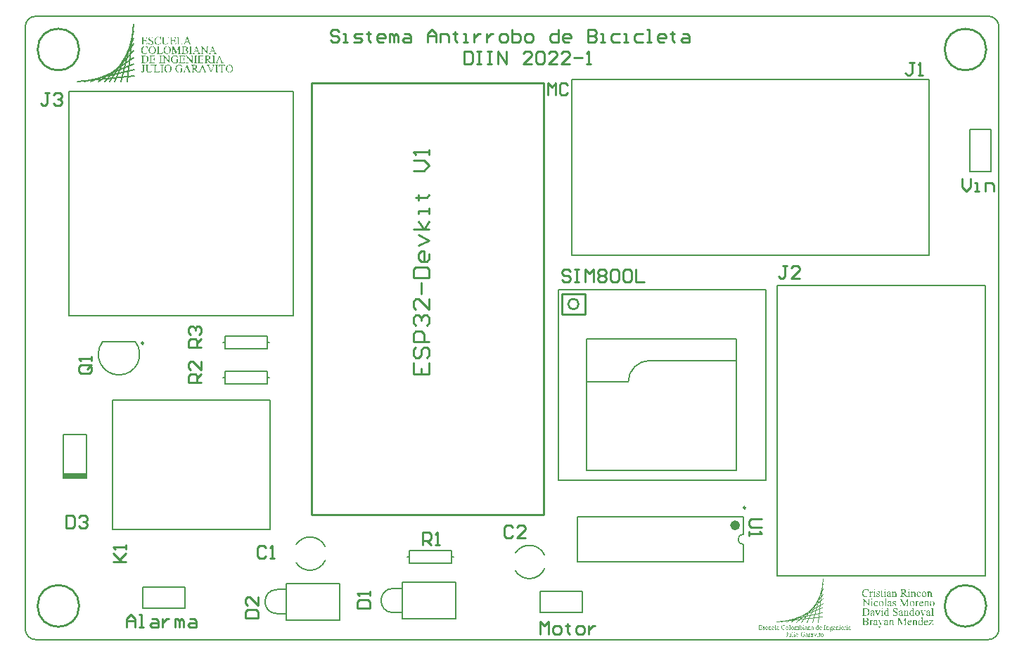
<source format=gto>
G04*
G04 #@! TF.GenerationSoftware,Altium Limited,Altium Designer,22.2.1 (43)*
G04*
G04 Layer_Color=65535*
%FSLAX42Y42*%
%MOMM*%
G71*
G04*
G04 #@! TF.SameCoordinates,38A85AE6-A4D5-4193-AC1F-1DFF1A3BB725*
G04*
G04*
G04 #@! TF.FilePolarity,Positive*
G04*
G01*
G75*
%ADD10C,0.60*%
%ADD11C,0.25*%
%ADD12C,0.20*%
%ADD13C,0.20*%
%ADD14C,0.25*%
%ADD15C,0.13*%
%ADD16C,0.10*%
%ADD17R,2.80X0.80*%
G36*
X11930Y5071D02*
X11929D01*
Y5071D01*
X11929Y5071D01*
X11929Y5071D01*
X11929Y5072D01*
X11928Y5073D01*
X11928Y5073D01*
X11927Y5075D01*
X11926Y5077D01*
X11925Y5079D01*
X11924Y5081D01*
X11923Y5082D01*
X11922Y5082D01*
X11922Y5082D01*
X11922Y5082D01*
X11922Y5083D01*
X11921Y5083D01*
X11921Y5083D01*
X11920Y5083D01*
X11919Y5084D01*
X11918Y5085D01*
X11916Y5085D01*
X11913Y5086D01*
X11911Y5086D01*
X11910D01*
X11910Y5086D01*
X11909Y5086D01*
X11908Y5086D01*
X11906Y5085D01*
X11905Y5085D01*
X11903Y5084D01*
X11902Y5083D01*
X11901D01*
X11901Y5083D01*
X11901Y5083D01*
X11900Y5082D01*
X11899Y5081D01*
X11898Y5080D01*
X11897Y5078D01*
X11896Y5077D01*
X11895Y5075D01*
Y5075D01*
X11895Y5074D01*
X11895Y5074D01*
X11894Y5074D01*
X11894Y5073D01*
X11894Y5072D01*
X11894Y5071D01*
X11894Y5070D01*
X11893Y5070D01*
X11893Y5068D01*
X11893Y5067D01*
X11893Y5066D01*
X11892Y5063D01*
X11892Y5060D01*
Y5060D01*
Y5059D01*
Y5059D01*
Y5059D01*
X11892Y5058D01*
Y5057D01*
X11893Y5056D01*
X11893Y5055D01*
X11893Y5053D01*
X11893Y5051D01*
X11894Y5049D01*
X11895Y5047D01*
Y5047D01*
X11895Y5047D01*
X11895Y5047D01*
X11895Y5046D01*
X11896Y5045D01*
X11896Y5044D01*
X11897Y5043D01*
X11899Y5041D01*
X11900Y5040D01*
X11902Y5039D01*
X11902D01*
X11902Y5039D01*
X11902Y5039D01*
X11903Y5038D01*
X11903Y5038D01*
X11904Y5038D01*
X11905Y5038D01*
X11906Y5037D01*
X11908Y5037D01*
X11910Y5036D01*
X11912Y5036D01*
X11913D01*
X11914Y5036D01*
X11916Y5036D01*
X11917Y5037D01*
X11918Y5037D01*
X11920Y5038D01*
X11922Y5038D01*
X11922D01*
X11922Y5038D01*
X11922Y5039D01*
X11923Y5039D01*
X11924Y5040D01*
X11925Y5041D01*
X11926Y5042D01*
X11927Y5043D01*
X11928Y5044D01*
X11929Y5045D01*
X11930Y5046D01*
X11930Y5047D01*
X11932Y5046D01*
X11932Y5046D01*
X11931Y5046D01*
X11931Y5046D01*
X11931Y5045D01*
X11930Y5045D01*
X11930Y5044D01*
X11929Y5042D01*
X11928Y5041D01*
X11926Y5039D01*
X11924Y5037D01*
X11923Y5037D01*
X11922Y5036D01*
X11922D01*
X11922Y5036D01*
X11922Y5036D01*
X11921Y5035D01*
X11921Y5035D01*
X11920Y5035D01*
X11919Y5035D01*
X11919Y5034D01*
X11917Y5034D01*
X11915Y5033D01*
X11912Y5033D01*
X11909Y5033D01*
X11909D01*
X11908Y5033D01*
X11907Y5033D01*
X11906Y5033D01*
X11905Y5033D01*
X11903Y5033D01*
X11902Y5034D01*
X11900Y5034D01*
X11899Y5035D01*
X11897Y5036D01*
X11895Y5037D01*
X11893Y5038D01*
X11892Y5039D01*
X11890Y5041D01*
X11889Y5043D01*
X11889Y5043D01*
X11889Y5043D01*
X11888Y5043D01*
X11888Y5044D01*
X11888Y5045D01*
X11887Y5045D01*
X11887Y5046D01*
X11886Y5047D01*
X11886Y5049D01*
X11885Y5050D01*
X11885Y5051D01*
X11884Y5053D01*
X11884Y5055D01*
X11884Y5056D01*
X11883Y5058D01*
X11883Y5060D01*
Y5060D01*
Y5060D01*
Y5061D01*
X11883Y5061D01*
Y5062D01*
X11884Y5063D01*
X11884Y5064D01*
X11884Y5065D01*
X11884Y5067D01*
X11885Y5069D01*
X11886Y5072D01*
X11887Y5075D01*
X11887Y5075D01*
X11887Y5075D01*
X11887Y5075D01*
X11888Y5076D01*
X11888Y5076D01*
X11888Y5077D01*
X11889Y5078D01*
X11891Y5080D01*
X11893Y5082D01*
X11895Y5084D01*
X11897Y5085D01*
X11897Y5085D01*
X11897Y5085D01*
X11897Y5085D01*
X11898Y5086D01*
X11898Y5086D01*
X11899Y5086D01*
X11900Y5087D01*
X11901Y5087D01*
X11903Y5088D01*
X11905Y5088D01*
X11908Y5089D01*
X11909Y5089D01*
X11911D01*
X11912Y5089D01*
X11913Y5089D01*
X11914Y5088D01*
X11916Y5088D01*
X11918Y5088D01*
X11920Y5087D01*
X11922Y5086D01*
X11922D01*
X11922Y5086D01*
X11923Y5086D01*
X11923Y5086D01*
X11924Y5085D01*
X11924Y5085D01*
X11925D01*
X11925Y5085D01*
X11926Y5085D01*
X11926Y5086D01*
X11926Y5086D01*
X11926Y5086D01*
X11927Y5086D01*
X11927Y5087D01*
X11927Y5087D01*
X11927Y5087D01*
X11928Y5089D01*
X11929D01*
X11930Y5071D01*
D02*
G37*
G36*
X12676Y5090D02*
X12677Y5090D01*
X12678Y5090D01*
X12678Y5089D01*
X12679Y5089D01*
X12679Y5089D01*
X12679Y5089D01*
X12679Y5089D01*
X12679Y5088D01*
X12680Y5087D01*
X12680Y5087D01*
X12680Y5086D01*
Y5086D01*
Y5086D01*
X12680Y5086D01*
X12680Y5085D01*
X12679Y5084D01*
X12679Y5084D01*
X12679Y5083D01*
X12679Y5083D01*
X12679Y5083D01*
X12678Y5083D01*
X12678Y5083D01*
X12677Y5082D01*
X12676Y5082D01*
X12676Y5082D01*
X12676D01*
X12675Y5082D01*
X12675Y5082D01*
X12674Y5083D01*
X12673Y5083D01*
X12673Y5083D01*
X12673Y5083D01*
X12673Y5084D01*
X12673Y5084D01*
X12672Y5084D01*
X12672Y5085D01*
X12672Y5086D01*
X12672Y5086D01*
Y5086D01*
Y5086D01*
X12672Y5087D01*
X12672Y5087D01*
X12672Y5088D01*
X12673Y5089D01*
X12673Y5089D01*
X12673Y5089D01*
X12673Y5089D01*
X12673Y5089D01*
X12674Y5090D01*
X12675Y5090D01*
X12675Y5090D01*
X12676Y5090D01*
X12676D01*
X12676Y5090D01*
D02*
G37*
G36*
X12591D02*
X12591Y5090D01*
X12592Y5090D01*
X12593Y5089D01*
X12593Y5089D01*
X12593Y5089D01*
X12593Y5089D01*
X12594Y5089D01*
X12594Y5088D01*
X12594Y5087D01*
X12594Y5087D01*
X12594Y5086D01*
Y5086D01*
Y5086D01*
X12594Y5086D01*
X12594Y5085D01*
X12594Y5084D01*
X12594Y5084D01*
X12593Y5083D01*
X12593Y5083D01*
X12593Y5083D01*
X12593Y5083D01*
X12592Y5083D01*
X12591Y5082D01*
X12591Y5082D01*
X12590Y5082D01*
X12590D01*
X12590Y5082D01*
X12589Y5082D01*
X12588Y5083D01*
X12588Y5083D01*
X12587Y5083D01*
X12587Y5083D01*
X12587Y5084D01*
X12587Y5084D01*
X12587Y5084D01*
X12586Y5085D01*
X12586Y5086D01*
X12586Y5086D01*
Y5086D01*
Y5086D01*
X12586Y5087D01*
X12586Y5087D01*
X12587Y5088D01*
X12587Y5089D01*
X12587Y5089D01*
X12588Y5089D01*
X12588Y5089D01*
X12588Y5089D01*
X12588Y5090D01*
X12589Y5090D01*
X12590Y5090D01*
X12590Y5090D01*
X12591D01*
X12591Y5090D01*
D02*
G37*
G36*
X12154D02*
X12154Y5090D01*
X12155Y5090D01*
X12156Y5089D01*
X12156Y5089D01*
X12156Y5089D01*
X12156Y5089D01*
X12157Y5089D01*
X12157Y5088D01*
X12157Y5087D01*
X12157Y5087D01*
X12157Y5086D01*
Y5086D01*
Y5086D01*
X12157Y5086D01*
X12157Y5085D01*
X12157Y5084D01*
X12157Y5084D01*
X12156Y5083D01*
X12156Y5083D01*
X12156Y5083D01*
X12156Y5083D01*
X12155Y5083D01*
X12155Y5082D01*
X12154Y5082D01*
X12153Y5082D01*
X12153D01*
X12153Y5082D01*
X12152Y5082D01*
X12151Y5083D01*
X12151Y5083D01*
X12151Y5083D01*
X12150Y5083D01*
X12150Y5084D01*
X12150Y5084D01*
X12150Y5084D01*
X12150Y5085D01*
X12149Y5086D01*
X12149Y5086D01*
Y5086D01*
Y5086D01*
X12149Y5087D01*
X12150Y5087D01*
X12150Y5088D01*
X12150Y5089D01*
X12151Y5089D01*
X12151Y5089D01*
X12151Y5089D01*
X12151Y5089D01*
X12151Y5090D01*
X12152Y5090D01*
X12153Y5090D01*
X12153Y5090D01*
X12154D01*
X12154Y5090D01*
D02*
G37*
G36*
X11652Y5076D02*
X11650D01*
Y5076D01*
Y5076D01*
X11650Y5076D01*
X11650Y5077D01*
X11649Y5078D01*
X11649Y5080D01*
X11648Y5081D01*
X11648Y5082D01*
Y5082D01*
X11648Y5082D01*
X11648Y5082D01*
X11647Y5082D01*
X11647Y5083D01*
X11646Y5083D01*
X11646Y5084D01*
X11645Y5084D01*
X11645D01*
X11645Y5084D01*
X11644Y5084D01*
X11644Y5084D01*
X11643Y5084D01*
X11642Y5085D01*
X11641Y5085D01*
X11625D01*
Y5063D01*
X11637D01*
X11638Y5063D01*
X11639Y5064D01*
X11640Y5064D01*
X11641Y5064D01*
X11642Y5064D01*
X11643Y5065D01*
X11643Y5065D01*
X11643Y5065D01*
X11643Y5065D01*
X11644Y5066D01*
X11644Y5067D01*
X11645Y5068D01*
X11645Y5070D01*
X11645Y5071D01*
X11647D01*
Y5053D01*
X11645D01*
Y5053D01*
Y5053D01*
X11645Y5053D01*
X11645Y5054D01*
X11645Y5055D01*
X11645Y5055D01*
X11644Y5056D01*
X11644Y5057D01*
X11644Y5058D01*
Y5058D01*
X11644Y5058D01*
X11643Y5058D01*
X11643Y5059D01*
X11642Y5059D01*
X11642Y5060D01*
X11641D01*
X11641Y5060D01*
X11641Y5060D01*
X11640Y5060D01*
X11640Y5060D01*
X11639Y5060D01*
X11638Y5060D01*
X11625D01*
Y5043D01*
Y5043D01*
Y5042D01*
Y5042D01*
Y5041D01*
X11625Y5040D01*
Y5039D01*
X11625Y5039D01*
X11625Y5038D01*
X11625Y5038D01*
X11625Y5038D01*
X11626Y5038D01*
X11626Y5037D01*
X11627Y5037D01*
X11627Y5037D01*
X11627D01*
X11627Y5037D01*
X11628Y5037D01*
X11629Y5037D01*
X11640D01*
X11641Y5037D01*
X11642Y5037D01*
X11643Y5037D01*
X11644Y5037D01*
X11645Y5037D01*
X11645D01*
X11645Y5037D01*
X11646Y5038D01*
X11646Y5038D01*
X11647Y5038D01*
X11648Y5039D01*
X11648Y5039D01*
X11649Y5040D01*
X11649Y5040D01*
X11649Y5040D01*
X11650Y5041D01*
X11651Y5042D01*
X11651Y5043D01*
X11652Y5044D01*
X11653Y5046D01*
X11654Y5047D01*
X11656D01*
X11651Y5034D01*
X11610D01*
Y5035D01*
X11612D01*
X11612Y5035D01*
X11613D01*
X11614Y5036D01*
X11615Y5036D01*
X11615D01*
X11615Y5036D01*
X11616Y5037D01*
X11616Y5037D01*
X11617Y5038D01*
Y5038D01*
X11617Y5038D01*
X11617Y5039D01*
X11617Y5039D01*
X11617Y5040D01*
X11617Y5041D01*
X11617Y5042D01*
Y5043D01*
Y5078D01*
Y5078D01*
Y5078D01*
Y5079D01*
Y5079D01*
X11617Y5080D01*
Y5081D01*
X11617Y5082D01*
X11617Y5083D01*
X11617Y5084D01*
X11616Y5084D01*
X11616Y5084D01*
X11616Y5084D01*
X11616Y5085D01*
X11616Y5085D01*
X11615Y5085D01*
X11614Y5086D01*
X11614Y5086D01*
X11613Y5086D01*
X11611Y5086D01*
X11610D01*
Y5088D01*
X11651D01*
X11652Y5076D01*
D02*
G37*
G36*
X11683Y5059D02*
X11682D01*
Y5059D01*
X11682Y5059D01*
X11682Y5059D01*
X11682Y5060D01*
X11681Y5061D01*
X11681Y5062D01*
X11680Y5063D01*
X11680Y5065D01*
X11679Y5066D01*
X11678Y5067D01*
X11678Y5067D01*
X11678Y5067D01*
X11677Y5067D01*
X11677Y5068D01*
X11676Y5068D01*
X11675Y5068D01*
X11673Y5069D01*
X11672Y5069D01*
X11672D01*
X11671Y5069D01*
X11671Y5069D01*
X11670Y5068D01*
X11669Y5068D01*
X11668Y5068D01*
X11668Y5067D01*
X11668Y5067D01*
X11667Y5067D01*
X11667Y5067D01*
X11667Y5066D01*
X11666Y5065D01*
X11666Y5065D01*
X11666Y5064D01*
Y5064D01*
Y5064D01*
X11666Y5063D01*
X11666Y5063D01*
X11667Y5062D01*
X11667Y5061D01*
X11667Y5060D01*
X11667Y5060D01*
X11668Y5060D01*
X11668Y5060D01*
X11668Y5059D01*
X11669Y5059D01*
X11670Y5058D01*
X11671Y5058D01*
X11672Y5057D01*
X11678Y5054D01*
X11678D01*
X11678Y5054D01*
X11679Y5054D01*
X11679Y5053D01*
X11680Y5053D01*
X11681Y5053D01*
X11682Y5051D01*
X11684Y5050D01*
X11684Y5049D01*
X11685Y5048D01*
X11685Y5047D01*
X11686Y5046D01*
X11686Y5045D01*
X11686Y5044D01*
Y5044D01*
Y5044D01*
Y5043D01*
X11686Y5043D01*
X11686Y5042D01*
X11686Y5041D01*
X11685Y5040D01*
X11685Y5038D01*
X11684Y5037D01*
X11683Y5036D01*
X11682Y5036D01*
X11682Y5036D01*
X11682Y5035D01*
X11681Y5035D01*
X11680Y5034D01*
X11679Y5034D01*
X11677Y5033D01*
X11676Y5033D01*
X11674Y5033D01*
X11673D01*
X11673Y5033D01*
X11672Y5033D01*
X11671Y5033D01*
X11669Y5033D01*
X11668Y5033D01*
X11666Y5034D01*
X11666D01*
X11666Y5034D01*
X11666Y5034D01*
X11665Y5034D01*
X11664Y5034D01*
X11664D01*
X11664Y5034D01*
X11663Y5034D01*
X11663Y5034D01*
X11663Y5033D01*
X11662D01*
Y5046D01*
X11663D01*
Y5046D01*
X11663Y5046D01*
Y5046D01*
X11663Y5045D01*
X11663Y5044D01*
X11664Y5043D01*
X11664Y5042D01*
X11665Y5040D01*
X11666Y5039D01*
X11667Y5038D01*
X11667Y5038D01*
X11668Y5037D01*
X11668Y5037D01*
X11669Y5037D01*
X11670Y5036D01*
X11671Y5036D01*
X11673Y5035D01*
X11674Y5035D01*
X11674D01*
X11675Y5035D01*
X11676Y5035D01*
X11676Y5036D01*
X11677Y5036D01*
X11678Y5036D01*
X11678Y5037D01*
X11679Y5037D01*
X11679Y5037D01*
X11679Y5037D01*
X11679Y5038D01*
X11680Y5038D01*
X11680Y5039D01*
X11680Y5040D01*
X11680Y5041D01*
Y5041D01*
Y5041D01*
X11680Y5042D01*
X11680Y5042D01*
X11680Y5043D01*
X11679Y5044D01*
X11679Y5044D01*
X11678Y5045D01*
X11678Y5045D01*
X11678Y5045D01*
X11677Y5046D01*
X11677Y5046D01*
X11676Y5047D01*
X11674Y5048D01*
X11673Y5049D01*
X11672Y5049D01*
X11671Y5050D01*
X11670D01*
X11670Y5050D01*
X11670Y5050D01*
X11670Y5050D01*
X11669Y5051D01*
X11668Y5051D01*
X11666Y5052D01*
X11665Y5053D01*
X11664Y5054D01*
X11663Y5055D01*
X11663Y5055D01*
X11663Y5055D01*
X11663Y5055D01*
X11663Y5056D01*
X11662Y5057D01*
X11662Y5057D01*
X11662Y5058D01*
X11661Y5059D01*
X11661Y5061D01*
Y5061D01*
Y5061D01*
X11661Y5061D01*
X11662Y5062D01*
X11662Y5063D01*
X11662Y5064D01*
X11663Y5066D01*
X11663Y5067D01*
X11664Y5068D01*
X11665Y5068D01*
X11665Y5069D01*
X11666Y5069D01*
X11667Y5070D01*
X11668Y5070D01*
X11669Y5071D01*
X11671Y5071D01*
X11672Y5071D01*
X11673D01*
X11673Y5071D01*
X11674D01*
X11675Y5071D01*
X11675Y5071D01*
X11676Y5071D01*
X11678Y5070D01*
X11678D01*
X11678Y5070D01*
X11678Y5070D01*
X11679Y5070D01*
X11680Y5070D01*
X11680Y5070D01*
X11681D01*
X11681Y5070D01*
X11681Y5070D01*
X11681Y5070D01*
X11681Y5070D01*
X11682Y5071D01*
X11682Y5071D01*
X11683D01*
Y5059D01*
D02*
G37*
G36*
X12332Y5048D02*
Y5048D01*
Y5048D01*
Y5048D01*
Y5047D01*
Y5046D01*
Y5045D01*
X12332Y5043D01*
Y5042D01*
X12332Y5041D01*
X12332Y5041D01*
Y5040D01*
Y5040D01*
X12332Y5040D01*
X12332Y5040D01*
X12333Y5039D01*
X12333Y5038D01*
X12333Y5038D01*
X12333Y5038D01*
X12334Y5038D01*
X12335Y5038D01*
X12335D01*
X12335Y5038D01*
X12336Y5038D01*
X12337Y5039D01*
X12338Y5037D01*
X12327Y5033D01*
X12325D01*
Y5038D01*
X12325Y5038D01*
X12325Y5038D01*
X12324Y5037D01*
X12324Y5036D01*
X12323Y5036D01*
X12322Y5035D01*
X12321Y5034D01*
X12320Y5034D01*
X12320Y5034D01*
X12320Y5034D01*
X12319Y5034D01*
X12318Y5033D01*
X12318Y5033D01*
X12317Y5033D01*
X12316Y5033D01*
X12315Y5033D01*
X12314D01*
X12314Y5033D01*
X12313Y5033D01*
X12312Y5033D01*
X12311Y5033D01*
X12309Y5034D01*
X12308Y5035D01*
X12307Y5035D01*
X12306Y5036D01*
X12305Y5037D01*
X12304Y5038D01*
X12304Y5038D01*
X12304Y5038D01*
X12304Y5038D01*
X12304Y5039D01*
X12303Y5039D01*
X12303Y5040D01*
X12302Y5040D01*
X12302Y5041D01*
X12302Y5042D01*
X12301Y5043D01*
X12301Y5045D01*
X12300Y5048D01*
X12300Y5049D01*
X12300Y5050D01*
Y5050D01*
Y5051D01*
Y5051D01*
X12300Y5052D01*
X12300Y5052D01*
X12300Y5053D01*
X12300Y5054D01*
X12300Y5055D01*
X12301Y5057D01*
X12302Y5060D01*
X12302Y5061D01*
X12303Y5062D01*
X12304Y5063D01*
X12305Y5065D01*
X12305Y5065D01*
X12305Y5065D01*
X12305Y5065D01*
X12306Y5066D01*
X12306Y5066D01*
X12307Y5067D01*
X12307Y5067D01*
X12308Y5068D01*
X12309Y5069D01*
X12310Y5069D01*
X12312Y5070D01*
X12313Y5071D01*
X12315Y5071D01*
X12316Y5071D01*
X12317Y5071D01*
X12318D01*
X12318Y5071D01*
X12319Y5071D01*
X12320Y5071D01*
X12321Y5070D01*
X12323Y5070D01*
X12324Y5069D01*
X12325Y5068D01*
Y5075D01*
Y5075D01*
Y5075D01*
Y5076D01*
Y5076D01*
Y5077D01*
Y5078D01*
X12325Y5079D01*
X12325Y5081D01*
X12325Y5082D01*
Y5082D01*
X12325Y5082D01*
Y5083D01*
X12325Y5083D01*
X12325Y5083D01*
X12324Y5084D01*
X12324Y5084D01*
X12324Y5084D01*
X12324Y5085D01*
X12324Y5085D01*
X12323Y5085D01*
X12322Y5085D01*
X12322D01*
X12322Y5085D01*
X12321Y5085D01*
X12320Y5084D01*
X12319Y5086D01*
X12330Y5090D01*
X12332D01*
Y5048D01*
D02*
G37*
G36*
X12564Y5071D02*
X12565Y5071D01*
X12566Y5071D01*
X12567Y5071D01*
X12568Y5070D01*
X12568Y5070D01*
X12568Y5070D01*
X12569Y5069D01*
X12569Y5069D01*
X12570Y5069D01*
X12570Y5068D01*
X12571Y5067D01*
X12571Y5066D01*
X12572Y5065D01*
Y5065D01*
X12572Y5064D01*
X12572Y5064D01*
X12572Y5063D01*
X12572Y5062D01*
X12572Y5061D01*
X12573Y5059D01*
Y5058D01*
Y5042D01*
Y5042D01*
Y5042D01*
Y5041D01*
X12573Y5040D01*
X12573Y5039D01*
X12573Y5038D01*
X12573Y5037D01*
X12573Y5037D01*
X12574Y5037D01*
X12574Y5036D01*
X12575Y5036D01*
X12575D01*
X12575Y5036D01*
X12575Y5036D01*
X12575Y5036D01*
X12576Y5035D01*
X12577Y5035D01*
X12577Y5035D01*
X12578D01*
Y5034D01*
X12560D01*
Y5035D01*
X12562D01*
X12562Y5035D01*
X12563Y5036D01*
X12564Y5036D01*
X12564Y5036D01*
X12564D01*
X12565Y5036D01*
X12565Y5037D01*
X12565Y5037D01*
X12566Y5038D01*
Y5038D01*
X12566Y5039D01*
Y5039D01*
Y5039D01*
X12566Y5040D01*
Y5041D01*
Y5042D01*
Y5057D01*
Y5057D01*
Y5057D01*
Y5057D01*
Y5058D01*
X12566Y5059D01*
X12566Y5060D01*
X12566Y5061D01*
X12566Y5062D01*
X12565Y5063D01*
X12565Y5064D01*
X12565Y5064D01*
X12564Y5064D01*
X12564Y5065D01*
X12564Y5065D01*
X12563Y5066D01*
X12562Y5066D01*
X12562Y5066D01*
X12560Y5066D01*
X12560D01*
X12560Y5066D01*
X12559Y5066D01*
X12558Y5066D01*
X12556Y5065D01*
X12555Y5065D01*
X12555Y5064D01*
X12554Y5064D01*
X12553Y5063D01*
X12552Y5062D01*
X12551Y5061D01*
Y5042D01*
Y5042D01*
Y5041D01*
Y5041D01*
X12551Y5040D01*
Y5039D01*
X12551Y5039D01*
X12551Y5038D01*
X12552Y5037D01*
Y5037D01*
X12552Y5037D01*
X12552Y5037D01*
X12552Y5036D01*
X12553Y5036D01*
X12553D01*
X12553Y5036D01*
X12554Y5036D01*
X12554Y5036D01*
X12555Y5035D01*
X12555Y5035D01*
X12556Y5035D01*
X12557D01*
Y5034D01*
X12539D01*
Y5035D01*
X12540D01*
X12541Y5035D01*
X12541Y5035D01*
X12542Y5036D01*
X12543Y5036D01*
X12543Y5036D01*
X12544Y5037D01*
X12544Y5037D01*
X12544Y5037D01*
X12544Y5037D01*
X12544Y5038D01*
X12544Y5039D01*
X12544Y5040D01*
X12545Y5041D01*
Y5042D01*
Y5056D01*
Y5056D01*
Y5056D01*
Y5056D01*
Y5057D01*
Y5058D01*
Y5059D01*
X12545Y5060D01*
X12544Y5062D01*
X12544Y5063D01*
Y5063D01*
X12544Y5063D01*
Y5064D01*
X12544Y5064D01*
X12544Y5064D01*
X12544Y5065D01*
X12544Y5065D01*
X12543Y5065D01*
X12543Y5065D01*
X12543Y5066D01*
X12542Y5066D01*
X12542Y5066D01*
X12541D01*
X12541Y5066D01*
X12540Y5066D01*
X12539Y5065D01*
X12538Y5067D01*
X12549Y5071D01*
X12551D01*
Y5063D01*
X12551Y5064D01*
X12551Y5064D01*
X12552Y5064D01*
X12552Y5065D01*
X12553Y5065D01*
X12553Y5066D01*
X12554Y5067D01*
X12555Y5067D01*
X12557Y5069D01*
X12558Y5069D01*
X12559Y5070D01*
X12560Y5070D01*
X12561Y5071D01*
X12562Y5071D01*
X12563Y5071D01*
X12564D01*
X12564Y5071D01*
D02*
G37*
G36*
X12447D02*
X12448Y5071D01*
X12449Y5071D01*
X12450Y5071D01*
X12450Y5070D01*
X12451Y5070D01*
X12451Y5070D01*
X12452Y5069D01*
X12452Y5069D01*
X12452Y5069D01*
X12453Y5068D01*
X12454Y5067D01*
X12454Y5066D01*
X12455Y5065D01*
Y5065D01*
X12455Y5064D01*
X12455Y5064D01*
X12455Y5063D01*
X12455Y5062D01*
X12455Y5061D01*
X12455Y5059D01*
Y5058D01*
Y5042D01*
Y5042D01*
Y5042D01*
Y5041D01*
X12456Y5040D01*
X12456Y5039D01*
X12456Y5038D01*
X12456Y5037D01*
X12456Y5037D01*
X12456Y5037D01*
X12457Y5036D01*
X12457Y5036D01*
X12458D01*
X12458Y5036D01*
X12458Y5036D01*
X12458Y5036D01*
X12459Y5035D01*
X12459Y5035D01*
X12460Y5035D01*
X12461D01*
Y5034D01*
X12443D01*
Y5035D01*
X12445D01*
X12445Y5035D01*
X12446Y5036D01*
X12447Y5036D01*
X12447Y5036D01*
X12447D01*
X12447Y5036D01*
X12448Y5037D01*
X12448Y5037D01*
X12449Y5038D01*
Y5038D01*
X12449Y5039D01*
Y5039D01*
Y5039D01*
X12449Y5040D01*
Y5041D01*
Y5042D01*
Y5057D01*
Y5057D01*
Y5057D01*
Y5057D01*
Y5058D01*
X12449Y5059D01*
X12449Y5060D01*
X12449Y5061D01*
X12448Y5062D01*
X12448Y5063D01*
X12448Y5064D01*
X12448Y5064D01*
X12447Y5064D01*
X12447Y5065D01*
X12447Y5065D01*
X12446Y5066D01*
X12445Y5066D01*
X12444Y5066D01*
X12443Y5066D01*
X12443D01*
X12443Y5066D01*
X12442Y5066D01*
X12440Y5066D01*
X12439Y5065D01*
X12438Y5065D01*
X12437Y5064D01*
X12437Y5064D01*
X12436Y5063D01*
X12435Y5062D01*
X12434Y5061D01*
Y5042D01*
Y5042D01*
Y5041D01*
Y5041D01*
X12434Y5040D01*
Y5039D01*
X12434Y5039D01*
X12434Y5038D01*
X12434Y5037D01*
Y5037D01*
X12434Y5037D01*
X12435Y5037D01*
X12435Y5036D01*
X12436Y5036D01*
X12436D01*
X12436Y5036D01*
X12436Y5036D01*
X12437Y5036D01*
X12437Y5035D01*
X12438Y5035D01*
X12439Y5035D01*
X12440D01*
Y5034D01*
X12422D01*
Y5035D01*
X12423D01*
X12424Y5035D01*
X12424Y5035D01*
X12425Y5036D01*
X12425Y5036D01*
X12426Y5036D01*
X12426Y5037D01*
X12426Y5037D01*
X12427Y5037D01*
X12427Y5037D01*
X12427Y5038D01*
X12427Y5039D01*
X12427Y5040D01*
X12427Y5041D01*
Y5042D01*
Y5056D01*
Y5056D01*
Y5056D01*
Y5056D01*
Y5057D01*
Y5058D01*
Y5059D01*
X12427Y5060D01*
X12427Y5062D01*
X12427Y5063D01*
Y5063D01*
X12427Y5063D01*
Y5064D01*
X12427Y5064D01*
X12427Y5064D01*
X12427Y5065D01*
X12426Y5065D01*
X12426Y5065D01*
X12426Y5065D01*
X12426Y5066D01*
X12425Y5066D01*
X12425Y5066D01*
X12424D01*
X12424Y5066D01*
X12423Y5066D01*
X12422Y5065D01*
X12421Y5067D01*
X12432Y5071D01*
X12434D01*
Y5063D01*
X12434Y5064D01*
X12434Y5064D01*
X12435Y5064D01*
X12435Y5065D01*
X12436Y5065D01*
X12436Y5066D01*
X12437Y5067D01*
X12438Y5067D01*
X12440Y5069D01*
X12441Y5069D01*
X12442Y5070D01*
X12443Y5070D01*
X12444Y5071D01*
X12445Y5071D01*
X12446Y5071D01*
X12447D01*
X12447Y5071D01*
D02*
G37*
G36*
X12227D02*
X12227Y5071D01*
X12228Y5071D01*
X12229Y5071D01*
X12230Y5070D01*
X12231Y5070D01*
X12231Y5070D01*
X12231Y5069D01*
X12231Y5069D01*
X12232Y5069D01*
X12232Y5068D01*
X12233Y5067D01*
X12233Y5066D01*
X12234Y5065D01*
Y5065D01*
X12234Y5064D01*
X12234Y5064D01*
X12234Y5063D01*
X12235Y5062D01*
X12235Y5061D01*
X12235Y5059D01*
Y5058D01*
Y5042D01*
Y5042D01*
Y5042D01*
Y5041D01*
X12235Y5040D01*
X12235Y5039D01*
X12235Y5038D01*
X12235Y5037D01*
X12235Y5037D01*
X12236Y5037D01*
X12236Y5036D01*
X12237Y5036D01*
X12237D01*
X12237Y5036D01*
X12237Y5036D01*
X12238Y5036D01*
X12238Y5035D01*
X12239Y5035D01*
X12239Y5035D01*
X12240D01*
Y5034D01*
X12222D01*
Y5035D01*
X12224D01*
X12224Y5035D01*
X12226Y5036D01*
X12226Y5036D01*
X12227Y5036D01*
X12227D01*
X12227Y5036D01*
X12227Y5037D01*
X12228Y5037D01*
X12228Y5038D01*
Y5038D01*
X12228Y5039D01*
Y5039D01*
Y5039D01*
X12228Y5040D01*
Y5041D01*
Y5042D01*
Y5057D01*
Y5057D01*
Y5057D01*
Y5057D01*
Y5058D01*
X12228Y5059D01*
X12228Y5060D01*
X12228Y5061D01*
X12228Y5062D01*
X12227Y5063D01*
X12227Y5064D01*
X12227Y5064D01*
X12227Y5064D01*
X12226Y5065D01*
X12226Y5065D01*
X12225Y5066D01*
X12225Y5066D01*
X12224Y5066D01*
X12223Y5066D01*
X12222D01*
X12222Y5066D01*
X12221Y5066D01*
X12220Y5066D01*
X12218Y5065D01*
X12218Y5065D01*
X12217Y5064D01*
X12216Y5064D01*
X12215Y5063D01*
X12214Y5062D01*
X12213Y5061D01*
Y5042D01*
Y5042D01*
Y5041D01*
Y5041D01*
X12213Y5040D01*
Y5039D01*
X12214Y5039D01*
X12214Y5038D01*
X12214Y5037D01*
Y5037D01*
X12214Y5037D01*
X12214Y5037D01*
X12215Y5036D01*
X12215Y5036D01*
X12215D01*
X12215Y5036D01*
X12216Y5036D01*
X12216Y5036D01*
X12217Y5035D01*
X12217Y5035D01*
X12218Y5035D01*
X12219D01*
Y5034D01*
X12201D01*
Y5035D01*
X12202D01*
X12203Y5035D01*
X12204Y5035D01*
X12204Y5036D01*
X12205Y5036D01*
X12205Y5036D01*
X12206Y5037D01*
X12206Y5037D01*
X12206Y5037D01*
X12206Y5037D01*
X12206Y5038D01*
X12206Y5039D01*
X12207Y5040D01*
X12207Y5041D01*
Y5042D01*
Y5056D01*
Y5056D01*
Y5056D01*
Y5056D01*
Y5057D01*
Y5058D01*
Y5059D01*
X12207Y5060D01*
X12207Y5062D01*
X12207Y5063D01*
Y5063D01*
X12206Y5063D01*
Y5064D01*
X12206Y5064D01*
X12206Y5064D01*
X12206Y5065D01*
X12206Y5065D01*
X12206Y5065D01*
X12205Y5065D01*
X12205Y5066D01*
X12205Y5066D01*
X12204Y5066D01*
X12203D01*
X12203Y5066D01*
X12202Y5066D01*
X12201Y5065D01*
X12201Y5067D01*
X12212Y5071D01*
X12213D01*
Y5063D01*
X12213Y5064D01*
X12214Y5064D01*
X12214Y5064D01*
X12214Y5065D01*
X12215Y5065D01*
X12216Y5066D01*
X12216Y5067D01*
X12217Y5067D01*
X12219Y5069D01*
X12220Y5069D01*
X12221Y5070D01*
X12222Y5070D01*
X12223Y5071D01*
X12224Y5071D01*
X12225Y5071D01*
X12226D01*
X12227Y5071D01*
D02*
G37*
G36*
X12087D02*
X12087Y5071D01*
X12088Y5071D01*
X12089Y5071D01*
X12090Y5070D01*
X12091Y5070D01*
X12091Y5070D01*
X12091Y5069D01*
X12092Y5069D01*
X12092Y5069D01*
X12093Y5068D01*
X12093Y5067D01*
X12094Y5066D01*
X12094Y5065D01*
Y5065D01*
X12095Y5064D01*
X12095Y5064D01*
X12095Y5063D01*
X12095Y5062D01*
X12095Y5061D01*
X12095Y5059D01*
Y5058D01*
Y5042D01*
Y5042D01*
Y5042D01*
Y5041D01*
X12095Y5040D01*
X12096Y5039D01*
X12096Y5038D01*
X12096Y5037D01*
X12096Y5037D01*
X12096Y5037D01*
X12097Y5036D01*
X12097Y5036D01*
X12097D01*
X12097Y5036D01*
X12098Y5036D01*
X12098Y5036D01*
X12099Y5035D01*
X12099Y5035D01*
X12100Y5035D01*
X12101D01*
Y5034D01*
X12083D01*
Y5035D01*
X12084D01*
X12084Y5035D01*
X12085D01*
X12086Y5036D01*
X12087Y5036D01*
X12087Y5036D01*
X12087Y5036D01*
X12088Y5037D01*
X12088Y5037D01*
X12089Y5038D01*
Y5038D01*
X12089Y5039D01*
Y5039D01*
Y5039D01*
X12089Y5040D01*
Y5041D01*
Y5042D01*
Y5058D01*
Y5058D01*
Y5058D01*
Y5058D01*
X12089Y5059D01*
X12089Y5060D01*
X12088Y5062D01*
X12088Y5063D01*
X12088Y5064D01*
X12088Y5064D01*
X12087Y5064D01*
X12087Y5065D01*
X12086Y5065D01*
X12086Y5066D01*
X12085Y5066D01*
X12084Y5066D01*
X12083Y5066D01*
X12082D01*
X12082Y5066D01*
X12081D01*
X12081Y5066D01*
X12080Y5066D01*
X12079Y5066D01*
X12078Y5065D01*
X12078Y5065D01*
X12078Y5065D01*
X12078Y5065D01*
X12077Y5064D01*
X12076Y5064D01*
X12075Y5063D01*
X12074Y5062D01*
X12073Y5061D01*
Y5061D01*
X12073Y5059D01*
Y5042D01*
Y5042D01*
Y5041D01*
Y5041D01*
X12074Y5040D01*
Y5039D01*
X12074Y5038D01*
X12074Y5038D01*
X12074Y5037D01*
X12074Y5037D01*
X12074Y5037D01*
X12075Y5036D01*
X12075Y5036D01*
X12075D01*
X12076Y5036D01*
X12076Y5036D01*
X12076Y5036D01*
X12077Y5035D01*
X12078Y5035D01*
X12078Y5035D01*
X12079D01*
Y5034D01*
X12061D01*
Y5035D01*
X12062D01*
X12063Y5035D01*
X12064Y5036D01*
X12065Y5036D01*
X12065Y5036D01*
X12065D01*
X12065Y5036D01*
X12066Y5036D01*
X12066Y5037D01*
X12067Y5038D01*
X12067Y5038D01*
Y5038D01*
X12067Y5039D01*
Y5039D01*
X12067Y5040D01*
Y5041D01*
Y5042D01*
Y5058D01*
Y5058D01*
Y5058D01*
Y5058D01*
X12067Y5059D01*
X12067Y5060D01*
X12066Y5061D01*
X12066Y5062D01*
X12066Y5063D01*
X12066Y5064D01*
X12065Y5064D01*
X12065Y5064D01*
X12065Y5065D01*
X12064Y5065D01*
X12064Y5066D01*
X12063Y5066D01*
X12062Y5066D01*
X12061Y5067D01*
X12060D01*
X12060Y5066D01*
X12059Y5066D01*
X12059Y5066D01*
X12058Y5066D01*
X12057Y5066D01*
X12056Y5065D01*
X12056Y5065D01*
X12056Y5065D01*
X12055Y5065D01*
X12055Y5064D01*
X12054Y5064D01*
X12053Y5063D01*
X12052Y5062D01*
X12051Y5061D01*
Y5042D01*
Y5042D01*
Y5041D01*
Y5041D01*
X12052Y5040D01*
Y5039D01*
X12052Y5039D01*
X12052Y5038D01*
X12052Y5037D01*
X12052Y5037D01*
X12052Y5037D01*
X12053Y5036D01*
X12053Y5036D01*
X12053D01*
X12054Y5036D01*
X12054Y5036D01*
X12054Y5036D01*
X12055Y5035D01*
X12055Y5035D01*
X12056Y5035D01*
X12057D01*
Y5034D01*
X12039D01*
Y5035D01*
X12040D01*
X12041Y5035D01*
X12042Y5036D01*
X12042Y5036D01*
X12043Y5036D01*
X12043D01*
X12043Y5036D01*
X12043Y5036D01*
X12044Y5037D01*
X12044Y5037D01*
Y5038D01*
X12044Y5038D01*
X12045Y5038D01*
X12045Y5038D01*
X12045Y5039D01*
X12045Y5040D01*
X12045Y5041D01*
Y5042D01*
Y5056D01*
Y5056D01*
Y5056D01*
Y5056D01*
Y5057D01*
Y5058D01*
X12045Y5059D01*
Y5060D01*
X12045Y5062D01*
X12045Y5063D01*
X12045Y5063D01*
X12044Y5064D01*
Y5064D01*
X12044Y5064D01*
X12044Y5064D01*
X12044Y5065D01*
X12044Y5065D01*
X12043Y5065D01*
X12043Y5066D01*
X12043Y5066D01*
X12042Y5066D01*
X12042D01*
X12041Y5066D01*
X12040Y5066D01*
X12039Y5065D01*
X12039Y5067D01*
X12050Y5071D01*
X12051D01*
Y5063D01*
X12052Y5063D01*
X12052Y5064D01*
X12052Y5064D01*
X12053Y5065D01*
X12053Y5065D01*
X12054Y5066D01*
X12055Y5067D01*
X12056Y5068D01*
X12056Y5068D01*
X12056Y5068D01*
X12056Y5068D01*
X12057Y5068D01*
X12057Y5069D01*
X12058Y5069D01*
X12058Y5070D01*
X12060Y5070D01*
X12060D01*
X12060Y5070D01*
X12061Y5071D01*
X12061Y5071D01*
X12062Y5071D01*
X12062Y5071D01*
X12064Y5071D01*
X12064D01*
X12065Y5071D01*
X12066Y5071D01*
X12067Y5071D01*
X12068Y5070D01*
X12069Y5070D01*
X12070Y5069D01*
X12070Y5069D01*
X12070Y5069D01*
X12071Y5068D01*
X12071Y5068D01*
X12072Y5067D01*
X12072Y5066D01*
X12073Y5065D01*
X12073Y5063D01*
X12073Y5063D01*
X12073Y5064D01*
X12074Y5064D01*
X12074Y5065D01*
X12075Y5066D01*
X12076Y5067D01*
X12078Y5068D01*
X12079Y5069D01*
X12080Y5070D01*
X12080Y5070D01*
X12080Y5070D01*
X12081Y5070D01*
X12082Y5070D01*
X12083Y5071D01*
X12083Y5071D01*
X12085Y5071D01*
X12086Y5071D01*
X12086D01*
X12087Y5071D01*
D02*
G37*
G36*
X12660D02*
X12661Y5071D01*
X12661Y5071D01*
X12662Y5071D01*
X12663Y5070D01*
X12663Y5070D01*
X12663Y5070D01*
X12663Y5070D01*
X12664Y5069D01*
X12664Y5069D01*
X12664Y5068D01*
X12665Y5067D01*
X12665Y5067D01*
Y5067D01*
Y5066D01*
X12665Y5066D01*
Y5066D01*
X12664Y5065D01*
X12664Y5065D01*
X12664Y5064D01*
X12664D01*
X12663Y5064D01*
X12663Y5064D01*
X12662Y5063D01*
X12662Y5063D01*
X12661Y5063D01*
X12661D01*
X12661Y5063D01*
X12660Y5063D01*
X12660Y5063D01*
X12659Y5064D01*
X12659Y5064D01*
X12658Y5064D01*
X12658Y5065D01*
X12658Y5065D01*
X12657Y5065D01*
X12657Y5065D01*
X12656Y5066D01*
X12656Y5066D01*
X12655Y5066D01*
X12655D01*
X12655Y5066D01*
X12654Y5065D01*
X12654Y5065D01*
X12654Y5065D01*
X12654Y5065D01*
X12653Y5064D01*
X12653Y5064D01*
X12652Y5063D01*
X12652Y5062D01*
X12651Y5061D01*
X12650Y5060D01*
Y5042D01*
Y5042D01*
Y5042D01*
Y5041D01*
X12650Y5041D01*
X12651Y5039D01*
X12651Y5038D01*
X12651Y5038D01*
X12651Y5038D01*
X12651Y5037D01*
X12652Y5037D01*
X12653Y5036D01*
X12653D01*
X12653Y5036D01*
X12653Y5036D01*
X12654Y5036D01*
X12654Y5036D01*
X12655Y5035D01*
X12656Y5035D01*
X12657D01*
Y5034D01*
X12638D01*
Y5035D01*
X12638D01*
X12639Y5035D01*
X12640D01*
X12641Y5036D01*
X12642Y5036D01*
X12642Y5036D01*
X12642D01*
X12642Y5036D01*
X12643Y5037D01*
X12643Y5037D01*
X12643Y5038D01*
X12644Y5038D01*
Y5039D01*
X12644Y5039D01*
Y5039D01*
X12644Y5040D01*
Y5041D01*
Y5042D01*
Y5056D01*
Y5056D01*
Y5056D01*
Y5057D01*
Y5057D01*
Y5058D01*
Y5059D01*
X12644Y5061D01*
Y5062D01*
X12644Y5063D01*
Y5063D01*
X12643Y5064D01*
Y5064D01*
X12643Y5064D01*
X12643Y5064D01*
X12643Y5065D01*
X12642Y5065D01*
X12642Y5065D01*
X12642Y5066D01*
X12641Y5066D01*
X12641Y5066D01*
X12640D01*
X12640Y5066D01*
X12639Y5066D01*
X12638Y5065D01*
X12638Y5067D01*
X12649Y5071D01*
X12650D01*
Y5063D01*
X12650Y5063D01*
X12650Y5063D01*
X12651Y5064D01*
X12651Y5064D01*
X12652Y5065D01*
X12652Y5066D01*
X12653Y5067D01*
X12654Y5069D01*
X12655Y5069D01*
X12656Y5070D01*
X12657Y5070D01*
X12658Y5071D01*
X12659Y5071D01*
X12660Y5071D01*
X12660D01*
X12660Y5071D01*
D02*
G37*
G36*
X11711Y5071D02*
X11712Y5071D01*
X11714Y5070D01*
X11715Y5070D01*
X11717Y5069D01*
X11718Y5068D01*
X11718Y5068D01*
X11718Y5068D01*
X11719Y5067D01*
X11720Y5067D01*
X11720Y5066D01*
X11721Y5065D01*
X11721Y5064D01*
X11721Y5062D01*
Y5062D01*
Y5062D01*
X11721Y5062D01*
Y5062D01*
X11721Y5061D01*
X11721Y5060D01*
X11720Y5060D01*
X11720Y5060D01*
X11720Y5060D01*
X11719Y5059D01*
X11718Y5059D01*
X11717D01*
X11717Y5059D01*
X11716Y5059D01*
X11716Y5059D01*
X11715Y5060D01*
X11715Y5060D01*
X11714Y5061D01*
Y5061D01*
X11714Y5061D01*
X11714Y5061D01*
X11714Y5061D01*
X11714Y5062D01*
X11713Y5062D01*
X11713Y5063D01*
X11713Y5064D01*
Y5064D01*
X11713Y5064D01*
Y5065D01*
X11713Y5065D01*
X11713Y5066D01*
X11712Y5066D01*
X11712Y5067D01*
X11712Y5067D01*
X11712Y5067D01*
X11711Y5068D01*
X11711Y5068D01*
X11711Y5068D01*
X11710Y5068D01*
X11709Y5068D01*
X11709Y5069D01*
X11708Y5069D01*
X11707D01*
X11706Y5068D01*
X11705Y5068D01*
X11704Y5068D01*
X11703Y5067D01*
X11702Y5067D01*
X11701Y5066D01*
X11701Y5065D01*
X11701Y5065D01*
X11700Y5064D01*
X11700Y5063D01*
X11699Y5061D01*
X11699Y5060D01*
X11698Y5058D01*
X11698Y5055D01*
Y5055D01*
Y5055D01*
Y5055D01*
X11698Y5054D01*
Y5054D01*
X11698Y5053D01*
X11699Y5051D01*
X11699Y5050D01*
X11700Y5048D01*
X11700Y5046D01*
X11701Y5044D01*
Y5044D01*
X11702Y5044D01*
X11702Y5043D01*
X11703Y5042D01*
X11704Y5041D01*
X11705Y5041D01*
X11706Y5040D01*
X11708Y5039D01*
X11709Y5039D01*
X11710Y5039D01*
X11711D01*
X11711Y5039D01*
X11712Y5039D01*
X11713Y5040D01*
X11715Y5040D01*
X11716Y5041D01*
X11717Y5041D01*
X11717Y5042D01*
X11717Y5042D01*
X11718Y5042D01*
X11718Y5043D01*
X11719Y5044D01*
X11720Y5045D01*
X11720Y5047D01*
X11721Y5048D01*
X11722Y5048D01*
Y5048D01*
X11722Y5047D01*
X11722Y5047D01*
X11722Y5046D01*
X11722Y5046D01*
X11722Y5045D01*
X11721Y5044D01*
X11720Y5042D01*
X11719Y5040D01*
X11718Y5038D01*
X11717Y5037D01*
X11717D01*
X11716Y5036D01*
X11716Y5036D01*
X11716Y5036D01*
X11715Y5035D01*
X11714Y5035D01*
X11712Y5034D01*
X11711Y5033D01*
X11709Y5033D01*
X11708Y5033D01*
X11707Y5033D01*
X11707D01*
X11706Y5033D01*
X11706Y5033D01*
X11705Y5033D01*
X11703Y5033D01*
X11702Y5034D01*
X11701Y5034D01*
X11700Y5035D01*
X11699Y5036D01*
X11698Y5036D01*
X11697Y5037D01*
X11696Y5038D01*
X11696Y5038D01*
X11696Y5038D01*
X11696Y5038D01*
X11696Y5039D01*
X11695Y5039D01*
X11695Y5040D01*
X11695Y5041D01*
X11694Y5042D01*
X11694Y5043D01*
X11693Y5044D01*
X11693Y5045D01*
X11692Y5046D01*
X11692Y5047D01*
X11692Y5049D01*
X11692Y5050D01*
X11692Y5052D01*
Y5052D01*
Y5052D01*
Y5053D01*
X11692Y5053D01*
X11692Y5054D01*
X11692Y5055D01*
X11692Y5056D01*
X11692Y5057D01*
X11693Y5059D01*
X11693Y5060D01*
X11694Y5061D01*
X11695Y5063D01*
X11695Y5064D01*
X11696Y5065D01*
X11697Y5066D01*
X11697Y5066D01*
X11697Y5066D01*
X11697Y5066D01*
X11698Y5067D01*
X11698Y5067D01*
X11699Y5067D01*
X11700Y5068D01*
X11700Y5069D01*
X11702Y5070D01*
X11704Y5070D01*
X11705Y5071D01*
X11707Y5071D01*
X11708Y5071D01*
X11709Y5071D01*
X11710D01*
X11711Y5071D01*
D02*
G37*
G36*
X12483Y5071D02*
X12484Y5071D01*
X12486Y5071D01*
X12487Y5070D01*
X12489Y5070D01*
X12490Y5069D01*
X12499D01*
X12499Y5069D01*
X12500D01*
X12500Y5068D01*
X12500D01*
X12500Y5068D01*
X12500Y5068D01*
X12500Y5068D01*
X12500Y5068D01*
X12501Y5067D01*
Y5067D01*
Y5067D01*
Y5066D01*
X12500Y5066D01*
X12500Y5065D01*
X12500Y5065D01*
X12500Y5065D01*
X12500Y5065D01*
X12499D01*
X12499Y5065D01*
X12493D01*
X12493Y5065D01*
X12493Y5065D01*
X12494Y5064D01*
X12494Y5063D01*
X12495Y5062D01*
X12495Y5061D01*
X12495Y5059D01*
X12495Y5058D01*
Y5058D01*
Y5058D01*
Y5057D01*
X12495Y5057D01*
X12495Y5056D01*
X12495Y5055D01*
X12494Y5053D01*
X12494Y5052D01*
X12493Y5050D01*
X12492Y5050D01*
X12491Y5049D01*
X12491Y5049D01*
X12491Y5049D01*
X12490Y5048D01*
X12489Y5047D01*
X12487Y5047D01*
X12485Y5046D01*
X12483Y5046D01*
X12481Y5045D01*
X12481D01*
X12480Y5046D01*
X12479D01*
X12479Y5046D01*
X12478Y5046D01*
X12476Y5046D01*
X12475Y5046D01*
X12475Y5046D01*
X12475Y5046D01*
X12475Y5045D01*
X12474Y5045D01*
X12473Y5044D01*
X12473Y5044D01*
Y5044D01*
X12473Y5043D01*
X12473Y5043D01*
X12473Y5042D01*
X12473Y5042D01*
Y5042D01*
X12473Y5041D01*
X12473Y5041D01*
X12473Y5041D01*
X12473Y5040D01*
X12474Y5040D01*
X12474Y5040D01*
X12474Y5040D01*
X12475Y5040D01*
X12475Y5040D01*
X12476Y5040D01*
X12476D01*
X12476Y5040D01*
X12477D01*
X12478Y5039D01*
X12479D01*
X12480Y5039D01*
X12481Y5039D01*
X12483D01*
X12483Y5039D01*
X12486D01*
X12488Y5039D01*
X12489Y5039D01*
X12490Y5039D01*
X12491Y5039D01*
X12491D01*
X12492Y5039D01*
X12492D01*
X12493Y5039D01*
X12493Y5038D01*
X12494Y5038D01*
X12495Y5038D01*
X12496Y5037D01*
X12497Y5037D01*
X12498Y5036D01*
X12498Y5036D01*
X12498Y5036D01*
X12499Y5035D01*
X12499Y5035D01*
X12499Y5034D01*
X12500Y5033D01*
X12500Y5032D01*
X12500Y5031D01*
Y5031D01*
Y5030D01*
Y5030D01*
X12500Y5030D01*
X12500Y5029D01*
X12500Y5028D01*
X12499Y5027D01*
X12498Y5025D01*
X12497Y5024D01*
X12497Y5023D01*
X12496Y5022D01*
X12496Y5022D01*
X12496Y5022D01*
X12495Y5022D01*
X12495Y5021D01*
X12494Y5021D01*
X12493Y5020D01*
X12493Y5020D01*
X12492Y5019D01*
X12490Y5019D01*
X12489Y5018D01*
X12488Y5018D01*
X12486Y5017D01*
X12485Y5017D01*
X12483Y5017D01*
X12482Y5016D01*
X12480Y5016D01*
X12479D01*
X12478Y5016D01*
X12478D01*
X12477Y5016D01*
X12476Y5017D01*
X12475Y5017D01*
X12473Y5017D01*
X12471Y5018D01*
X12469Y5019D01*
X12467Y5020D01*
X12467Y5020D01*
X12466Y5020D01*
X12466Y5021D01*
X12465Y5021D01*
X12465Y5022D01*
X12464Y5022D01*
X12464Y5023D01*
X12464Y5024D01*
Y5024D01*
Y5024D01*
X12464Y5025D01*
X12464Y5025D01*
X12464Y5026D01*
Y5026D01*
X12464Y5026D01*
X12465Y5026D01*
X12465Y5027D01*
X12465Y5027D01*
X12466Y5028D01*
X12466Y5029D01*
X12467Y5030D01*
X12467Y5030D01*
X12467Y5030D01*
X12468Y5031D01*
X12468Y5031D01*
X12469Y5032D01*
X12470Y5033D01*
X12471Y5034D01*
X12471Y5034D01*
X12471Y5034D01*
X12470Y5035D01*
X12470Y5035D01*
X12469Y5036D01*
X12468Y5036D01*
X12468Y5036D01*
Y5036D01*
X12468Y5036D01*
X12468Y5037D01*
X12467Y5038D01*
X12467Y5038D01*
Y5039D01*
Y5039D01*
X12467Y5039D01*
X12467Y5039D01*
X12468Y5040D01*
X12468Y5041D01*
X12468Y5042D01*
X12468Y5042D01*
X12469Y5042D01*
X12469Y5043D01*
X12469Y5043D01*
X12470Y5044D01*
X12471Y5045D01*
X12472Y5046D01*
X12474Y5047D01*
X12473Y5047D01*
X12473Y5047D01*
X12472Y5048D01*
X12472Y5048D01*
X12471Y5049D01*
X12470Y5050D01*
X12469Y5050D01*
X12469Y5052D01*
X12468Y5052D01*
X12468Y5052D01*
X12468Y5053D01*
X12468Y5053D01*
X12467Y5054D01*
X12467Y5056D01*
X12467Y5057D01*
X12467Y5058D01*
Y5058D01*
Y5058D01*
Y5059D01*
X12467Y5059D01*
X12467Y5060D01*
X12467Y5061D01*
X12468Y5063D01*
X12468Y5064D01*
X12470Y5066D01*
X12470Y5067D01*
X12471Y5067D01*
X12471Y5067D01*
X12471Y5067D01*
X12471Y5068D01*
X12472Y5068D01*
X12472Y5068D01*
X12474Y5069D01*
X12475Y5070D01*
X12477Y5071D01*
X12479Y5071D01*
X12480Y5071D01*
X12482D01*
X12483Y5071D01*
D02*
G37*
G36*
X11759Y5048D02*
Y5048D01*
Y5048D01*
Y5047D01*
Y5047D01*
Y5046D01*
Y5045D01*
X11759Y5043D01*
Y5042D01*
X11760Y5041D01*
X11760Y5041D01*
Y5040D01*
Y5040D01*
X11760Y5040D01*
X11760Y5040D01*
X11760Y5039D01*
X11760Y5038D01*
X11761Y5038D01*
X11761Y5038D01*
X11761Y5038D01*
X11762Y5038D01*
X11763D01*
X11763Y5038D01*
X11764Y5038D01*
X11765Y5039D01*
X11765Y5037D01*
X11755Y5033D01*
X11753D01*
Y5040D01*
X11753Y5040D01*
X11753Y5040D01*
X11752Y5040D01*
X11752Y5040D01*
X11751Y5039D01*
X11750Y5038D01*
X11749Y5037D01*
X11748Y5036D01*
X11747Y5035D01*
X11746Y5034D01*
X11746Y5034D01*
X11746Y5034D01*
X11745Y5034D01*
X11745Y5034D01*
X11744Y5033D01*
X11743Y5033D01*
X11742Y5033D01*
X11741Y5033D01*
X11740Y5033D01*
X11740D01*
X11739Y5033D01*
X11739Y5033D01*
X11738Y5033D01*
X11737Y5033D01*
X11736Y5034D01*
X11735Y5035D01*
X11735Y5035D01*
X11735Y5035D01*
X11734Y5035D01*
X11734Y5036D01*
X11733Y5036D01*
X11733Y5037D01*
X11732Y5038D01*
X11732Y5039D01*
Y5039D01*
X11732Y5040D01*
X11732Y5040D01*
X11732Y5041D01*
X11731Y5042D01*
X11731Y5044D01*
X11731Y5045D01*
Y5047D01*
Y5063D01*
Y5063D01*
Y5064D01*
Y5064D01*
X11731Y5065D01*
X11731Y5066D01*
X11731Y5066D01*
X11731Y5067D01*
Y5067D01*
X11731Y5067D01*
X11730Y5067D01*
X11730Y5068D01*
X11729Y5068D01*
X11729D01*
X11729Y5068D01*
X11729Y5068D01*
X11728Y5068D01*
X11728Y5069D01*
X11727Y5069D01*
X11726Y5069D01*
X11725D01*
Y5070D01*
X11738D01*
Y5046D01*
Y5046D01*
Y5046D01*
Y5045D01*
Y5045D01*
X11738Y5044D01*
X11738Y5043D01*
X11738Y5042D01*
X11738Y5041D01*
X11739Y5040D01*
X11740Y5039D01*
X11740Y5039D01*
X11740Y5039D01*
X11740Y5039D01*
X11741Y5038D01*
X11741Y5038D01*
X11742Y5038D01*
X11743Y5038D01*
X11744Y5038D01*
X11744D01*
X11744Y5038D01*
X11745Y5038D01*
X11745Y5038D01*
X11746Y5038D01*
X11747Y5038D01*
X11748Y5039D01*
X11748Y5039D01*
X11748Y5039D01*
X11748Y5039D01*
X11749Y5040D01*
X11750Y5040D01*
X11751Y5041D01*
X11752Y5042D01*
X11753Y5043D01*
Y5063D01*
Y5063D01*
Y5064D01*
X11753Y5064D01*
X11753Y5065D01*
X11752Y5066D01*
X11752Y5067D01*
X11752Y5067D01*
X11752Y5068D01*
X11751Y5068D01*
X11751Y5068D01*
X11751Y5068D01*
X11750Y5068D01*
X11749Y5068D01*
X11748Y5069D01*
X11747Y5069D01*
Y5070D01*
X11759D01*
Y5048D01*
D02*
G37*
G36*
X12679Y5042D02*
Y5042D01*
Y5042D01*
Y5041D01*
X12679Y5040D01*
X12679Y5039D01*
X12679Y5038D01*
X12680Y5037D01*
Y5037D01*
X12680Y5037D01*
X12680Y5037D01*
X12681Y5036D01*
X12681Y5036D01*
X12681D01*
X12681Y5036D01*
X12682Y5036D01*
X12682Y5036D01*
X12682Y5035D01*
X12683Y5035D01*
X12684Y5035D01*
X12685D01*
Y5034D01*
X12667D01*
Y5035D01*
X12668D01*
X12669Y5035D01*
X12670Y5035D01*
X12670Y5036D01*
X12671Y5036D01*
X12671Y5036D01*
X12671Y5036D01*
X12672Y5037D01*
X12672Y5037D01*
Y5038D01*
X12672Y5038D01*
X12672Y5038D01*
X12672Y5038D01*
X12672Y5039D01*
X12673Y5040D01*
X12673Y5041D01*
Y5042D01*
Y5056D01*
Y5056D01*
Y5056D01*
Y5057D01*
Y5057D01*
Y5058D01*
X12673Y5059D01*
Y5061D01*
X12672Y5062D01*
X12672Y5063D01*
X12672Y5063D01*
X12672Y5064D01*
Y5064D01*
X12672Y5064D01*
X12672Y5064D01*
X12672Y5065D01*
X12671Y5065D01*
X12671Y5065D01*
X12671Y5066D01*
X12670Y5066D01*
X12670Y5066D01*
X12669D01*
X12669Y5066D01*
X12668Y5066D01*
X12667Y5065D01*
X12666Y5067D01*
X12677Y5071D01*
X12679D01*
Y5042D01*
D02*
G37*
G36*
X12594D02*
Y5042D01*
Y5042D01*
Y5041D01*
X12594Y5040D01*
X12594Y5039D01*
X12594Y5038D01*
X12594Y5037D01*
Y5037D01*
X12594Y5037D01*
X12594Y5037D01*
X12595Y5036D01*
X12596Y5036D01*
X12596D01*
X12596Y5036D01*
X12596Y5036D01*
X12596Y5036D01*
X12597Y5035D01*
X12598Y5035D01*
X12598Y5035D01*
X12599D01*
Y5034D01*
X12582D01*
Y5035D01*
X12582D01*
X12583Y5035D01*
X12584Y5035D01*
X12585Y5036D01*
X12585Y5036D01*
X12585Y5036D01*
X12586Y5036D01*
X12586Y5037D01*
X12586Y5037D01*
Y5038D01*
X12587Y5038D01*
X12587Y5038D01*
X12587Y5038D01*
X12587Y5039D01*
X12587Y5040D01*
X12587Y5041D01*
Y5042D01*
Y5056D01*
Y5056D01*
Y5056D01*
Y5057D01*
Y5057D01*
Y5058D01*
X12587Y5059D01*
Y5061D01*
X12587Y5062D01*
X12587Y5063D01*
X12587Y5063D01*
X12587Y5064D01*
Y5064D01*
X12587Y5064D01*
X12586Y5064D01*
X12586Y5065D01*
X12586Y5065D01*
X12586Y5065D01*
X12585Y5066D01*
X12585Y5066D01*
X12584Y5066D01*
X12584D01*
X12583Y5066D01*
X12583Y5066D01*
X12581Y5065D01*
X12581Y5067D01*
X12592Y5071D01*
X12594D01*
Y5042D01*
D02*
G37*
G36*
X12419Y5086D02*
X12416D01*
X12416Y5086D01*
X12415Y5086D01*
X12414Y5086D01*
X12414Y5085D01*
X12413Y5085D01*
X12412Y5084D01*
Y5084D01*
X12412Y5084D01*
X12412Y5083D01*
X12412Y5083D01*
X12412Y5082D01*
X12411Y5081D01*
X12411Y5080D01*
X12411Y5078D01*
Y5043D01*
Y5043D01*
Y5043D01*
Y5042D01*
X12411Y5041D01*
Y5040D01*
X12411Y5039D01*
X12411Y5039D01*
X12412Y5038D01*
X12412Y5038D01*
X12412Y5037D01*
X12413Y5037D01*
X12413Y5036D01*
X12413D01*
X12414Y5036D01*
X12414Y5036D01*
X12414Y5036D01*
X12416Y5036D01*
X12417Y5035D01*
X12419D01*
Y5034D01*
X12396D01*
Y5035D01*
X12398D01*
X12399Y5035D01*
X12400Y5036D01*
X12400Y5036D01*
X12401Y5036D01*
X12402Y5037D01*
X12403Y5037D01*
X12403Y5037D01*
X12403Y5037D01*
X12403Y5038D01*
X12403Y5038D01*
X12403Y5039D01*
X12403Y5040D01*
X12404Y5042D01*
Y5043D01*
Y5078D01*
Y5078D01*
Y5078D01*
Y5079D01*
Y5079D01*
X12404Y5080D01*
Y5081D01*
X12403Y5082D01*
X12403Y5083D01*
X12403Y5083D01*
Y5083D01*
X12403Y5084D01*
X12403Y5084D01*
X12402Y5085D01*
X12401Y5085D01*
X12401Y5085D01*
X12401Y5085D01*
X12401Y5085D01*
X12400Y5086D01*
X12400Y5086D01*
X12399Y5086D01*
X12398Y5086D01*
X12396D01*
Y5088D01*
X12419D01*
Y5086D01*
D02*
G37*
G36*
X12157Y5042D02*
Y5042D01*
Y5042D01*
Y5041D01*
X12157Y5040D01*
X12157Y5039D01*
X12157Y5038D01*
X12157Y5037D01*
Y5037D01*
X12157Y5037D01*
X12158Y5037D01*
X12158Y5036D01*
X12159Y5036D01*
X12159D01*
X12159Y5036D01*
X12159Y5036D01*
X12159Y5036D01*
X12160Y5035D01*
X12161Y5035D01*
X12161Y5035D01*
X12162D01*
Y5034D01*
X12145D01*
Y5035D01*
X12146D01*
X12146Y5035D01*
X12147Y5035D01*
X12148Y5036D01*
X12148Y5036D01*
X12148Y5036D01*
X12149Y5036D01*
X12149Y5037D01*
X12150Y5037D01*
Y5038D01*
X12150Y5038D01*
X12150Y5038D01*
X12150Y5038D01*
X12150Y5039D01*
X12150Y5040D01*
X12150Y5041D01*
Y5042D01*
Y5056D01*
Y5056D01*
Y5056D01*
Y5057D01*
Y5057D01*
Y5058D01*
X12150Y5059D01*
Y5061D01*
X12150Y5062D01*
X12150Y5063D01*
X12150Y5063D01*
X12150Y5064D01*
Y5064D01*
X12150Y5064D01*
X12150Y5064D01*
X12149Y5065D01*
X12149Y5065D01*
X12149Y5065D01*
X12149Y5066D01*
X12148Y5066D01*
X12147Y5066D01*
X12147D01*
X12147Y5066D01*
X12146Y5066D01*
X12145Y5065D01*
X12144Y5067D01*
X12155Y5071D01*
X12157D01*
Y5042D01*
D02*
G37*
G36*
X11990D02*
Y5042D01*
Y5042D01*
Y5041D01*
X11990Y5040D01*
X11990Y5039D01*
X11990Y5038D01*
X11991Y5037D01*
X11991Y5037D01*
X11991Y5037D01*
X11991Y5036D01*
X11992Y5036D01*
X11992D01*
X11992Y5036D01*
X11993Y5036D01*
X11993Y5036D01*
X11993Y5035D01*
X11994Y5035D01*
X11995Y5035D01*
X11996D01*
Y5034D01*
X11978D01*
Y5035D01*
X11979D01*
X11979Y5035D01*
X11981Y5035D01*
X11981Y5036D01*
X11981Y5036D01*
X11982D01*
X11982Y5036D01*
X11982Y5036D01*
X11983Y5037D01*
X11983Y5037D01*
Y5038D01*
X11983Y5038D01*
X11983Y5038D01*
X11983Y5038D01*
X11983Y5039D01*
X11983Y5040D01*
X11984Y5041D01*
Y5042D01*
Y5075D01*
Y5075D01*
Y5075D01*
Y5076D01*
Y5076D01*
Y5077D01*
Y5078D01*
X11983Y5080D01*
X11983Y5081D01*
X11983Y5082D01*
Y5082D01*
X11983Y5083D01*
Y5083D01*
X11983Y5083D01*
X11983Y5083D01*
X11983Y5084D01*
X11982Y5084D01*
X11982Y5085D01*
X11982Y5085D01*
X11981Y5085D01*
X11981Y5085D01*
X11981D01*
X11980Y5085D01*
X11979Y5085D01*
X11978Y5084D01*
X11977Y5086D01*
X11988Y5090D01*
X11990D01*
Y5042D01*
D02*
G37*
G36*
X11817D02*
Y5042D01*
Y5042D01*
Y5041D01*
X11817Y5040D01*
X11817Y5039D01*
X11817Y5038D01*
X11817Y5037D01*
X11817Y5037D01*
X11817Y5037D01*
X11818Y5036D01*
X11819Y5036D01*
X11819D01*
X11819Y5036D01*
X11819Y5036D01*
X11819Y5036D01*
X11820Y5035D01*
X11821Y5035D01*
X11822Y5035D01*
X11823D01*
Y5034D01*
X11805D01*
Y5035D01*
X11806D01*
X11806Y5035D01*
X11807Y5035D01*
X11808Y5036D01*
X11808Y5036D01*
X11808D01*
X11808Y5036D01*
X11809Y5036D01*
X11809Y5037D01*
X11810Y5037D01*
Y5038D01*
X11810Y5038D01*
X11810Y5038D01*
X11810Y5038D01*
X11810Y5039D01*
X11810Y5040D01*
X11810Y5041D01*
Y5042D01*
Y5075D01*
Y5075D01*
Y5075D01*
Y5076D01*
Y5076D01*
Y5077D01*
Y5078D01*
X11810Y5080D01*
X11810Y5081D01*
X11810Y5082D01*
Y5082D01*
X11810Y5083D01*
Y5083D01*
X11810Y5083D01*
X11810Y5083D01*
X11809Y5084D01*
X11809Y5084D01*
X11809Y5085D01*
X11808Y5085D01*
X11808Y5085D01*
X11807Y5085D01*
X11807D01*
X11807Y5085D01*
X11806Y5085D01*
X11805Y5084D01*
X11804Y5086D01*
X11815Y5090D01*
X11817D01*
Y5042D01*
D02*
G37*
G36*
X12706Y5071D02*
X12707Y5071D01*
X12708Y5071D01*
X12709Y5070D01*
X12711Y5070D01*
X12712Y5070D01*
X12712Y5069D01*
X12712Y5069D01*
X12713Y5069D01*
X12713Y5069D01*
X12714Y5068D01*
X12714Y5067D01*
X12715Y5067D01*
X12715Y5066D01*
Y5066D01*
X12715Y5065D01*
X12716Y5065D01*
X12716Y5064D01*
X12716Y5063D01*
X12716Y5062D01*
X12716Y5060D01*
Y5059D01*
Y5046D01*
Y5046D01*
Y5046D01*
Y5046D01*
Y5045D01*
Y5045D01*
Y5044D01*
X12716Y5043D01*
Y5041D01*
Y5041D01*
X12716Y5040D01*
Y5040D01*
Y5040D01*
Y5040D01*
X12717Y5039D01*
X12717Y5039D01*
X12717Y5038D01*
X12717Y5038D01*
X12717Y5038D01*
X12718Y5038D01*
X12718Y5038D01*
X12718D01*
X12719Y5038D01*
X12719Y5038D01*
X12719Y5038D01*
X12720Y5039D01*
X12720Y5039D01*
X12720Y5039D01*
X12721Y5040D01*
X12722Y5040D01*
X12722Y5041D01*
Y5039D01*
X12722Y5039D01*
X12722Y5039D01*
X12722Y5038D01*
X12722Y5038D01*
X12721Y5037D01*
X12720Y5036D01*
X12718Y5035D01*
X12717Y5034D01*
X12716Y5034D01*
X12715Y5033D01*
X12715Y5033D01*
X12714Y5033D01*
X12713D01*
X12713Y5033D01*
X12713Y5033D01*
X12712Y5033D01*
X12712Y5034D01*
X12711Y5034D01*
X12711Y5034D01*
X12711Y5034D01*
X12711Y5035D01*
X12710Y5035D01*
X12710Y5035D01*
X12710Y5036D01*
X12710Y5037D01*
X12710Y5038D01*
X12710Y5039D01*
X12710Y5039D01*
X12709Y5039D01*
X12709Y5038D01*
X12709Y5038D01*
X12708Y5038D01*
X12707Y5037D01*
X12705Y5036D01*
X12704Y5035D01*
X12703Y5034D01*
X12703Y5034D01*
X12703Y5034D01*
X12703D01*
X12702Y5034D01*
X12702Y5034D01*
X12701Y5034D01*
X12700Y5033D01*
X12700Y5033D01*
X12699Y5033D01*
X12698Y5033D01*
X12697D01*
X12697Y5033D01*
X12696Y5033D01*
X12695Y5034D01*
X12694Y5034D01*
X12693Y5035D01*
X12692Y5036D01*
X12692Y5036D01*
X12691Y5036D01*
X12691Y5037D01*
X12691Y5037D01*
X12690Y5038D01*
X12690Y5040D01*
X12690Y5041D01*
X12689Y5042D01*
Y5042D01*
Y5043D01*
X12690Y5043D01*
X12690Y5044D01*
X12690Y5045D01*
X12690Y5045D01*
X12690Y5046D01*
X12691Y5047D01*
X12691Y5047D01*
X12691Y5047D01*
X12691Y5048D01*
X12692Y5049D01*
X12693Y5049D01*
X12694Y5050D01*
X12695Y5051D01*
X12696Y5052D01*
X12696D01*
X12696Y5052D01*
X12697Y5052D01*
X12697Y5052D01*
X12697Y5053D01*
X12698Y5053D01*
X12699Y5053D01*
X12699Y5054D01*
X12700Y5054D01*
X12701Y5055D01*
X12702Y5055D01*
X12704Y5055D01*
X12705Y5056D01*
X12706Y5057D01*
X12708Y5057D01*
X12710Y5058D01*
Y5059D01*
Y5059D01*
Y5060D01*
Y5060D01*
Y5060D01*
X12710Y5061D01*
X12709Y5062D01*
X12709Y5063D01*
X12709Y5065D01*
X12708Y5066D01*
X12708Y5067D01*
X12708Y5067D01*
X12708Y5067D01*
X12707Y5067D01*
X12707Y5068D01*
X12706Y5068D01*
X12705Y5068D01*
X12704Y5069D01*
X12703Y5069D01*
X12702D01*
X12702Y5069D01*
X12701Y5069D01*
X12701Y5068D01*
X12700Y5068D01*
X12700Y5068D01*
X12699Y5067D01*
X12699Y5067D01*
X12699Y5067D01*
X12699Y5067D01*
X12698Y5066D01*
X12698Y5065D01*
X12698Y5065D01*
X12698Y5064D01*
X12698Y5062D01*
Y5062D01*
Y5062D01*
X12698Y5061D01*
Y5061D01*
X12697Y5060D01*
X12697Y5060D01*
X12697Y5059D01*
X12696Y5059D01*
X12696Y5059D01*
X12695Y5058D01*
X12695Y5058D01*
X12694Y5058D01*
X12694D01*
X12694Y5058D01*
X12693D01*
X12693Y5059D01*
X12692Y5059D01*
X12692Y5059D01*
Y5059D01*
X12692Y5059D01*
X12691Y5060D01*
X12691Y5060D01*
X12691Y5061D01*
X12691Y5062D01*
Y5062D01*
X12691Y5063D01*
X12691Y5063D01*
X12691Y5064D01*
X12692Y5065D01*
X12692Y5066D01*
X12693Y5067D01*
X12694Y5068D01*
X12694Y5068D01*
X12695Y5069D01*
X12696Y5069D01*
X12697Y5070D01*
X12698Y5070D01*
X12700Y5071D01*
X12702Y5071D01*
X12704Y5071D01*
X12705D01*
X12706Y5071D01*
D02*
G37*
G36*
X12260D02*
X12261Y5071D01*
X12262Y5071D01*
X12264Y5070D01*
X12265Y5070D01*
X12266Y5070D01*
X12266Y5069D01*
X12266Y5069D01*
X12267Y5069D01*
X12267Y5069D01*
X12268Y5068D01*
X12269Y5067D01*
X12269Y5067D01*
X12270Y5066D01*
Y5066D01*
X12270Y5065D01*
X12270Y5065D01*
X12270Y5064D01*
X12270Y5063D01*
X12270Y5062D01*
X12270Y5060D01*
Y5059D01*
Y5046D01*
Y5046D01*
Y5046D01*
Y5046D01*
Y5045D01*
Y5045D01*
Y5044D01*
X12270Y5043D01*
Y5041D01*
Y5041D01*
X12270Y5040D01*
Y5040D01*
Y5040D01*
Y5040D01*
X12271Y5039D01*
X12271Y5039D01*
X12271Y5038D01*
X12271Y5038D01*
X12271Y5038D01*
X12272Y5038D01*
X12272Y5038D01*
X12273D01*
X12273Y5038D01*
X12273Y5038D01*
X12273Y5038D01*
X12274Y5039D01*
X12274Y5039D01*
X12274Y5039D01*
X12275Y5040D01*
X12276Y5040D01*
X12277Y5041D01*
Y5039D01*
X12276Y5039D01*
X12276Y5039D01*
X12276Y5038D01*
X12276Y5038D01*
X12275Y5037D01*
X12274Y5036D01*
X12273Y5035D01*
X12271Y5034D01*
X12270Y5034D01*
X12270Y5033D01*
X12269Y5033D01*
X12268Y5033D01*
X12268D01*
X12267Y5033D01*
X12267Y5033D01*
X12266Y5033D01*
X12266Y5034D01*
X12265Y5034D01*
X12265Y5034D01*
X12265Y5034D01*
X12265Y5035D01*
X12265Y5035D01*
X12264Y5035D01*
X12264Y5036D01*
X12264Y5037D01*
X12264Y5038D01*
X12264Y5039D01*
X12264Y5039D01*
X12263Y5039D01*
X12263Y5038D01*
X12263Y5038D01*
X12262Y5038D01*
X12261Y5037D01*
X12260Y5036D01*
X12258Y5035D01*
X12257Y5034D01*
X12257Y5034D01*
X12257Y5034D01*
X12257D01*
X12256Y5034D01*
X12256Y5034D01*
X12255Y5034D01*
X12255Y5033D01*
X12254Y5033D01*
X12253Y5033D01*
X12252Y5033D01*
X12252D01*
X12251Y5033D01*
X12250Y5033D01*
X12249Y5034D01*
X12248Y5034D01*
X12247Y5035D01*
X12246Y5036D01*
X12246Y5036D01*
X12246Y5036D01*
X12245Y5037D01*
X12245Y5037D01*
X12244Y5038D01*
X12244Y5040D01*
X12244Y5041D01*
X12244Y5042D01*
Y5042D01*
Y5043D01*
X12244Y5043D01*
X12244Y5044D01*
X12244Y5045D01*
X12244Y5045D01*
X12244Y5046D01*
X12245Y5047D01*
X12245Y5047D01*
X12245Y5047D01*
X12245Y5048D01*
X12246Y5049D01*
X12247Y5049D01*
X12248Y5050D01*
X12249Y5051D01*
X12250Y5052D01*
X12250D01*
X12251Y5052D01*
X12251Y5052D01*
X12251Y5052D01*
X12252Y5053D01*
X12252Y5053D01*
X12253Y5053D01*
X12253Y5054D01*
X12254Y5054D01*
X12255Y5055D01*
X12256Y5055D01*
X12258Y5055D01*
X12259Y5056D01*
X12261Y5057D01*
X12262Y5057D01*
X12264Y5058D01*
Y5059D01*
Y5059D01*
Y5060D01*
Y5060D01*
Y5060D01*
X12264Y5061D01*
X12264Y5062D01*
X12263Y5063D01*
X12263Y5065D01*
X12263Y5066D01*
X12262Y5067D01*
X12262Y5067D01*
X12262Y5067D01*
X12261Y5067D01*
X12261Y5068D01*
X12260Y5068D01*
X12259Y5068D01*
X12258Y5069D01*
X12257Y5069D01*
X12257D01*
X12256Y5069D01*
X12256Y5069D01*
X12255Y5068D01*
X12254Y5068D01*
X12254Y5068D01*
X12253Y5067D01*
X12253Y5067D01*
X12253Y5067D01*
X12253Y5067D01*
X12252Y5066D01*
X12252Y5065D01*
X12252Y5065D01*
X12252Y5064D01*
X12252Y5062D01*
Y5062D01*
Y5062D01*
X12252Y5061D01*
Y5061D01*
X12251Y5060D01*
X12251Y5060D01*
X12251Y5059D01*
X12251Y5059D01*
X12250Y5059D01*
X12249Y5058D01*
X12249Y5058D01*
X12248Y5058D01*
X12248D01*
X12248Y5058D01*
X12247D01*
X12247Y5059D01*
X12246Y5059D01*
X12246Y5059D01*
Y5059D01*
X12246Y5059D01*
X12246Y5060D01*
X12245Y5060D01*
X12245Y5061D01*
X12245Y5062D01*
Y5062D01*
X12245Y5063D01*
X12245Y5063D01*
X12245Y5064D01*
X12246Y5065D01*
X12246Y5066D01*
X12247Y5067D01*
X12248Y5068D01*
X12249Y5068D01*
X12249Y5069D01*
X12250Y5069D01*
X12251Y5070D01*
X12252Y5070D01*
X12254Y5071D01*
X12256Y5071D01*
X12258Y5071D01*
X12259D01*
X12260Y5071D01*
D02*
G37*
G36*
X12183D02*
X12184Y5071D01*
X12186Y5071D01*
X12187Y5070D01*
X12188Y5070D01*
X12190Y5070D01*
X12190Y5069D01*
X12190Y5069D01*
X12190Y5069D01*
X12191Y5069D01*
X12191Y5068D01*
X12192Y5067D01*
X12193Y5067D01*
X12193Y5066D01*
Y5066D01*
X12193Y5065D01*
X12193Y5065D01*
X12193Y5064D01*
X12193Y5063D01*
X12194Y5062D01*
X12194Y5060D01*
Y5059D01*
Y5046D01*
Y5046D01*
Y5046D01*
Y5046D01*
Y5045D01*
Y5045D01*
Y5044D01*
X12194Y5043D01*
Y5041D01*
Y5041D01*
X12194Y5040D01*
Y5040D01*
Y5040D01*
Y5040D01*
X12194Y5039D01*
X12194Y5039D01*
X12195Y5038D01*
X12195Y5038D01*
X12195Y5038D01*
X12195Y5038D01*
X12196Y5038D01*
X12196D01*
X12196Y5038D01*
X12197Y5038D01*
X12197Y5038D01*
X12197Y5039D01*
X12197Y5039D01*
X12198Y5039D01*
X12198Y5040D01*
X12199Y5040D01*
X12200Y5041D01*
Y5039D01*
X12200Y5039D01*
X12200Y5039D01*
X12200Y5038D01*
X12199Y5038D01*
X12198Y5037D01*
X12197Y5036D01*
X12196Y5035D01*
X12194Y5034D01*
X12194Y5034D01*
X12193Y5033D01*
X12192Y5033D01*
X12191Y5033D01*
X12191D01*
X12191Y5033D01*
X12190Y5033D01*
X12190Y5033D01*
X12189Y5034D01*
X12189Y5034D01*
X12188Y5034D01*
X12188Y5034D01*
X12188Y5035D01*
X12188Y5035D01*
X12188Y5035D01*
X12188Y5036D01*
X12187Y5037D01*
X12187Y5038D01*
X12187Y5039D01*
X12187Y5039D01*
X12187Y5039D01*
X12187Y5038D01*
X12186Y5038D01*
X12185Y5038D01*
X12184Y5037D01*
X12183Y5036D01*
X12182Y5035D01*
X12181Y5034D01*
X12181Y5034D01*
X12180Y5034D01*
X12180D01*
X12180Y5034D01*
X12179Y5034D01*
X12179Y5034D01*
X12178Y5033D01*
X12177Y5033D01*
X12176Y5033D01*
X12176Y5033D01*
X12175D01*
X12174Y5033D01*
X12173Y5033D01*
X12172Y5034D01*
X12171Y5034D01*
X12170Y5035D01*
X12169Y5036D01*
X12169Y5036D01*
X12169Y5036D01*
X12169Y5037D01*
X12168Y5037D01*
X12168Y5038D01*
X12167Y5040D01*
X12167Y5041D01*
X12167Y5042D01*
Y5042D01*
Y5043D01*
X12167Y5043D01*
X12167Y5044D01*
X12167Y5045D01*
X12168Y5045D01*
X12168Y5046D01*
X12168Y5047D01*
X12168Y5047D01*
X12168Y5047D01*
X12169Y5048D01*
X12169Y5049D01*
X12170Y5049D01*
X12171Y5050D01*
X12172Y5051D01*
X12174Y5052D01*
X12174D01*
X12174Y5052D01*
X12174Y5052D01*
X12175Y5052D01*
X12175Y5053D01*
X12176Y5053D01*
X12176Y5053D01*
X12177Y5054D01*
X12178Y5054D01*
X12179Y5055D01*
X12180Y5055D01*
X12181Y5055D01*
X12182Y5056D01*
X12184Y5057D01*
X12185Y5057D01*
X12187Y5058D01*
Y5059D01*
Y5059D01*
Y5060D01*
Y5060D01*
Y5060D01*
X12187Y5061D01*
X12187Y5062D01*
X12187Y5063D01*
X12186Y5065D01*
X12186Y5066D01*
X12185Y5067D01*
X12185Y5067D01*
X12185Y5067D01*
X12185Y5067D01*
X12184Y5068D01*
X12183Y5068D01*
X12183Y5068D01*
X12182Y5069D01*
X12180Y5069D01*
X12180D01*
X12180Y5069D01*
X12179Y5069D01*
X12178Y5068D01*
X12178Y5068D01*
X12177Y5068D01*
X12177Y5067D01*
X12176Y5067D01*
X12176Y5067D01*
X12176Y5067D01*
X12176Y5066D01*
X12175Y5065D01*
X12175Y5065D01*
X12175Y5064D01*
X12175Y5062D01*
Y5062D01*
Y5062D01*
X12175Y5061D01*
Y5061D01*
X12175Y5060D01*
X12175Y5060D01*
X12174Y5059D01*
X12174Y5059D01*
X12173Y5059D01*
X12173Y5058D01*
X12172Y5058D01*
X12172Y5058D01*
X12171D01*
X12171Y5058D01*
X12171D01*
X12170Y5059D01*
X12170Y5059D01*
X12169Y5059D01*
Y5059D01*
X12169Y5059D01*
X12169Y5060D01*
X12169Y5060D01*
X12169Y5061D01*
X12168Y5062D01*
Y5062D01*
X12168Y5063D01*
X12169Y5063D01*
X12169Y5064D01*
X12169Y5065D01*
X12170Y5066D01*
X12171Y5067D01*
X12172Y5068D01*
X12172Y5068D01*
X12172Y5069D01*
X12173Y5069D01*
X12174Y5070D01*
X12176Y5070D01*
X12177Y5071D01*
X12179Y5071D01*
X12182Y5071D01*
X12182D01*
X12183Y5071D01*
D02*
G37*
G36*
X11843D02*
X11844Y5071D01*
X11846Y5071D01*
X11847Y5070D01*
X11848Y5070D01*
X11849Y5070D01*
X11850Y5069D01*
X11850Y5069D01*
X11850Y5069D01*
X11851Y5069D01*
X11851Y5068D01*
X11852Y5067D01*
X11852Y5067D01*
X11853Y5066D01*
Y5066D01*
X11853Y5065D01*
X11853Y5065D01*
X11853Y5064D01*
X11853Y5063D01*
X11854Y5062D01*
X11854Y5060D01*
Y5059D01*
Y5046D01*
Y5046D01*
Y5046D01*
Y5046D01*
Y5045D01*
Y5045D01*
Y5044D01*
X11854Y5043D01*
Y5041D01*
Y5041D01*
X11854Y5040D01*
Y5040D01*
Y5040D01*
Y5040D01*
X11854Y5039D01*
X11854Y5039D01*
X11854Y5038D01*
X11855Y5038D01*
X11855Y5038D01*
X11855Y5038D01*
X11855Y5038D01*
X11856D01*
X11856Y5038D01*
X11857Y5038D01*
X11857Y5038D01*
X11857Y5039D01*
X11857Y5039D01*
X11858Y5039D01*
X11858Y5040D01*
X11859Y5040D01*
X11860Y5041D01*
Y5039D01*
X11860Y5039D01*
X11860Y5039D01*
X11859Y5038D01*
X11859Y5038D01*
X11858Y5037D01*
X11857Y5036D01*
X11856Y5035D01*
X11854Y5034D01*
X11854Y5034D01*
X11853Y5033D01*
X11852Y5033D01*
X11851Y5033D01*
X11851D01*
X11851Y5033D01*
X11850Y5033D01*
X11850Y5033D01*
X11849Y5034D01*
X11849Y5034D01*
X11848Y5034D01*
X11848Y5034D01*
X11848Y5035D01*
X11848Y5035D01*
X11848Y5035D01*
X11847Y5036D01*
X11847Y5037D01*
X11847Y5038D01*
X11847Y5039D01*
X11847Y5039D01*
X11847Y5039D01*
X11847Y5038D01*
X11846Y5038D01*
X11845Y5038D01*
X11844Y5037D01*
X11843Y5036D01*
X11842Y5035D01*
X11841Y5034D01*
X11840Y5034D01*
X11840Y5034D01*
X11840D01*
X11840Y5034D01*
X11839Y5034D01*
X11839Y5034D01*
X11838Y5033D01*
X11837Y5033D01*
X11836Y5033D01*
X11836Y5033D01*
X11835D01*
X11834Y5033D01*
X11833Y5033D01*
X11832Y5034D01*
X11831Y5034D01*
X11830Y5035D01*
X11829Y5036D01*
X11829Y5036D01*
X11829Y5036D01*
X11828Y5037D01*
X11828Y5037D01*
X11828Y5038D01*
X11827Y5040D01*
X11827Y5041D01*
X11827Y5042D01*
Y5042D01*
Y5043D01*
X11827Y5043D01*
X11827Y5044D01*
X11827Y5045D01*
X11827Y5045D01*
X11828Y5046D01*
X11828Y5047D01*
X11828Y5047D01*
X11828Y5047D01*
X11829Y5048D01*
X11829Y5049D01*
X11830Y5049D01*
X11831Y5050D01*
X11832Y5051D01*
X11834Y5052D01*
X11834D01*
X11834Y5052D01*
X11834Y5052D01*
X11834Y5052D01*
X11835Y5053D01*
X11835Y5053D01*
X11836Y5053D01*
X11837Y5054D01*
X11838Y5054D01*
X11839Y5055D01*
X11840Y5055D01*
X11841Y5055D01*
X11842Y5056D01*
X11844Y5057D01*
X11845Y5057D01*
X11847Y5058D01*
Y5059D01*
Y5059D01*
Y5060D01*
Y5060D01*
Y5060D01*
X11847Y5061D01*
X11847Y5062D01*
X11847Y5063D01*
X11846Y5065D01*
X11846Y5066D01*
X11845Y5067D01*
X11845Y5067D01*
X11845Y5067D01*
X11845Y5067D01*
X11844Y5068D01*
X11843Y5068D01*
X11843Y5068D01*
X11841Y5069D01*
X11840Y5069D01*
X11840D01*
X11839Y5069D01*
X11839Y5069D01*
X11838Y5068D01*
X11838Y5068D01*
X11837Y5068D01*
X11836Y5067D01*
X11836Y5067D01*
X11836Y5067D01*
X11836Y5067D01*
X11836Y5066D01*
X11835Y5065D01*
X11835Y5065D01*
X11835Y5064D01*
X11835Y5062D01*
Y5062D01*
Y5062D01*
X11835Y5061D01*
Y5061D01*
X11835Y5060D01*
X11834Y5060D01*
X11834Y5059D01*
X11834Y5059D01*
X11833Y5059D01*
X11833Y5058D01*
X11832Y5058D01*
X11832Y5058D01*
X11831D01*
X11831Y5058D01*
X11831D01*
X11830Y5059D01*
X11830Y5059D01*
X11829Y5059D01*
Y5059D01*
X11829Y5059D01*
X11829Y5060D01*
X11829Y5060D01*
X11828Y5061D01*
X11828Y5062D01*
Y5062D01*
X11828Y5063D01*
X11828Y5063D01*
X11829Y5064D01*
X11829Y5065D01*
X11830Y5066D01*
X11831Y5067D01*
X11832Y5068D01*
X11832Y5068D01*
X11832Y5069D01*
X11833Y5069D01*
X11834Y5070D01*
X11836Y5070D01*
X11837Y5071D01*
X11839Y5071D01*
X11842Y5071D01*
X11842D01*
X11843Y5071D01*
D02*
G37*
G36*
X12622D02*
X12622D01*
X12623Y5071D01*
X12624Y5071D01*
X12626Y5070D01*
X12628Y5070D01*
X12629Y5068D01*
X12630Y5068D01*
X12631Y5067D01*
X12631Y5067D01*
X12631Y5067D01*
X12631Y5067D01*
X12631Y5066D01*
X12632Y5065D01*
X12633Y5064D01*
X12634Y5063D01*
X12634Y5061D01*
X12635Y5059D01*
X12635Y5058D01*
Y5056D01*
X12610D01*
Y5056D01*
Y5056D01*
Y5056D01*
X12610Y5055D01*
Y5054D01*
X12610Y5054D01*
X12610Y5052D01*
X12611Y5050D01*
X12611Y5048D01*
X12612Y5046D01*
X12613Y5045D01*
X12614Y5044D01*
X12614Y5044D01*
X12614Y5044D01*
X12614Y5043D01*
X12615Y5042D01*
X12616Y5042D01*
X12618Y5041D01*
X12619Y5040D01*
X12621Y5039D01*
X12622Y5039D01*
X12623Y5039D01*
X12623D01*
X12624Y5039D01*
X12625Y5040D01*
X12626Y5040D01*
X12627Y5040D01*
X12628Y5041D01*
X12629Y5041D01*
X12629Y5041D01*
X12630Y5042D01*
X12630Y5042D01*
X12631Y5043D01*
X12631Y5044D01*
X12632Y5045D01*
X12633Y5046D01*
X12634Y5048D01*
X12635Y5047D01*
Y5047D01*
Y5047D01*
X12635Y5047D01*
X12635Y5046D01*
X12634Y5046D01*
X12634Y5045D01*
X12634Y5044D01*
X12633Y5042D01*
X12632Y5041D01*
X12631Y5039D01*
X12630Y5037D01*
Y5037D01*
X12630Y5037D01*
X12629Y5036D01*
X12628Y5036D01*
X12627Y5035D01*
X12626Y5034D01*
X12624Y5033D01*
X12622Y5033D01*
X12621Y5033D01*
X12620Y5033D01*
X12619D01*
X12619Y5033D01*
X12618Y5033D01*
X12618Y5033D01*
X12616Y5033D01*
X12614Y5034D01*
X12613Y5034D01*
X12612Y5035D01*
X12611Y5036D01*
X12611Y5036D01*
X12610Y5037D01*
X12609Y5038D01*
X12609Y5038D01*
X12609Y5038D01*
X12608Y5038D01*
X12608Y5039D01*
X12608Y5039D01*
X12607Y5040D01*
X12607Y5041D01*
X12606Y5041D01*
X12606Y5042D01*
X12606Y5043D01*
X12605Y5044D01*
X12605Y5046D01*
X12605Y5047D01*
X12604Y5048D01*
X12604Y5050D01*
X12604Y5051D01*
Y5052D01*
Y5052D01*
Y5052D01*
X12604Y5053D01*
X12604Y5054D01*
X12604Y5055D01*
X12605Y5056D01*
X12605Y5057D01*
X12605Y5059D01*
X12606Y5061D01*
X12607Y5063D01*
X12607Y5064D01*
X12608Y5065D01*
X12609Y5066D01*
X12609Y5066D01*
X12609Y5066D01*
X12609Y5066D01*
X12610Y5067D01*
X12610Y5067D01*
X12611Y5068D01*
X12611Y5068D01*
X12612Y5069D01*
X12614Y5070D01*
X12616Y5070D01*
X12617Y5071D01*
X12618Y5071D01*
X12620Y5071D01*
X12621Y5071D01*
X12621D01*
X12622Y5071D01*
D02*
G37*
G36*
X12523D02*
X12523D01*
X12524Y5071D01*
X12525Y5071D01*
X12527Y5070D01*
X12528Y5070D01*
X12530Y5068D01*
X12531Y5068D01*
X12532Y5067D01*
X12532Y5067D01*
X12532Y5067D01*
X12532Y5067D01*
X12532Y5066D01*
X12533Y5065D01*
X12534Y5064D01*
X12534Y5063D01*
X12535Y5061D01*
X12535Y5059D01*
X12536Y5058D01*
Y5056D01*
X12511D01*
Y5056D01*
Y5056D01*
Y5056D01*
X12511Y5055D01*
Y5054D01*
X12511Y5054D01*
X12511Y5052D01*
X12511Y5050D01*
X12512Y5048D01*
X12513Y5046D01*
X12514Y5045D01*
X12514Y5044D01*
X12515Y5044D01*
X12515Y5044D01*
X12515Y5043D01*
X12516Y5042D01*
X12517Y5042D01*
X12518Y5041D01*
X12520Y5040D01*
X12522Y5039D01*
X12523Y5039D01*
X12524Y5039D01*
X12524D01*
X12525Y5039D01*
X12526Y5040D01*
X12527Y5040D01*
X12528Y5040D01*
X12529Y5041D01*
X12530Y5041D01*
X12530Y5041D01*
X12530Y5042D01*
X12531Y5042D01*
X12532Y5043D01*
X12532Y5044D01*
X12533Y5045D01*
X12534Y5046D01*
X12534Y5048D01*
X12536Y5047D01*
Y5047D01*
Y5047D01*
X12536Y5047D01*
X12535Y5046D01*
X12535Y5046D01*
X12535Y5045D01*
X12535Y5044D01*
X12534Y5042D01*
X12533Y5041D01*
X12532Y5039D01*
X12531Y5037D01*
Y5037D01*
X12531Y5037D01*
X12530Y5036D01*
X12529Y5036D01*
X12528Y5035D01*
X12527Y5034D01*
X12525Y5033D01*
X12523Y5033D01*
X12522Y5033D01*
X12521Y5033D01*
X12520D01*
X12520Y5033D01*
X12519Y5033D01*
X12518Y5033D01*
X12517Y5033D01*
X12515Y5034D01*
X12514Y5034D01*
X12513Y5035D01*
X12512Y5036D01*
X12511Y5036D01*
X12511Y5037D01*
X12510Y5038D01*
X12510Y5038D01*
X12509Y5038D01*
X12509Y5038D01*
X12509Y5039D01*
X12509Y5039D01*
X12508Y5040D01*
X12508Y5041D01*
X12507Y5041D01*
X12507Y5042D01*
X12506Y5043D01*
X12506Y5044D01*
X12506Y5046D01*
X12505Y5047D01*
X12505Y5048D01*
X12505Y5050D01*
X12505Y5051D01*
Y5052D01*
Y5052D01*
Y5052D01*
X12505Y5053D01*
X12505Y5054D01*
X12505Y5055D01*
X12505Y5056D01*
X12506Y5057D01*
X12506Y5059D01*
X12507Y5061D01*
X12508Y5063D01*
X12508Y5064D01*
X12509Y5065D01*
X12510Y5066D01*
X12510Y5066D01*
X12510Y5066D01*
X12510Y5066D01*
X12511Y5067D01*
X12511Y5067D01*
X12512Y5068D01*
X12512Y5068D01*
X12513Y5069D01*
X12515Y5070D01*
X12517Y5070D01*
X12518Y5071D01*
X12519Y5071D01*
X12520Y5071D01*
X12522Y5071D01*
X12522D01*
X12523Y5071D01*
D02*
G37*
G36*
X12358D02*
X12359D01*
X12359Y5071D01*
X12361Y5071D01*
X12362Y5070D01*
X12364Y5070D01*
X12366Y5068D01*
X12367Y5068D01*
X12367Y5067D01*
X12367Y5067D01*
X12368Y5067D01*
X12368Y5067D01*
X12368Y5066D01*
X12369Y5065D01*
X12369Y5064D01*
X12370Y5063D01*
X12371Y5061D01*
X12371Y5059D01*
X12371Y5058D01*
Y5056D01*
X12346D01*
Y5056D01*
Y5056D01*
Y5056D01*
X12346Y5055D01*
Y5054D01*
X12346Y5054D01*
X12347Y5052D01*
X12347Y5050D01*
X12348Y5048D01*
X12349Y5046D01*
X12349Y5045D01*
X12350Y5044D01*
X12350Y5044D01*
X12350Y5044D01*
X12351Y5043D01*
X12352Y5042D01*
X12353Y5042D01*
X12354Y5041D01*
X12356Y5040D01*
X12357Y5039D01*
X12358Y5039D01*
X12359Y5039D01*
X12360D01*
X12361Y5039D01*
X12361Y5040D01*
X12362Y5040D01*
X12363Y5040D01*
X12365Y5041D01*
X12366Y5041D01*
X12366Y5041D01*
X12366Y5042D01*
X12367Y5042D01*
X12367Y5043D01*
X12368Y5044D01*
X12369Y5045D01*
X12369Y5046D01*
X12370Y5048D01*
X12371Y5047D01*
Y5047D01*
Y5047D01*
X12371Y5047D01*
X12371Y5046D01*
X12371Y5046D01*
X12371Y5045D01*
X12370Y5044D01*
X12370Y5042D01*
X12369Y5041D01*
X12368Y5039D01*
X12366Y5037D01*
Y5037D01*
X12366Y5037D01*
X12366Y5036D01*
X12365Y5036D01*
X12364Y5035D01*
X12362Y5034D01*
X12360Y5033D01*
X12359Y5033D01*
X12358Y5033D01*
X12356Y5033D01*
X12356D01*
X12355Y5033D01*
X12355Y5033D01*
X12354Y5033D01*
X12353Y5033D01*
X12351Y5034D01*
X12350Y5034D01*
X12349Y5035D01*
X12348Y5036D01*
X12347Y5036D01*
X12346Y5037D01*
X12345Y5038D01*
X12345Y5038D01*
X12345Y5038D01*
X12345Y5038D01*
X12345Y5039D01*
X12344Y5039D01*
X12344Y5040D01*
X12343Y5041D01*
X12343Y5041D01*
X12343Y5042D01*
X12342Y5043D01*
X12342Y5044D01*
X12341Y5046D01*
X12341Y5047D01*
X12341Y5048D01*
X12341Y5050D01*
X12341Y5051D01*
Y5052D01*
Y5052D01*
Y5052D01*
X12341Y5053D01*
X12341Y5054D01*
X12341Y5055D01*
X12341Y5056D01*
X12341Y5057D01*
X12342Y5059D01*
X12343Y5061D01*
X12343Y5063D01*
X12344Y5064D01*
X12345Y5065D01*
X12345Y5066D01*
X12345Y5066D01*
X12346Y5066D01*
X12346Y5066D01*
X12346Y5067D01*
X12347Y5067D01*
X12347Y5068D01*
X12348Y5068D01*
X12349Y5069D01*
X12350Y5070D01*
X12352Y5070D01*
X12354Y5071D01*
X12355Y5071D01*
X12356Y5071D01*
X12357Y5071D01*
X12358D01*
X12358Y5071D01*
D02*
G37*
G36*
X12114Y5064D02*
X12114Y5064D01*
X12114Y5064D01*
X12114Y5064D01*
X12115Y5065D01*
X12115Y5065D01*
X12116Y5066D01*
X12117Y5067D01*
X12119Y5069D01*
X12121Y5070D01*
X12122Y5070D01*
X12123Y5071D01*
X12124Y5071D01*
X12125Y5071D01*
X12125D01*
X12126Y5071D01*
X12126Y5071D01*
X12127Y5071D01*
X12128Y5071D01*
X12130Y5070D01*
X12131Y5069D01*
X12132Y5069D01*
X12133Y5068D01*
X12134Y5067D01*
X12135Y5066D01*
X12135Y5066D01*
X12135Y5066D01*
X12135Y5066D01*
X12135Y5065D01*
X12136Y5065D01*
X12136Y5064D01*
X12136Y5064D01*
X12137Y5063D01*
X12137Y5062D01*
X12137Y5061D01*
X12138Y5060D01*
X12138Y5059D01*
X12138Y5058D01*
X12139Y5056D01*
X12139Y5055D01*
X12139Y5053D01*
Y5053D01*
Y5053D01*
Y5052D01*
X12139Y5052D01*
X12139Y5051D01*
X12138Y5050D01*
X12138Y5049D01*
X12138Y5048D01*
X12138Y5047D01*
X12137Y5045D01*
X12137Y5044D01*
X12136Y5043D01*
X12135Y5041D01*
X12134Y5040D01*
X12133Y5039D01*
X12132Y5038D01*
X12132Y5038D01*
X12132Y5038D01*
X12132Y5037D01*
X12131Y5037D01*
X12131Y5037D01*
X12130Y5036D01*
X12130Y5036D01*
X12129Y5035D01*
X12127Y5034D01*
X12125Y5034D01*
X12124Y5033D01*
X12123Y5033D01*
X12121Y5033D01*
X12120Y5033D01*
X12120D01*
X12119Y5033D01*
X12118Y5033D01*
X12117Y5033D01*
X12116Y5033D01*
X12115Y5034D01*
X12114Y5034D01*
X12113Y5034D01*
X12113Y5034D01*
X12112Y5034D01*
X12112Y5035D01*
X12111Y5035D01*
X12110Y5036D01*
X12108Y5037D01*
X12107Y5037D01*
Y5075D01*
Y5075D01*
Y5075D01*
Y5076D01*
Y5076D01*
Y5077D01*
Y5078D01*
X12107Y5079D01*
X12107Y5081D01*
X12107Y5082D01*
Y5082D01*
X12107Y5082D01*
Y5083D01*
X12107Y5083D01*
X12107Y5083D01*
X12106Y5084D01*
X12106Y5084D01*
X12106Y5084D01*
X12106Y5085D01*
X12105Y5085D01*
X12105Y5085D01*
X12104Y5085D01*
X12104D01*
X12103Y5085D01*
X12103Y5085D01*
X12101Y5084D01*
X12101Y5086D01*
X12112Y5090D01*
X12114D01*
Y5064D01*
D02*
G37*
G36*
X12019Y5071D02*
X12020Y5071D01*
X12021Y5071D01*
X12022Y5071D01*
X12023Y5070D01*
X12024Y5070D01*
X12025Y5070D01*
X12026Y5069D01*
X12027Y5069D01*
X12028Y5068D01*
X12029Y5067D01*
X12030Y5066D01*
X12031Y5065D01*
X12031Y5065D01*
X12031Y5065D01*
X12031Y5064D01*
X12032Y5064D01*
X12032Y5063D01*
X12032Y5063D01*
X12033Y5062D01*
X12033Y5061D01*
X12034Y5060D01*
X12035Y5057D01*
X12035Y5055D01*
X12035Y5054D01*
X12035Y5053D01*
Y5053D01*
Y5052D01*
Y5052D01*
Y5052D01*
X12035Y5051D01*
X12035Y5050D01*
X12035Y5048D01*
X12034Y5046D01*
X12034Y5045D01*
X12033Y5043D01*
Y5043D01*
X12033Y5043D01*
X12033Y5042D01*
X12032Y5042D01*
X12032Y5041D01*
X12031Y5040D01*
X12030Y5039D01*
X12029Y5038D01*
X12028Y5036D01*
X12026Y5035D01*
X12026Y5035D01*
X12026Y5035D01*
X12025Y5034D01*
X12024Y5034D01*
X12022Y5034D01*
X12021Y5033D01*
X12019Y5033D01*
X12017Y5033D01*
X12017D01*
X12017Y5033D01*
X12016D01*
X12015Y5033D01*
X12015Y5033D01*
X12014Y5033D01*
X12013Y5034D01*
X12012Y5034D01*
X12011Y5034D01*
X12010Y5035D01*
X12008Y5036D01*
X12007Y5036D01*
X12006Y5037D01*
X12005Y5038D01*
X12004Y5039D01*
Y5039D01*
X12004Y5040D01*
X12004Y5040D01*
X12004Y5040D01*
X12003Y5041D01*
X12003Y5041D01*
X12003Y5042D01*
X12002Y5043D01*
X12002Y5045D01*
X12001Y5047D01*
X12001Y5049D01*
X12000Y5050D01*
X12000Y5052D01*
Y5052D01*
Y5052D01*
Y5052D01*
Y5053D01*
X12001Y5053D01*
X12001Y5055D01*
X12001Y5056D01*
X12001Y5058D01*
X12002Y5060D01*
X12003Y5062D01*
Y5062D01*
X12003Y5062D01*
X12003Y5062D01*
X12003Y5062D01*
X12004Y5063D01*
X12005Y5064D01*
X12005Y5065D01*
X12007Y5067D01*
X12008Y5068D01*
X12009Y5069D01*
X12009D01*
X12009Y5069D01*
X12010Y5069D01*
X12011Y5070D01*
X12012Y5070D01*
X12013Y5070D01*
X12015Y5071D01*
X12016Y5071D01*
X12018Y5071D01*
X12019D01*
X12019Y5071D01*
D02*
G37*
G36*
X11956D02*
X11957Y5071D01*
X11958Y5071D01*
X11958Y5071D01*
X11959Y5070D01*
X11960Y5070D01*
X11962Y5070D01*
X11963Y5069D01*
X11964Y5069D01*
X11965Y5068D01*
X11966Y5067D01*
X11967Y5066D01*
X11968Y5065D01*
X11968Y5065D01*
X11968Y5065D01*
X11968Y5064D01*
X11969Y5064D01*
X11969Y5063D01*
X11969Y5063D01*
X11970Y5062D01*
X11970Y5061D01*
X11971Y5060D01*
X11972Y5057D01*
X11972Y5055D01*
X11972Y5054D01*
X11972Y5053D01*
Y5053D01*
Y5052D01*
Y5052D01*
Y5052D01*
X11972Y5051D01*
X11972Y5050D01*
X11972Y5048D01*
X11971Y5046D01*
X11971Y5045D01*
X11970Y5043D01*
Y5043D01*
X11970Y5043D01*
X11970Y5042D01*
X11969Y5042D01*
X11969Y5041D01*
X11968Y5040D01*
X11967Y5039D01*
X11966Y5038D01*
X11965Y5036D01*
X11963Y5035D01*
X11963Y5035D01*
X11963Y5035D01*
X11962Y5034D01*
X11961Y5034D01*
X11959Y5034D01*
X11958Y5033D01*
X11956Y5033D01*
X11954Y5033D01*
X11954D01*
X11953Y5033D01*
X11953D01*
X11952Y5033D01*
X11951Y5033D01*
X11951Y5033D01*
X11950Y5034D01*
X11949Y5034D01*
X11947Y5034D01*
X11946Y5035D01*
X11945Y5036D01*
X11944Y5036D01*
X11943Y5037D01*
X11942Y5038D01*
X11941Y5039D01*
Y5039D01*
X11941Y5040D01*
X11941Y5040D01*
X11941Y5040D01*
X11940Y5041D01*
X11940Y5041D01*
X11940Y5042D01*
X11939Y5043D01*
X11939Y5045D01*
X11938Y5047D01*
X11937Y5049D01*
X11937Y5050D01*
X11937Y5052D01*
Y5052D01*
Y5052D01*
Y5052D01*
Y5053D01*
X11937Y5053D01*
X11938Y5055D01*
X11938Y5056D01*
X11938Y5058D01*
X11939Y5060D01*
X11940Y5062D01*
Y5062D01*
X11940Y5062D01*
X11940Y5062D01*
X11940Y5062D01*
X11941Y5063D01*
X11941Y5064D01*
X11942Y5065D01*
X11943Y5067D01*
X11945Y5068D01*
X11946Y5069D01*
X11946D01*
X11946Y5069D01*
X11947Y5069D01*
X11948Y5070D01*
X11949Y5070D01*
X11950Y5070D01*
X11951Y5071D01*
X11953Y5071D01*
X11955Y5071D01*
X11955D01*
X11956Y5071D01*
D02*
G37*
G36*
X11786D02*
X11787D01*
X11787Y5071D01*
X11789Y5071D01*
X11790Y5070D01*
X11792Y5070D01*
X11794Y5068D01*
X11794Y5068D01*
X11795Y5067D01*
X11795Y5067D01*
X11795Y5067D01*
X11796Y5067D01*
X11796Y5066D01*
X11797Y5065D01*
X11797Y5064D01*
X11798Y5063D01*
X11799Y5061D01*
X11799Y5059D01*
X11799Y5058D01*
Y5056D01*
X11774D01*
Y5056D01*
Y5056D01*
Y5056D01*
X11774Y5055D01*
Y5054D01*
X11774Y5054D01*
X11775Y5052D01*
X11775Y5050D01*
X11776Y5048D01*
X11777Y5046D01*
X11777Y5045D01*
X11778Y5044D01*
X11778Y5044D01*
X11778Y5044D01*
X11779Y5043D01*
X11780Y5042D01*
X11781Y5042D01*
X11782Y5041D01*
X11784Y5040D01*
X11785Y5039D01*
X11786Y5039D01*
X11787Y5039D01*
X11788D01*
X11789Y5039D01*
X11789Y5040D01*
X11790Y5040D01*
X11791Y5040D01*
X11792Y5041D01*
X11794Y5041D01*
X11794Y5041D01*
X11794Y5042D01*
X11794Y5042D01*
X11795Y5043D01*
X11796Y5044D01*
X11797Y5045D01*
X11797Y5046D01*
X11798Y5048D01*
X11799Y5047D01*
Y5047D01*
Y5047D01*
X11799Y5047D01*
X11799Y5046D01*
X11799Y5046D01*
X11799Y5045D01*
X11798Y5044D01*
X11798Y5042D01*
X11797Y5041D01*
X11796Y5039D01*
X11794Y5037D01*
Y5037D01*
X11794Y5037D01*
X11794Y5036D01*
X11793Y5036D01*
X11792Y5035D01*
X11790Y5034D01*
X11788Y5033D01*
X11787Y5033D01*
X11785Y5033D01*
X11784Y5033D01*
X11784D01*
X11783Y5033D01*
X11783Y5033D01*
X11782Y5033D01*
X11780Y5033D01*
X11779Y5034D01*
X11778Y5034D01*
X11777Y5035D01*
X11776Y5036D01*
X11775Y5036D01*
X11774Y5037D01*
X11773Y5038D01*
X11773Y5038D01*
X11773Y5038D01*
X11773Y5038D01*
X11772Y5039D01*
X11772Y5039D01*
X11772Y5040D01*
X11771Y5041D01*
X11771Y5041D01*
X11770Y5042D01*
X11770Y5043D01*
X11770Y5044D01*
X11769Y5046D01*
X11769Y5047D01*
X11769Y5048D01*
X11769Y5050D01*
X11769Y5051D01*
Y5052D01*
Y5052D01*
Y5052D01*
X11769Y5053D01*
X11769Y5054D01*
X11769Y5055D01*
X11769Y5056D01*
X11769Y5057D01*
X11770Y5059D01*
X11771Y5061D01*
X11771Y5063D01*
X11772Y5064D01*
X11772Y5065D01*
X11773Y5066D01*
X11773Y5066D01*
X11774Y5066D01*
X11774Y5066D01*
X11774Y5067D01*
X11775Y5067D01*
X11775Y5068D01*
X11776Y5068D01*
X11777Y5069D01*
X11778Y5070D01*
X11780Y5070D01*
X11782Y5071D01*
X11783Y5071D01*
X11784Y5071D01*
X11785Y5071D01*
X11786D01*
X11786Y5071D01*
D02*
G37*
G36*
X12165Y4987D02*
X12163D01*
Y4987D01*
X12163Y4988D01*
X12163Y4988D01*
X12163Y4988D01*
X12163Y4989D01*
X12162Y4989D01*
X12162Y4991D01*
X12161Y4992D01*
X12160Y4994D01*
X12159Y4995D01*
X12158Y4997D01*
X12158Y4997D01*
X12158Y4997D01*
X12157Y4997D01*
X12157Y4997D01*
X12157Y4998D01*
X12156Y4998D01*
X12155Y4999D01*
X12155Y4999D01*
X12153Y5000D01*
X12151Y5001D01*
X12148Y5001D01*
X12147Y5001D01*
X12146Y5001D01*
X12145D01*
X12145Y5001D01*
X12144D01*
X12143Y5001D01*
X12142Y5001D01*
X12141Y5001D01*
X12140Y5000D01*
X12139Y5000D01*
X12137Y4999D01*
X12136Y4999D01*
X12135Y4998D01*
X12133Y4997D01*
X12132Y4996D01*
X12131Y4995D01*
X12130Y4993D01*
X12130Y4993D01*
X12130Y4993D01*
X12130Y4993D01*
X12129Y4992D01*
X12129Y4991D01*
X12129Y4991D01*
X12128Y4990D01*
X12128Y4989D01*
X12127Y4988D01*
X12127Y4986D01*
X12127Y4985D01*
X12126Y4983D01*
X12126Y4980D01*
X12126Y4979D01*
X12126Y4977D01*
Y4977D01*
Y4977D01*
Y4976D01*
X12126Y4976D01*
Y4975D01*
X12126Y4974D01*
X12126Y4973D01*
X12126Y4972D01*
X12126Y4970D01*
X12127Y4968D01*
X12128Y4965D01*
X12128Y4963D01*
Y4963D01*
X12129Y4963D01*
X12129Y4962D01*
X12129Y4962D01*
X12129Y4961D01*
X12130Y4961D01*
X12131Y4959D01*
X12132Y4958D01*
X12133Y4956D01*
X12135Y4955D01*
X12136Y4954D01*
X12136D01*
X12137Y4954D01*
X12137Y4953D01*
X12137Y4953D01*
X12138Y4953D01*
X12139Y4952D01*
X12141Y4952D01*
X12143Y4951D01*
X12144Y4951D01*
X12146Y4951D01*
X12147D01*
X12148Y4951D01*
X12149Y4951D01*
X12150Y4951D01*
X12152Y4951D01*
X12152D01*
X12152Y4952D01*
X12153Y4952D01*
X12154Y4952D01*
X12154Y4952D01*
X12155Y4953D01*
X12157Y4954D01*
Y4969D01*
Y4969D01*
Y4969D01*
Y4970D01*
Y4971D01*
X12157Y4971D01*
X12157Y4972D01*
X12157Y4973D01*
X12157Y4974D01*
X12157Y4974D01*
Y4975D01*
X12157Y4975D01*
X12156Y4975D01*
X12156Y4976D01*
X12155Y4976D01*
X12155D01*
X12155Y4976D01*
X12154Y4977D01*
X12154Y4977D01*
X12153Y4977D01*
X12152Y4977D01*
X12151Y4977D01*
X12150D01*
Y4979D01*
X12171D01*
Y4977D01*
X12170D01*
X12169Y4977D01*
X12168Y4977D01*
X12168Y4977D01*
X12167Y4976D01*
X12166Y4976D01*
X12166Y4975D01*
Y4975D01*
X12166Y4975D01*
X12166Y4974D01*
X12165Y4974D01*
X12165Y4973D01*
X12165Y4972D01*
X12165Y4971D01*
Y4969D01*
Y4953D01*
X12165D01*
X12165Y4953D01*
X12165Y4952D01*
X12164Y4952D01*
X12163Y4952D01*
X12162Y4951D01*
X12161Y4951D01*
X12159Y4950D01*
X12158Y4950D01*
X12156Y4949D01*
X12156D01*
X12156Y4949D01*
X12156D01*
X12155Y4949D01*
X12154Y4949D01*
X12153Y4949D01*
X12152Y4948D01*
X12150Y4948D01*
X12148Y4948D01*
X12146Y4948D01*
X12145D01*
X12145Y4948D01*
X12144Y4948D01*
X12142Y4948D01*
X12141Y4949D01*
X12139Y4949D01*
X12137Y4949D01*
X12136Y4950D01*
X12134Y4950D01*
X12132Y4951D01*
X12130Y4952D01*
X12128Y4953D01*
X12126Y4955D01*
X12124Y4956D01*
X12123Y4958D01*
X12123Y4958D01*
X12122Y4958D01*
X12122Y4959D01*
X12122Y4959D01*
X12121Y4960D01*
X12121Y4961D01*
X12120Y4962D01*
X12120Y4963D01*
X12119Y4964D01*
X12119Y4965D01*
X12118Y4967D01*
X12118Y4968D01*
X12117Y4970D01*
X12117Y4972D01*
X12117Y4973D01*
X12117Y4975D01*
Y4975D01*
Y4976D01*
Y4976D01*
X12117Y4976D01*
Y4977D01*
X12117Y4978D01*
X12117Y4979D01*
X12117Y4980D01*
X12117Y4982D01*
X12118Y4984D01*
X12119Y4986D01*
X12120Y4989D01*
X12120Y4989D01*
X12120Y4989D01*
X12120Y4990D01*
X12121Y4990D01*
X12121Y4991D01*
X12122Y4991D01*
X12123Y4993D01*
X12124Y4995D01*
X12126Y4997D01*
X12128Y4999D01*
X12131Y5001D01*
X12131D01*
X12131Y5001D01*
X12132Y5001D01*
X12132Y5001D01*
X12133Y5001D01*
X12133Y5002D01*
X12134Y5002D01*
X12135Y5002D01*
X12136Y5003D01*
X12137Y5003D01*
X12139Y5004D01*
X12142Y5004D01*
X12145Y5004D01*
X12146D01*
X12147Y5004D01*
X12147D01*
X12148Y5004D01*
X12150Y5004D01*
X12150D01*
X12151Y5004D01*
X12151Y5003D01*
X12152Y5003D01*
X12153Y5003D01*
X12154Y5003D01*
X12155Y5002D01*
X12157Y5002D01*
X12157D01*
X12157Y5001D01*
X12158Y5001D01*
X12158Y5001D01*
X12159Y5001D01*
X12160Y5001D01*
X12160D01*
X12160Y5001D01*
X12161Y5001D01*
X12161Y5001D01*
X12161Y5002D01*
X12161Y5002D01*
X12161Y5002D01*
X12162Y5002D01*
X12162Y5003D01*
X12162Y5003D01*
X12162Y5004D01*
X12163D01*
X12165Y4987D01*
D02*
G37*
G36*
X12324Y5005D02*
X12325Y5005D01*
X12325Y5005D01*
X12326Y5005D01*
X12326Y5004D01*
X12326Y5004D01*
X12327Y5004D01*
X12327Y5004D01*
X12327Y5004D01*
X12327Y5003D01*
X12328Y5002D01*
X12328Y5002D01*
Y5001D01*
Y5001D01*
X12328Y5001D01*
X12327Y5001D01*
X12327Y5000D01*
X12327Y4999D01*
X12326Y4999D01*
X12326Y4999D01*
X12326Y4998D01*
X12326Y4998D01*
X12326Y4998D01*
X12325Y4998D01*
X12324Y4998D01*
X12324Y4998D01*
X12323D01*
X12323Y4998D01*
X12323Y4998D01*
X12322Y4998D01*
X12321Y4998D01*
X12321Y4999D01*
X12321Y4999D01*
X12320Y4999D01*
X12320Y4999D01*
X12320Y4999D01*
X12320Y5000D01*
X12320Y5001D01*
X12320Y5002D01*
Y5002D01*
Y5002D01*
X12320Y5002D01*
X12320Y5003D01*
X12320Y5003D01*
X12320Y5004D01*
X12321Y5004D01*
X12321Y5004D01*
X12321Y5005D01*
X12321Y5005D01*
X12321Y5005D01*
X12322Y5005D01*
X12323Y5005D01*
X12324Y5006D01*
X12324D01*
X12324Y5005D01*
D02*
G37*
G36*
X12043D02*
X12043Y5005D01*
X12044Y5005D01*
X12044Y5005D01*
X12045Y5004D01*
X12045Y5004D01*
X12045Y5004D01*
X12045Y5004D01*
X12046Y5004D01*
X12046Y5003D01*
X12046Y5002D01*
X12046Y5002D01*
Y5001D01*
Y5001D01*
X12046Y5001D01*
X12046Y5001D01*
X12046Y5000D01*
X12045Y4999D01*
X12045Y4999D01*
X12045Y4999D01*
X12045Y4998D01*
X12044Y4998D01*
X12044Y4998D01*
X12043Y4998D01*
X12043Y4998D01*
X12042Y4998D01*
X12042D01*
X12041Y4998D01*
X12041Y4998D01*
X12040Y4998D01*
X12040Y4998D01*
X12039Y4999D01*
X12039Y4999D01*
X12039Y4999D01*
X12039Y4999D01*
X12039Y4999D01*
X12038Y5000D01*
X12038Y5001D01*
X12038Y5002D01*
Y5002D01*
Y5002D01*
X12038Y5002D01*
X12038Y5003D01*
X12039Y5003D01*
X12039Y5004D01*
X12039Y5004D01*
X12039Y5004D01*
X12039Y5005D01*
X12040Y5005D01*
X12040Y5005D01*
X12041Y5005D01*
X12041Y5005D01*
X12042Y5006D01*
X12042D01*
X12043Y5005D01*
D02*
G37*
G36*
X12231Y4986D02*
X12232Y4986D01*
X12233Y4986D01*
X12233Y4986D01*
X12234Y4986D01*
X12234Y4985D01*
X12234Y4985D01*
X12235Y4985D01*
X12235Y4985D01*
X12235Y4984D01*
X12235Y4983D01*
X12236Y4983D01*
X12236Y4982D01*
Y4982D01*
Y4982D01*
X12236Y4982D01*
Y4981D01*
X12235Y4980D01*
X12235Y4980D01*
X12235Y4980D01*
X12235D01*
X12235Y4979D01*
X12234Y4979D01*
X12233Y4979D01*
X12233Y4979D01*
X12232Y4978D01*
X12232D01*
X12232Y4979D01*
X12231Y4979D01*
X12231Y4979D01*
X12230Y4979D01*
X12230Y4979D01*
X12229Y4980D01*
X12229Y4980D01*
X12229Y4980D01*
X12228Y4980D01*
X12228Y4981D01*
X12227Y4981D01*
X12227Y4981D01*
X12227Y4981D01*
X12226D01*
X12226Y4981D01*
X12226Y4981D01*
X12225Y4980D01*
X12225Y4980D01*
X12225Y4980D01*
X12224Y4980D01*
X12224Y4979D01*
X12223Y4978D01*
X12223Y4977D01*
X12222Y4976D01*
X12221Y4975D01*
Y4958D01*
Y4958D01*
Y4957D01*
Y4957D01*
X12221Y4956D01*
X12222Y4954D01*
X12222Y4954D01*
X12222Y4953D01*
X12222Y4953D01*
X12223Y4952D01*
X12223Y4952D01*
X12224Y4951D01*
X12224D01*
X12224Y4951D01*
X12224Y4951D01*
X12225Y4951D01*
X12225Y4951D01*
X12226Y4951D01*
X12227Y4951D01*
X12228D01*
Y4949D01*
X12209D01*
Y4951D01*
X12210D01*
X12210Y4951D01*
X12211D01*
X12212Y4951D01*
X12213Y4951D01*
X12213Y4952D01*
X12213D01*
X12213Y4952D01*
X12214Y4952D01*
X12214Y4953D01*
X12215Y4954D01*
X12215Y4954D01*
Y4954D01*
X12215Y4954D01*
Y4955D01*
X12215Y4955D01*
Y4956D01*
Y4957D01*
Y4971D01*
Y4972D01*
Y4972D01*
Y4972D01*
Y4973D01*
Y4974D01*
Y4975D01*
X12215Y4976D01*
Y4977D01*
X12215Y4978D01*
Y4979D01*
X12215Y4979D01*
Y4979D01*
X12214Y4979D01*
X12214Y4980D01*
X12214Y4980D01*
X12214Y4981D01*
X12213Y4981D01*
X12213Y4981D01*
X12213Y4981D01*
X12212Y4981D01*
X12211D01*
X12211Y4981D01*
X12210Y4981D01*
X12209Y4981D01*
X12209Y4982D01*
X12220Y4987D01*
X12221D01*
Y4978D01*
X12221Y4978D01*
X12222Y4979D01*
X12222Y4979D01*
X12222Y4980D01*
X12223Y4980D01*
X12223Y4981D01*
X12224Y4983D01*
X12226Y4984D01*
X12226Y4985D01*
X12227Y4985D01*
X12228Y4986D01*
X12229Y4986D01*
X12230Y4986D01*
X12231Y4987D01*
X12231D01*
X12231Y4986D01*
D02*
G37*
G36*
X12311Y4984D02*
X12311D01*
X12310Y4984D01*
X12310Y4984D01*
X12309Y4984D01*
X12308Y4983D01*
X12308Y4983D01*
X12308Y4983D01*
X12308Y4983D01*
X12308Y4983D01*
X12307Y4982D01*
X12307Y4982D01*
X12306Y4981D01*
X12306Y4980D01*
X12306Y4979D01*
X12293Y4948D01*
X12291D01*
X12278Y4979D01*
Y4979D01*
X12278Y4979D01*
X12278Y4979D01*
X12278Y4980D01*
X12277Y4981D01*
X12277Y4981D01*
X12277Y4982D01*
Y4982D01*
X12276Y4982D01*
X12276Y4982D01*
X12275Y4983D01*
X12275Y4983D01*
X12274Y4983D01*
X12274Y4984D01*
X12274Y4984D01*
X12274Y4984D01*
X12273Y4984D01*
X12273Y4984D01*
X12272Y4984D01*
Y4986D01*
X12289D01*
Y4984D01*
X12287D01*
X12287Y4984D01*
X12286Y4984D01*
X12285Y4983D01*
X12285Y4983D01*
X12285Y4983D01*
X12285Y4982D01*
X12285Y4981D01*
Y4981D01*
Y4981D01*
X12285Y4981D01*
Y4980D01*
X12285Y4980D01*
X12285Y4979D01*
X12286Y4978D01*
X12294Y4958D01*
X12302Y4979D01*
Y4979D01*
X12303Y4979D01*
X12303Y4980D01*
X12303Y4980D01*
X12303Y4981D01*
X12303Y4982D01*
Y4982D01*
Y4982D01*
Y4982D01*
X12303Y4983D01*
X12303Y4983D01*
X12303Y4983D01*
X12303Y4983D01*
X12302Y4984D01*
X12302Y4984D01*
X12302Y4984D01*
X12302D01*
X12301Y4984D01*
X12301D01*
X12300Y4984D01*
X12299D01*
Y4986D01*
X12311D01*
Y4984D01*
D02*
G37*
G36*
X12002Y4963D02*
Y4963D01*
Y4963D01*
Y4963D01*
Y4962D01*
Y4961D01*
Y4960D01*
X12002Y4959D01*
Y4958D01*
X12002Y4956D01*
X12002Y4956D01*
Y4956D01*
Y4956D01*
X12002Y4955D01*
X12002Y4955D01*
X12002Y4954D01*
X12003Y4954D01*
X12003Y4954D01*
X12003Y4954D01*
X12004Y4953D01*
X12004Y4953D01*
X12005D01*
X12005Y4953D01*
X12006Y4954D01*
X12007Y4954D01*
X12008Y4953D01*
X11997Y4948D01*
X11995D01*
Y4956D01*
X11995Y4956D01*
X11995Y4956D01*
X11995Y4955D01*
X11994Y4955D01*
X11993Y4954D01*
X11992Y4953D01*
X11991Y4952D01*
X11990Y4951D01*
X11989Y4950D01*
X11988Y4950D01*
X11988Y4949D01*
X11988Y4949D01*
X11987Y4949D01*
X11987Y4949D01*
X11986Y4949D01*
X11985Y4949D01*
X11985Y4948D01*
X11984Y4948D01*
X11983Y4948D01*
X11982D01*
X11982Y4948D01*
X11981Y4948D01*
X11980Y4949D01*
X11979Y4949D01*
X11978Y4949D01*
X11977Y4950D01*
X11977Y4950D01*
X11977Y4950D01*
X11977Y4951D01*
X11976Y4951D01*
X11976Y4952D01*
X11975Y4953D01*
X11975Y4953D01*
X11974Y4954D01*
Y4955D01*
X11974Y4955D01*
X11974Y4956D01*
X11974Y4956D01*
X11974Y4958D01*
X11974Y4959D01*
X11973Y4961D01*
Y4962D01*
Y4978D01*
Y4979D01*
Y4979D01*
Y4979D01*
X11973Y4980D01*
X11973Y4981D01*
X11973Y4982D01*
X11973Y4982D01*
Y4982D01*
X11973Y4982D01*
X11972Y4983D01*
X11972Y4983D01*
X11971Y4984D01*
X11971D01*
X11971Y4984D01*
X11971Y4984D01*
X11970Y4984D01*
X11970Y4984D01*
X11969Y4984D01*
X11968Y4984D01*
X11967D01*
Y4986D01*
X11980D01*
Y4961D01*
Y4961D01*
Y4961D01*
Y4961D01*
Y4960D01*
X11980Y4960D01*
X11980Y4959D01*
X11980Y4957D01*
X11981Y4956D01*
X11981Y4955D01*
X11982Y4955D01*
X11982Y4954D01*
X11982Y4954D01*
X11983Y4954D01*
X11983Y4954D01*
X11984Y4954D01*
X11984Y4953D01*
X11985Y4953D01*
X11986Y4953D01*
X11986D01*
X11987Y4953D01*
X11987Y4953D01*
X11988Y4953D01*
X11988Y4953D01*
X11989Y4954D01*
X11990Y4954D01*
X11990Y4954D01*
X11990Y4954D01*
X11991Y4955D01*
X11991Y4955D01*
X11992Y4956D01*
X11993Y4956D01*
X11994Y4957D01*
X11995Y4958D01*
Y4979D01*
Y4979D01*
Y4979D01*
X11995Y4980D01*
X11995Y4980D01*
X11995Y4982D01*
X11994Y4982D01*
X11994Y4983D01*
X11994Y4983D01*
X11994Y4983D01*
X11993Y4983D01*
X11993Y4983D01*
X11992Y4984D01*
X11991Y4984D01*
X11990Y4984D01*
X11989Y4984D01*
Y4986D01*
X12002D01*
Y4963D01*
D02*
G37*
G36*
X11967Y5001D02*
X11964D01*
X11964Y5001D01*
X11963Y5001D01*
X11962Y5001D01*
X11961Y5001D01*
X11961Y5000D01*
X11960Y5000D01*
Y4999D01*
X11960Y4999D01*
X11960Y4999D01*
X11960Y4998D01*
X11959Y4998D01*
X11959Y4996D01*
X11959Y4995D01*
Y4993D01*
Y4967D01*
Y4967D01*
Y4967D01*
Y4967D01*
Y4966D01*
Y4966D01*
X11959Y4965D01*
X11959Y4964D01*
X11959Y4962D01*
X11958Y4960D01*
X11958Y4959D01*
X11958Y4957D01*
X11958Y4957D01*
X11957Y4957D01*
X11957Y4956D01*
X11957Y4955D01*
X11956Y4954D01*
X11955Y4953D01*
X11954Y4952D01*
X11953Y4951D01*
X11953Y4951D01*
X11953Y4950D01*
X11952Y4950D01*
X11951Y4949D01*
X11950Y4949D01*
X11949Y4948D01*
X11947Y4948D01*
X11945Y4948D01*
X11945D01*
X11944Y4948D01*
X11943Y4948D01*
X11942Y4948D01*
X11941Y4949D01*
X11940Y4949D01*
X11939Y4950D01*
X11939Y4950D01*
X11939Y4950D01*
X11939Y4951D01*
X11938Y4951D01*
X11938Y4952D01*
X11938Y4952D01*
X11937Y4953D01*
X11937Y4954D01*
Y4954D01*
Y4954D01*
X11937Y4955D01*
Y4955D01*
X11938Y4956D01*
X11938Y4956D01*
X11938Y4957D01*
X11938Y4957D01*
X11939Y4957D01*
X11939Y4957D01*
X11939Y4958D01*
X11940Y4958D01*
X11941Y4958D01*
X11941Y4958D01*
X11942D01*
X11942Y4958D01*
X11943Y4958D01*
X11944Y4957D01*
X11944D01*
X11944Y4957D01*
X11944Y4957D01*
X11944Y4956D01*
X11945Y4956D01*
X11945Y4955D01*
X11946Y4954D01*
X11946Y4953D01*
Y4953D01*
X11946Y4953D01*
X11947Y4952D01*
X11947Y4952D01*
X11947Y4952D01*
X11948Y4951D01*
X11948Y4951D01*
X11949Y4951D01*
X11949D01*
X11949Y4951D01*
X11950Y4951D01*
X11950Y4952D01*
X11951Y4952D01*
X11951Y4952D01*
X11951Y4952D01*
X11951Y4953D01*
X11951Y4953D01*
X11951Y4954D01*
X11951Y4955D01*
X11951Y4956D01*
Y4957D01*
Y4993D01*
Y4994D01*
Y4994D01*
Y4994D01*
Y4995D01*
X11951Y4996D01*
Y4997D01*
X11951Y4997D01*
X11951Y4998D01*
X11951Y4999D01*
Y4999D01*
X11951Y4999D01*
X11951Y4999D01*
X11950Y5000D01*
X11949Y5000D01*
X11949Y5001D01*
X11949Y5001D01*
X11949Y5001D01*
X11948Y5001D01*
X11947Y5001D01*
X11946Y5001D01*
X11944D01*
Y5003D01*
X11967D01*
Y5001D01*
D02*
G37*
G36*
X12327Y4957D02*
Y4957D01*
Y4957D01*
Y4956D01*
X12327Y4956D01*
X12327Y4954D01*
X12327Y4953D01*
X12327Y4953D01*
Y4953D01*
X12327Y4953D01*
X12328Y4952D01*
X12328Y4952D01*
X12329Y4951D01*
X12329D01*
X12329Y4951D01*
X12329Y4951D01*
X12330Y4951D01*
X12330Y4951D01*
X12331Y4951D01*
X12332Y4951D01*
X12332D01*
Y4949D01*
X12315D01*
Y4951D01*
X12316D01*
X12316Y4951D01*
X12317Y4951D01*
X12318Y4951D01*
X12318Y4951D01*
X12318Y4951D01*
X12319Y4952D01*
X12319Y4952D01*
X12320Y4953D01*
Y4953D01*
X12320Y4953D01*
X12320Y4953D01*
X12320Y4954D01*
X12320Y4954D01*
X12320Y4955D01*
X12320Y4956D01*
Y4957D01*
Y4971D01*
Y4972D01*
Y4972D01*
Y4972D01*
Y4972D01*
Y4973D01*
X12320Y4975D01*
Y4976D01*
X12320Y4977D01*
X12320Y4978D01*
X12320Y4979D01*
X12320Y4979D01*
Y4979D01*
X12320Y4979D01*
X12320Y4980D01*
X12319Y4980D01*
X12319Y4981D01*
X12319Y4981D01*
X12319Y4981D01*
X12318Y4981D01*
X12317Y4981D01*
X12317D01*
X12317Y4981D01*
X12316Y4981D01*
X12315Y4981D01*
X12314Y4982D01*
X12325Y4987D01*
X12327D01*
Y4957D01*
D02*
G37*
G36*
X12045D02*
Y4957D01*
Y4957D01*
Y4956D01*
X12046Y4956D01*
X12046Y4954D01*
X12046Y4953D01*
X12046Y4953D01*
Y4953D01*
X12046Y4953D01*
X12046Y4952D01*
X12047Y4952D01*
X12047Y4951D01*
X12047D01*
X12048Y4951D01*
X12048Y4951D01*
X12048Y4951D01*
X12049Y4951D01*
X12049Y4951D01*
X12050Y4951D01*
X12051D01*
Y4949D01*
X12033D01*
Y4951D01*
X12034D01*
X12035Y4951D01*
X12036Y4951D01*
X12036Y4951D01*
X12037Y4951D01*
X12037Y4951D01*
X12037Y4952D01*
X12038Y4952D01*
X12038Y4953D01*
Y4953D01*
X12038Y4953D01*
X12038Y4953D01*
X12039Y4954D01*
X12039Y4954D01*
X12039Y4955D01*
X12039Y4956D01*
Y4957D01*
Y4971D01*
Y4972D01*
Y4972D01*
Y4972D01*
Y4972D01*
Y4973D01*
X12039Y4975D01*
Y4976D01*
X12039Y4977D01*
X12039Y4978D01*
X12038Y4979D01*
X12038Y4979D01*
Y4979D01*
X12038Y4979D01*
X12038Y4980D01*
X12038Y4980D01*
X12038Y4981D01*
X12037Y4981D01*
X12037Y4981D01*
X12037Y4981D01*
X12036Y4981D01*
X12036D01*
X12035Y4981D01*
X12034Y4981D01*
X12033Y4981D01*
X12033Y4982D01*
X12044Y4987D01*
X12045D01*
Y4957D01*
D02*
G37*
G36*
X12023D02*
Y4957D01*
Y4957D01*
Y4956D01*
X12023Y4956D01*
X12023Y4954D01*
X12023Y4953D01*
X12023Y4953D01*
X12023Y4953D01*
X12024Y4952D01*
X12024Y4952D01*
X12025Y4951D01*
X12025D01*
X12025Y4951D01*
X12025Y4951D01*
X12026Y4951D01*
X12026Y4951D01*
X12027Y4951D01*
X12028Y4951D01*
X12029D01*
Y4949D01*
X12011D01*
Y4951D01*
X12012D01*
X12012Y4951D01*
X12013Y4951D01*
X12014Y4951D01*
X12014Y4951D01*
X12014D01*
X12014Y4951D01*
X12015Y4952D01*
X12015Y4952D01*
X12016Y4953D01*
Y4953D01*
X12016Y4953D01*
X12016Y4953D01*
X12016Y4954D01*
X12016Y4954D01*
X12016Y4955D01*
X12016Y4956D01*
Y4957D01*
Y4991D01*
Y4991D01*
Y4991D01*
Y4991D01*
Y4991D01*
Y4993D01*
Y4994D01*
X12016Y4995D01*
X12016Y4996D01*
X12016Y4997D01*
Y4998D01*
X12016Y4998D01*
Y4998D01*
X12016Y4998D01*
X12016Y4999D01*
X12016Y4999D01*
X12015Y5000D01*
X12015Y5000D01*
X12015Y5000D01*
X12014Y5000D01*
X12014Y5000D01*
X12013D01*
X12013Y5000D01*
X12012Y5000D01*
X12011Y5000D01*
X12010Y5001D01*
X12021Y5006D01*
X12023D01*
Y4957D01*
D02*
G37*
G36*
X12347Y4986D02*
X12356D01*
Y4983D01*
X12347Y4983D01*
Y4959D01*
Y4959D01*
Y4959D01*
X12348Y4958D01*
Y4957D01*
X12348Y4956D01*
X12348Y4955D01*
X12348Y4954D01*
X12349Y4954D01*
X12349Y4954D01*
X12349Y4954D01*
X12350Y4953D01*
X12350Y4953D01*
X12351Y4953D01*
X12351D01*
X12352Y4953D01*
X12352D01*
X12353Y4954D01*
X12354Y4954D01*
X12354D01*
X12354Y4954D01*
X12354Y4955D01*
X12355Y4955D01*
X12355Y4956D01*
X12357D01*
X12357Y4956D01*
X12357Y4956D01*
X12356Y4955D01*
X12356Y4954D01*
X12355Y4953D01*
X12355Y4952D01*
X12354Y4951D01*
X12353Y4951D01*
X12353Y4950D01*
X12353Y4950D01*
X12352Y4950D01*
X12352Y4950D01*
X12351Y4949D01*
X12350Y4949D01*
X12349Y4949D01*
X12348Y4949D01*
X12347D01*
X12347Y4949D01*
X12347D01*
X12346Y4949D01*
X12345Y4949D01*
X12344Y4950D01*
X12344Y4950D01*
X12344Y4950D01*
X12344Y4950D01*
X12343Y4950D01*
X12342Y4951D01*
X12342Y4952D01*
X12342Y4952D01*
Y4953D01*
X12342Y4953D01*
X12341Y4953D01*
X12341Y4954D01*
X12341Y4955D01*
X12341Y4956D01*
X12341Y4957D01*
Y4958D01*
Y4983D01*
X12335D01*
Y4984D01*
X12335Y4984D01*
X12335Y4984D01*
X12336Y4984D01*
X12337Y4985D01*
X12337Y4985D01*
X12338Y4986D01*
X12339Y4986D01*
X12340Y4987D01*
X12340Y4987D01*
X12340Y4987D01*
X12340Y4988D01*
X12341Y4988D01*
X12342Y4989D01*
X12342Y4990D01*
X12343Y4991D01*
X12344Y4992D01*
X12344Y4992D01*
X12344Y4992D01*
X12344Y4993D01*
X12344Y4993D01*
X12345Y4994D01*
X12345Y4995D01*
X12346Y4996D01*
X12346Y4997D01*
X12347D01*
Y4986D01*
D02*
G37*
G36*
X12254Y4986D02*
X12255Y4986D01*
X12257Y4986D01*
X12258Y4986D01*
X12259Y4985D01*
X12261Y4985D01*
X12261Y4985D01*
X12261Y4985D01*
X12261Y4984D01*
X12262Y4984D01*
X12262Y4983D01*
X12263Y4983D01*
X12264Y4982D01*
X12264Y4981D01*
Y4981D01*
X12264Y4981D01*
X12264Y4980D01*
X12264Y4980D01*
X12264Y4979D01*
X12265Y4977D01*
X12265Y4976D01*
Y4974D01*
Y4962D01*
Y4962D01*
Y4961D01*
Y4961D01*
Y4961D01*
Y4960D01*
Y4959D01*
X12265Y4958D01*
Y4957D01*
Y4956D01*
X12265Y4956D01*
Y4955D01*
Y4955D01*
Y4955D01*
X12265Y4955D01*
X12265Y4954D01*
X12266Y4954D01*
X12266Y4954D01*
X12266Y4954D01*
X12266Y4954D01*
X12267Y4953D01*
X12267D01*
X12267Y4954D01*
X12268Y4954D01*
X12268Y4954D01*
X12268Y4954D01*
X12268Y4954D01*
X12269Y4955D01*
X12269Y4955D01*
X12270Y4956D01*
X12271Y4957D01*
Y4954D01*
X12271Y4954D01*
X12271Y4954D01*
X12271Y4954D01*
X12270Y4953D01*
X12269Y4952D01*
X12268Y4951D01*
X12267Y4950D01*
X12265Y4949D01*
X12265Y4949D01*
X12264Y4949D01*
X12263Y4949D01*
X12262Y4948D01*
X12262D01*
X12262Y4949D01*
X12261Y4949D01*
X12261Y4949D01*
X12260Y4949D01*
X12260Y4949D01*
X12259Y4950D01*
X12259Y4950D01*
X12259Y4950D01*
X12259Y4950D01*
X12259Y4951D01*
X12259Y4951D01*
X12258Y4952D01*
X12258Y4953D01*
X12258Y4954D01*
X12258Y4954D01*
X12258Y4954D01*
X12258Y4954D01*
X12257Y4954D01*
X12256Y4953D01*
X12255Y4952D01*
X12254Y4951D01*
X12253Y4950D01*
X12252Y4950D01*
X12252Y4950D01*
X12251Y4949D01*
X12251D01*
X12251Y4949D01*
X12250Y4949D01*
X12250Y4949D01*
X12249Y4949D01*
X12248Y4949D01*
X12247Y4949D01*
X12247Y4948D01*
X12246D01*
X12245Y4949D01*
X12244Y4949D01*
X12243Y4949D01*
X12242Y4949D01*
X12241Y4950D01*
X12240Y4951D01*
X12240Y4951D01*
X12240Y4951D01*
X12240Y4952D01*
X12239Y4953D01*
X12239Y4954D01*
X12238Y4955D01*
X12238Y4956D01*
X12238Y4958D01*
Y4958D01*
Y4958D01*
X12238Y4959D01*
X12238Y4959D01*
X12238Y4960D01*
X12239Y4961D01*
X12239Y4962D01*
X12239Y4962D01*
X12239Y4962D01*
X12240Y4963D01*
X12240Y4963D01*
X12240Y4964D01*
X12241Y4965D01*
X12242Y4966D01*
X12243Y4966D01*
X12245Y4967D01*
X12245D01*
X12245Y4967D01*
X12245Y4968D01*
X12246Y4968D01*
X12246Y4968D01*
X12247Y4968D01*
X12247Y4969D01*
X12248Y4969D01*
X12249Y4969D01*
X12250Y4970D01*
X12251Y4970D01*
X12252Y4971D01*
X12253Y4971D01*
X12255Y4972D01*
X12257Y4973D01*
X12258Y4973D01*
Y4975D01*
Y4975D01*
Y4975D01*
Y4975D01*
Y4976D01*
X12258Y4976D01*
X12258Y4978D01*
X12258Y4979D01*
X12257Y4980D01*
X12257Y4981D01*
X12256Y4982D01*
X12256Y4982D01*
X12256Y4982D01*
X12256Y4983D01*
X12255Y4983D01*
X12255Y4983D01*
X12254Y4984D01*
X12253Y4984D01*
X12251Y4984D01*
X12251D01*
X12251Y4984D01*
X12250Y4984D01*
X12249Y4984D01*
X12249Y4983D01*
X12248Y4983D01*
X12248Y4983D01*
X12247Y4983D01*
X12247Y4982D01*
X12247Y4982D01*
X12247Y4982D01*
X12246Y4981D01*
X12246Y4980D01*
X12246Y4980D01*
X12246Y4977D01*
Y4977D01*
Y4977D01*
X12246Y4977D01*
Y4976D01*
X12246Y4975D01*
X12246Y4975D01*
X12245Y4975D01*
X12245Y4974D01*
X12245Y4974D01*
X12244Y4974D01*
X12243Y4974D01*
X12243Y4974D01*
X12243D01*
X12242Y4974D01*
X12242D01*
X12241Y4974D01*
X12241Y4974D01*
X12240Y4975D01*
Y4975D01*
X12240Y4975D01*
X12240Y4975D01*
X12240Y4975D01*
X12240Y4976D01*
X12239Y4977D01*
Y4978D01*
X12240Y4978D01*
X12240Y4979D01*
X12240Y4979D01*
X12240Y4980D01*
X12241Y4981D01*
X12242Y4983D01*
X12243Y4984D01*
X12243Y4984D01*
X12243Y4984D01*
X12244Y4985D01*
X12245Y4985D01*
X12247Y4986D01*
X12248Y4986D01*
X12250Y4986D01*
X12253Y4987D01*
X12253D01*
X12254Y4986D01*
D02*
G37*
G36*
X12191D02*
X12192Y4986D01*
X12194Y4986D01*
X12195Y4986D01*
X12196Y4985D01*
X12198Y4985D01*
X12198Y4985D01*
X12198Y4985D01*
X12198Y4984D01*
X12199Y4984D01*
X12199Y4983D01*
X12200Y4983D01*
X12201Y4982D01*
X12201Y4981D01*
Y4981D01*
X12201Y4981D01*
X12201Y4980D01*
X12201Y4980D01*
X12201Y4979D01*
X12202Y4977D01*
X12202Y4976D01*
Y4974D01*
Y4962D01*
Y4962D01*
Y4961D01*
Y4961D01*
Y4961D01*
Y4960D01*
Y4959D01*
X12202Y4958D01*
Y4957D01*
Y4956D01*
X12202Y4956D01*
Y4955D01*
Y4955D01*
Y4955D01*
X12202Y4955D01*
X12202Y4954D01*
X12203Y4954D01*
X12203Y4954D01*
X12203Y4954D01*
X12203Y4954D01*
X12204Y4953D01*
X12204D01*
X12204Y4954D01*
X12205Y4954D01*
X12205Y4954D01*
X12205Y4954D01*
X12205Y4954D01*
X12206Y4955D01*
X12206Y4955D01*
X12207Y4956D01*
X12208Y4957D01*
Y4954D01*
X12208Y4954D01*
X12208Y4954D01*
X12208Y4954D01*
X12207Y4953D01*
X12206Y4952D01*
X12205Y4951D01*
X12204Y4950D01*
X12202Y4949D01*
X12202Y4949D01*
X12201Y4949D01*
X12200Y4949D01*
X12199Y4948D01*
X12199D01*
X12199Y4949D01*
X12198Y4949D01*
X12198Y4949D01*
X12197Y4949D01*
X12197Y4949D01*
X12196Y4950D01*
X12196Y4950D01*
X12196Y4950D01*
X12196Y4950D01*
X12196Y4951D01*
X12196Y4951D01*
X12195Y4952D01*
X12195Y4953D01*
X12195Y4954D01*
X12195Y4954D01*
X12195Y4954D01*
X12195Y4954D01*
X12194Y4954D01*
X12193Y4953D01*
X12192Y4952D01*
X12191Y4951D01*
X12190Y4950D01*
X12189Y4950D01*
X12189Y4950D01*
X12188Y4949D01*
X12188D01*
X12188Y4949D01*
X12187Y4949D01*
X12187Y4949D01*
X12186Y4949D01*
X12185Y4949D01*
X12184Y4949D01*
X12184Y4948D01*
X12183D01*
X12182Y4949D01*
X12181Y4949D01*
X12180Y4949D01*
X12179Y4949D01*
X12178Y4950D01*
X12177Y4951D01*
X12177Y4951D01*
X12177Y4951D01*
X12177Y4952D01*
X12176Y4953D01*
X12176Y4954D01*
X12175Y4955D01*
X12175Y4956D01*
X12175Y4958D01*
Y4958D01*
Y4958D01*
X12175Y4959D01*
X12175Y4959D01*
X12175Y4960D01*
X12176Y4961D01*
X12176Y4962D01*
X12176Y4962D01*
X12176Y4962D01*
X12177Y4963D01*
X12177Y4963D01*
X12177Y4964D01*
X12178Y4965D01*
X12179Y4966D01*
X12180Y4966D01*
X12182Y4967D01*
X12182D01*
X12182Y4967D01*
X12182Y4968D01*
X12183Y4968D01*
X12183Y4968D01*
X12184Y4968D01*
X12184Y4969D01*
X12185Y4969D01*
X12186Y4969D01*
X12187Y4970D01*
X12188Y4970D01*
X12189Y4971D01*
X12190Y4971D01*
X12192Y4972D01*
X12194Y4973D01*
X12195Y4973D01*
Y4975D01*
Y4975D01*
Y4975D01*
Y4975D01*
Y4976D01*
X12195Y4976D01*
X12195Y4978D01*
X12195Y4979D01*
X12194Y4980D01*
X12194Y4981D01*
X12193Y4982D01*
X12193Y4982D01*
X12193Y4982D01*
X12193Y4983D01*
X12192Y4983D01*
X12192Y4983D01*
X12191Y4984D01*
X12190Y4984D01*
X12188Y4984D01*
X12188D01*
X12188Y4984D01*
X12187Y4984D01*
X12186Y4984D01*
X12186Y4983D01*
X12185Y4983D01*
X12185Y4983D01*
X12184Y4983D01*
X12184Y4982D01*
X12184Y4982D01*
X12184Y4982D01*
X12183Y4981D01*
X12183Y4980D01*
X12183Y4980D01*
X12183Y4977D01*
Y4977D01*
Y4977D01*
X12183Y4977D01*
Y4976D01*
X12183Y4975D01*
X12183Y4975D01*
X12182Y4975D01*
X12182Y4974D01*
X12182Y4974D01*
X12181Y4974D01*
X12180Y4974D01*
X12180Y4974D01*
X12179D01*
X12179Y4974D01*
X12179D01*
X12178Y4974D01*
X12178Y4974D01*
X12177Y4975D01*
Y4975D01*
X12177Y4975D01*
X12177Y4975D01*
X12177Y4975D01*
X12177Y4976D01*
X12176Y4977D01*
Y4978D01*
X12177Y4978D01*
X12177Y4979D01*
X12177Y4979D01*
X12177Y4980D01*
X12178Y4981D01*
X12179Y4983D01*
X12180Y4984D01*
X12180Y4984D01*
X12180Y4984D01*
X12181Y4985D01*
X12182Y4985D01*
X12184Y4986D01*
X12185Y4986D01*
X12187Y4986D01*
X12190Y4987D01*
X12190D01*
X12191Y4986D01*
D02*
G37*
G36*
X12379D02*
X12379Y4986D01*
X12380Y4986D01*
X12381Y4986D01*
X12382Y4986D01*
X12383Y4985D01*
X12384Y4985D01*
X12385Y4985D01*
X12386Y4984D01*
X12387Y4983D01*
X12388Y4982D01*
X12389Y4981D01*
X12390Y4980D01*
X12390Y4980D01*
X12391Y4980D01*
X12391Y4980D01*
X12391Y4979D01*
X12391Y4979D01*
X12392Y4978D01*
X12392Y4978D01*
X12393Y4977D01*
X12393Y4975D01*
X12394Y4973D01*
X12394Y4971D01*
X12395Y4969D01*
X12395Y4968D01*
Y4968D01*
Y4968D01*
Y4968D01*
Y4967D01*
X12395Y4966D01*
X12394Y4965D01*
X12394Y4964D01*
X12394Y4962D01*
X12393Y4960D01*
X12392Y4958D01*
Y4958D01*
X12392Y4958D01*
X12392Y4958D01*
X12392Y4957D01*
X12391Y4956D01*
X12391Y4955D01*
X12390Y4954D01*
X12388Y4953D01*
X12387Y4952D01*
X12386Y4951D01*
X12386Y4951D01*
X12385Y4950D01*
X12384Y4950D01*
X12383Y4949D01*
X12382Y4949D01*
X12380Y4949D01*
X12379Y4948D01*
X12377Y4948D01*
X12376D01*
X12376Y4948D01*
X12375D01*
X12375Y4948D01*
X12374Y4949D01*
X12373Y4949D01*
X12372Y4949D01*
X12371Y4949D01*
X12370Y4950D01*
X12369Y4950D01*
X12368Y4951D01*
X12367Y4952D01*
X12366Y4953D01*
X12365Y4954D01*
X12364Y4955D01*
Y4955D01*
X12364Y4955D01*
X12363Y4955D01*
X12363Y4956D01*
X12363Y4956D01*
X12362Y4957D01*
X12362Y4957D01*
X12362Y4958D01*
X12361Y4960D01*
X12360Y4962D01*
X12360Y4965D01*
X12360Y4966D01*
X12360Y4967D01*
Y4967D01*
Y4967D01*
Y4968D01*
Y4968D01*
X12360Y4969D01*
X12360Y4970D01*
X12360Y4972D01*
X12361Y4973D01*
X12361Y4975D01*
X12362Y4977D01*
Y4977D01*
X12362Y4977D01*
X12362Y4977D01*
X12363Y4978D01*
X12363Y4979D01*
X12364Y4980D01*
X12365Y4981D01*
X12366Y4982D01*
X12367Y4983D01*
X12369Y4984D01*
X12369D01*
X12369Y4984D01*
X12369Y4985D01*
X12370Y4985D01*
X12371Y4985D01*
X12372Y4986D01*
X12374Y4986D01*
X12375Y4986D01*
X12377Y4987D01*
X12378D01*
X12379Y4986D01*
D02*
G37*
G36*
X12075D02*
X12075Y4986D01*
X12076Y4986D01*
X12077Y4986D01*
X12078Y4986D01*
X12079Y4985D01*
X12080Y4985D01*
X12081Y4985D01*
X12082Y4984D01*
X12083Y4983D01*
X12084Y4982D01*
X12085Y4981D01*
X12086Y4980D01*
X12086Y4980D01*
X12087Y4980D01*
X12087Y4980D01*
X12087Y4979D01*
X12087Y4979D01*
X12088Y4978D01*
X12088Y4978D01*
X12089Y4977D01*
X12089Y4975D01*
X12090Y4973D01*
X12090Y4971D01*
X12091Y4969D01*
X12091Y4968D01*
Y4968D01*
Y4968D01*
Y4968D01*
Y4967D01*
X12091Y4966D01*
X12090Y4965D01*
X12090Y4964D01*
X12090Y4962D01*
X12089Y4960D01*
X12088Y4958D01*
Y4958D01*
X12088Y4958D01*
X12088Y4958D01*
X12088Y4957D01*
X12087Y4956D01*
X12087Y4955D01*
X12086Y4954D01*
X12085Y4953D01*
X12083Y4952D01*
X12082Y4951D01*
X12082Y4951D01*
X12081Y4950D01*
X12080Y4950D01*
X12079Y4949D01*
X12078Y4949D01*
X12076Y4949D01*
X12075Y4948D01*
X12073Y4948D01*
X12072D01*
X12072Y4948D01*
X12071D01*
X12071Y4948D01*
X12070Y4949D01*
X12069Y4949D01*
X12068Y4949D01*
X12067Y4949D01*
X12066Y4950D01*
X12065Y4950D01*
X12064Y4951D01*
X12063Y4952D01*
X12062Y4953D01*
X12061Y4954D01*
X12060Y4955D01*
Y4955D01*
X12060Y4955D01*
X12059Y4955D01*
X12059Y4956D01*
X12059Y4956D01*
X12058Y4957D01*
X12058Y4957D01*
X12058Y4958D01*
X12057Y4960D01*
X12056Y4962D01*
X12056Y4965D01*
X12056Y4966D01*
X12056Y4967D01*
Y4967D01*
Y4967D01*
Y4968D01*
Y4968D01*
X12056Y4969D01*
X12056Y4970D01*
X12056Y4972D01*
X12057Y4973D01*
X12057Y4975D01*
X12058Y4977D01*
Y4977D01*
X12058Y4977D01*
X12058Y4977D01*
X12059Y4978D01*
X12059Y4979D01*
X12060Y4980D01*
X12061Y4981D01*
X12062Y4982D01*
X12063Y4983D01*
X12065Y4984D01*
X12065D01*
X12065Y4984D01*
X12065Y4985D01*
X12066Y4985D01*
X12067Y4985D01*
X12068Y4986D01*
X12070Y4986D01*
X12071Y4986D01*
X12073Y4987D01*
X12074D01*
X12075Y4986D01*
D02*
G37*
G36*
X4318Y12141D02*
X4315D01*
Y12141D01*
Y12141D01*
X4315Y12142D01*
X4315Y12142D01*
X4315Y12144D01*
X4314Y12146D01*
X4314Y12148D01*
X4313Y12151D01*
X4312Y12153D01*
X4311Y12155D01*
X4311Y12155D01*
X4310Y12156D01*
X4310Y12157D01*
X4309Y12158D01*
X4308Y12159D01*
X4306Y12161D01*
X4304Y12162D01*
X4302Y12163D01*
X4302Y12164D01*
X4301Y12164D01*
X4300Y12164D01*
X4299Y12165D01*
X4297Y12166D01*
X4295Y12166D01*
X4293Y12167D01*
X4291Y12167D01*
X4289D01*
X4288Y12167D01*
X4287Y12166D01*
X4285Y12166D01*
X4283Y12165D01*
X4281Y12164D01*
X4279Y12162D01*
X4279Y12162D01*
X4278Y12162D01*
X4278Y12161D01*
X4277Y12160D01*
X4276Y12158D01*
X4275Y12157D01*
X4275Y12155D01*
X4275Y12153D01*
Y12153D01*
Y12152D01*
X4275Y12151D01*
X4275Y12150D01*
X4275Y12149D01*
X4276Y12148D01*
X4277Y12147D01*
X4278Y12145D01*
X4278Y12145D01*
X4278Y12144D01*
X4279Y12144D01*
X4280Y12143D01*
X4280Y12143D01*
X4281Y12142D01*
X4283Y12141D01*
X4284Y12140D01*
X4286Y12139D01*
X4287Y12138D01*
X4290Y12136D01*
X4292Y12135D01*
X4294Y12134D01*
X4297Y12132D01*
X4297D01*
X4298Y12132D01*
X4298Y12132D01*
X4299Y12131D01*
X4300Y12131D01*
X4301Y12130D01*
X4304Y12128D01*
X4307Y12127D01*
X4310Y12125D01*
X4312Y12123D01*
X4313Y12122D01*
X4314Y12122D01*
X4314Y12122D01*
X4315Y12121D01*
X4316Y12120D01*
X4317Y12119D01*
X4318Y12118D01*
X4319Y12117D01*
X4320Y12115D01*
X4321Y12113D01*
X4321Y12113D01*
X4322Y12112D01*
X4322Y12112D01*
X4323Y12110D01*
X4323Y12109D01*
X4323Y12107D01*
X4324Y12105D01*
X4324Y12103D01*
Y12103D01*
Y12103D01*
Y12102D01*
X4324Y12101D01*
X4323Y12100D01*
X4323Y12099D01*
X4323Y12097D01*
X4322Y12094D01*
X4320Y12091D01*
X4320Y12090D01*
X4319Y12088D01*
X4317Y12087D01*
X4316Y12085D01*
X4316Y12085D01*
X4316Y12085D01*
X4315Y12085D01*
X4314Y12084D01*
X4314Y12084D01*
X4313Y12083D01*
X4312Y12083D01*
X4310Y12082D01*
X4307Y12080D01*
X4304Y12079D01*
X4300Y12078D01*
X4298Y12078D01*
X4296Y12078D01*
X4294D01*
X4293Y12078D01*
X4292D01*
X4291Y12078D01*
X4288Y12079D01*
X4288D01*
X4288Y12079D01*
X4287D01*
X4286Y12079D01*
X4285Y12080D01*
X4284Y12080D01*
X4282Y12080D01*
X4280Y12081D01*
X4279Y12081D01*
X4279Y12082D01*
X4278Y12082D01*
X4276Y12082D01*
X4275Y12083D01*
X4274Y12083D01*
X4272Y12083D01*
X4272Y12083D01*
X4271D01*
X4271Y12083D01*
X4270Y12083D01*
X4269Y12082D01*
X4269Y12082D01*
X4268Y12081D01*
X4268Y12081D01*
X4268Y12080D01*
X4268Y12079D01*
X4268Y12078D01*
X4265D01*
Y12109D01*
X4268D01*
Y12109D01*
X4268Y12108D01*
Y12108D01*
X4268Y12107D01*
X4268Y12106D01*
X4269Y12103D01*
X4269Y12101D01*
X4270Y12099D01*
X4271Y12096D01*
X4272Y12094D01*
X4272Y12094D01*
X4273Y12094D01*
X4273Y12093D01*
X4274Y12091D01*
X4276Y12090D01*
X4277Y12089D01*
X4279Y12088D01*
X4281Y12086D01*
X4281Y12086D01*
X4282Y12086D01*
X4283Y12085D01*
X4285Y12085D01*
X4287Y12084D01*
X4289Y12084D01*
X4292Y12083D01*
X4294Y12083D01*
X4296D01*
X4297Y12084D01*
X4299Y12084D01*
X4301Y12084D01*
X4303Y12085D01*
X4305Y12086D01*
X4307Y12088D01*
X4307Y12088D01*
X4308Y12088D01*
X4309Y12089D01*
X4310Y12090D01*
X4311Y12092D01*
X4311Y12094D01*
X4312Y12096D01*
X4312Y12098D01*
Y12098D01*
Y12098D01*
X4312Y12099D01*
X4312Y12100D01*
X4312Y12101D01*
X4311Y12102D01*
X4311Y12103D01*
X4310Y12105D01*
X4310Y12105D01*
X4310Y12105D01*
X4309Y12106D01*
X4309Y12107D01*
X4308Y12108D01*
X4307Y12109D01*
X4306Y12110D01*
X4305Y12111D01*
X4304Y12111D01*
X4304Y12111D01*
X4303Y12112D01*
X4302Y12113D01*
X4301Y12113D01*
X4300Y12114D01*
X4299Y12115D01*
X4298Y12115D01*
X4296Y12116D01*
X4294Y12117D01*
X4292Y12118D01*
X4290Y12119D01*
X4290Y12120D01*
X4290Y12120D01*
X4289Y12120D01*
X4289Y12120D01*
X4288Y12121D01*
X4287Y12122D01*
X4284Y12123D01*
X4281Y12125D01*
X4279Y12126D01*
X4276Y12128D01*
X4275Y12129D01*
X4274Y12130D01*
X4274Y12130D01*
X4273Y12130D01*
X4272Y12131D01*
X4271Y12132D01*
X4270Y12133D01*
X4269Y12135D01*
X4268Y12136D01*
X4267Y12138D01*
X4267Y12138D01*
X4266Y12139D01*
X4266Y12140D01*
X4266Y12141D01*
X4265Y12143D01*
X4265Y12144D01*
X4264Y12146D01*
X4264Y12148D01*
Y12148D01*
Y12149D01*
Y12149D01*
X4264Y12150D01*
X4265Y12151D01*
X4265Y12152D01*
X4265Y12154D01*
X4266Y12157D01*
X4267Y12159D01*
X4268Y12161D01*
X4269Y12162D01*
X4270Y12164D01*
X4272Y12165D01*
X4272Y12165D01*
X4272Y12165D01*
X4272Y12165D01*
X4273Y12166D01*
X4274Y12167D01*
X4274Y12167D01*
X4277Y12168D01*
X4279Y12170D01*
X4283Y12171D01*
X4286Y12172D01*
X4288Y12172D01*
X4290Y12172D01*
X4292D01*
X4293Y12172D01*
X4295Y12171D01*
X4297Y12171D01*
X4300Y12170D01*
X4303Y12170D01*
X4306Y12168D01*
X4306D01*
X4306Y12168D01*
X4307Y12168D01*
X4308Y12168D01*
X4309Y12167D01*
X4310Y12167D01*
X4311Y12167D01*
X4311D01*
X4312Y12167D01*
X4313Y12167D01*
X4314Y12168D01*
X4314Y12168D01*
X4314Y12168D01*
X4314Y12169D01*
X4315Y12169D01*
X4315Y12170D01*
X4315Y12171D01*
X4315Y12172D01*
X4318D01*
Y12141D01*
D02*
G37*
G36*
X4415Y12142D02*
X4413D01*
Y12142D01*
X4412Y12142D01*
X4412Y12143D01*
X4412Y12144D01*
X4411Y12145D01*
X4411Y12146D01*
X4410Y12149D01*
X4408Y12152D01*
X4406Y12156D01*
X4404Y12159D01*
X4402Y12160D01*
X4401Y12161D01*
X4401Y12161D01*
X4401Y12161D01*
X4400Y12162D01*
X4400Y12162D01*
X4399Y12163D01*
X4398Y12163D01*
X4396Y12164D01*
X4393Y12165D01*
X4390Y12166D01*
X4386Y12167D01*
X4383Y12167D01*
X4381D01*
X4380Y12167D01*
X4379Y12167D01*
X4377Y12167D01*
X4375Y12166D01*
X4372Y12165D01*
X4369Y12164D01*
X4366Y12163D01*
X4366D01*
X4366Y12163D01*
X4365Y12162D01*
X4364Y12161D01*
X4362Y12159D01*
X4361Y12157D01*
X4359Y12155D01*
X4357Y12152D01*
X4355Y12148D01*
Y12148D01*
X4355Y12148D01*
X4355Y12147D01*
X4355Y12146D01*
X4354Y12145D01*
X4354Y12144D01*
X4354Y12143D01*
X4353Y12141D01*
X4353Y12140D01*
X4352Y12138D01*
X4352Y12136D01*
X4352Y12134D01*
X4351Y12129D01*
X4351Y12124D01*
Y12123D01*
Y12123D01*
Y12122D01*
Y12121D01*
X4351Y12120D01*
Y12119D01*
X4351Y12118D01*
X4352Y12116D01*
X4352Y12113D01*
X4353Y12109D01*
X4354Y12106D01*
X4355Y12102D01*
Y12102D01*
X4355Y12102D01*
X4355Y12102D01*
X4356Y12101D01*
X4357Y12099D01*
X4358Y12097D01*
X4359Y12095D01*
X4362Y12093D01*
X4364Y12091D01*
X4367Y12089D01*
X4367D01*
X4367Y12089D01*
X4367Y12088D01*
X4368Y12088D01*
X4369Y12088D01*
X4370Y12087D01*
X4372Y12086D01*
X4375Y12085D01*
X4377Y12085D01*
X4381Y12084D01*
X4384Y12084D01*
X4386D01*
X4388Y12084D01*
X4390Y12084D01*
X4392Y12085D01*
X4395Y12086D01*
X4397Y12086D01*
X4400Y12088D01*
X4400D01*
X4400Y12088D01*
X4401Y12088D01*
X4402Y12089D01*
X4404Y12091D01*
X4406Y12093D01*
X4408Y12094D01*
X4409Y12096D01*
X4410Y12097D01*
X4412Y12099D01*
X4413Y12101D01*
X4415Y12103D01*
X4417Y12101D01*
X4417Y12101D01*
X4416Y12101D01*
X4416Y12100D01*
X4415Y12099D01*
X4415Y12098D01*
X4414Y12097D01*
X4412Y12095D01*
X4410Y12092D01*
X4407Y12089D01*
X4404Y12086D01*
X4402Y12085D01*
X4401Y12084D01*
X4401D01*
X4400Y12083D01*
X4400Y12083D01*
X4399Y12083D01*
X4398Y12082D01*
X4397Y12082D01*
X4396Y12082D01*
X4395Y12081D01*
X4392Y12080D01*
X4388Y12079D01*
X4384Y12078D01*
X4380Y12078D01*
X4378D01*
X4377Y12078D01*
X4376Y12078D01*
X4374Y12079D01*
X4372Y12079D01*
X4369Y12079D01*
X4367Y12080D01*
X4364Y12081D01*
X4361Y12082D01*
X4358Y12084D01*
X4356Y12085D01*
X4353Y12087D01*
X4350Y12089D01*
X4347Y12092D01*
X4345Y12095D01*
X4345Y12095D01*
X4345Y12095D01*
X4344Y12096D01*
X4344Y12097D01*
X4343Y12098D01*
X4342Y12100D01*
X4341Y12101D01*
X4341Y12103D01*
X4340Y12105D01*
X4339Y12107D01*
X4338Y12110D01*
X4338Y12112D01*
X4337Y12115D01*
X4336Y12118D01*
X4336Y12121D01*
X4336Y12124D01*
Y12124D01*
Y12124D01*
Y12125D01*
X4336Y12126D01*
Y12127D01*
X4336Y12128D01*
X4336Y12130D01*
X4337Y12132D01*
X4338Y12136D01*
X4339Y12140D01*
X4340Y12144D01*
X4342Y12148D01*
X4342Y12148D01*
X4342Y12149D01*
X4342Y12149D01*
X4343Y12150D01*
X4344Y12151D01*
X4344Y12152D01*
X4346Y12155D01*
X4349Y12157D01*
X4351Y12160D01*
X4355Y12163D01*
X4358Y12166D01*
X4359Y12166D01*
X4359Y12166D01*
X4359Y12166D01*
X4360Y12167D01*
X4361Y12167D01*
X4362Y12168D01*
X4364Y12168D01*
X4365Y12169D01*
X4369Y12170D01*
X4373Y12171D01*
X4377Y12172D01*
X4379Y12172D01*
X4383D01*
X4384Y12172D01*
X4385Y12172D01*
X4387Y12171D01*
X4390Y12171D01*
X4394Y12170D01*
X4397Y12169D01*
X4401Y12167D01*
X4401D01*
X4401Y12167D01*
X4401Y12167D01*
X4402Y12167D01*
X4403Y12166D01*
X4404Y12166D01*
X4405D01*
X4406Y12166D01*
X4407Y12166D01*
X4408Y12167D01*
X4408Y12167D01*
X4408Y12167D01*
X4408Y12168D01*
X4409Y12168D01*
X4409Y12169D01*
X4409Y12170D01*
X4410Y12172D01*
X4413D01*
X4415Y12142D01*
D02*
G37*
G36*
X4592Y12150D02*
X4589D01*
Y12150D01*
Y12150D01*
X4589Y12151D01*
X4589Y12152D01*
X4588Y12154D01*
X4587Y12157D01*
X4587Y12159D01*
X4586Y12160D01*
Y12160D01*
X4586Y12160D01*
X4585Y12161D01*
X4585Y12161D01*
X4584Y12162D01*
X4583Y12163D01*
X4582Y12163D01*
X4581Y12164D01*
X4581D01*
X4581Y12164D01*
X4580Y12164D01*
X4579Y12165D01*
X4578Y12165D01*
X4576Y12165D01*
X4574Y12165D01*
X4547D01*
Y12130D01*
X4568D01*
X4570Y12130D01*
X4571Y12130D01*
X4573Y12130D01*
X4575Y12130D01*
X4576Y12131D01*
X4577Y12132D01*
X4577Y12132D01*
X4578Y12132D01*
X4578Y12133D01*
X4579Y12134D01*
X4580Y12136D01*
X4580Y12138D01*
X4581Y12140D01*
X4581Y12143D01*
X4584D01*
Y12111D01*
X4581D01*
Y12112D01*
Y12112D01*
X4581Y12112D01*
X4581Y12114D01*
X4581Y12115D01*
X4580Y12116D01*
X4580Y12118D01*
X4580Y12119D01*
X4579Y12120D01*
Y12120D01*
X4579Y12120D01*
X4578Y12121D01*
X4577Y12122D01*
X4576Y12123D01*
X4575Y12123D01*
X4575D01*
X4575Y12124D01*
X4574Y12124D01*
X4573Y12124D01*
X4572Y12124D01*
X4571Y12124D01*
X4569Y12125D01*
X4547D01*
Y12095D01*
Y12095D01*
Y12094D01*
Y12093D01*
Y12092D01*
X4548Y12091D01*
Y12089D01*
X4548Y12089D01*
X4548Y12088D01*
X4548Y12088D01*
X4548Y12087D01*
X4549Y12086D01*
X4550Y12086D01*
X4550Y12086D01*
X4550Y12085D01*
X4551D01*
X4552Y12085D01*
X4552Y12085D01*
X4553Y12085D01*
X4573D01*
X4574Y12085D01*
X4576Y12085D01*
X4578Y12085D01*
X4580Y12086D01*
X4581Y12086D01*
X4581D01*
X4582Y12086D01*
X4582Y12086D01*
X4583Y12087D01*
X4584Y12088D01*
X4585Y12088D01*
X4586Y12089D01*
X4588Y12090D01*
X4588Y12090D01*
X4588Y12091D01*
X4589Y12092D01*
X4590Y12093D01*
X4591Y12095D01*
X4593Y12097D01*
X4594Y12100D01*
X4596Y12103D01*
X4599D01*
X4591Y12080D01*
X4522D01*
Y12083D01*
X4526D01*
X4526Y12083D01*
X4527D01*
X4529Y12083D01*
X4531Y12084D01*
X4531D01*
X4531Y12084D01*
X4532Y12085D01*
X4533Y12086D01*
X4534Y12087D01*
Y12087D01*
X4534Y12088D01*
X4534Y12088D01*
X4534Y12089D01*
X4534Y12090D01*
X4535Y12092D01*
X4535Y12094D01*
Y12096D01*
Y12154D01*
Y12154D01*
Y12155D01*
Y12155D01*
Y12156D01*
X4535Y12157D01*
Y12159D01*
X4534Y12161D01*
X4534Y12162D01*
X4534Y12164D01*
X4533Y12164D01*
X4533Y12165D01*
X4533Y12165D01*
X4533Y12165D01*
X4532Y12165D01*
X4531Y12166D01*
X4530Y12167D01*
X4529Y12167D01*
X4527Y12167D01*
X4525Y12167D01*
X4522D01*
Y12170D01*
X4591D01*
X4592Y12150D01*
D02*
G37*
G36*
X4246D02*
X4243D01*
Y12150D01*
Y12150D01*
X4243Y12151D01*
X4243Y12152D01*
X4243Y12154D01*
X4242Y12157D01*
X4241Y12159D01*
X4240Y12160D01*
Y12160D01*
X4240Y12160D01*
X4239Y12161D01*
X4239Y12161D01*
X4238Y12162D01*
X4237Y12163D01*
X4237Y12163D01*
X4235Y12164D01*
X4235D01*
X4235Y12164D01*
X4234Y12164D01*
X4233Y12165D01*
X4232Y12165D01*
X4230Y12165D01*
X4228Y12165D01*
X4202D01*
Y12130D01*
X4222D01*
X4224Y12130D01*
X4225Y12130D01*
X4227Y12130D01*
X4229Y12130D01*
X4230Y12131D01*
X4231Y12132D01*
X4231Y12132D01*
X4232Y12132D01*
X4232Y12133D01*
X4233Y12134D01*
X4234Y12136D01*
X4235Y12138D01*
X4235Y12140D01*
X4235Y12143D01*
X4238D01*
Y12111D01*
X4235D01*
Y12112D01*
Y12112D01*
X4235Y12112D01*
X4235Y12114D01*
X4235Y12115D01*
X4234Y12116D01*
X4234Y12118D01*
X4234Y12119D01*
X4233Y12120D01*
Y12120D01*
X4233Y12120D01*
X4232Y12121D01*
X4231Y12122D01*
X4230Y12123D01*
X4229Y12123D01*
X4229D01*
X4229Y12124D01*
X4228Y12124D01*
X4227Y12124D01*
X4226Y12124D01*
X4225Y12124D01*
X4223Y12125D01*
X4202D01*
Y12095D01*
Y12095D01*
Y12094D01*
Y12093D01*
Y12092D01*
X4202Y12091D01*
Y12089D01*
X4202Y12089D01*
X4202Y12088D01*
X4202Y12088D01*
X4202Y12087D01*
X4203Y12086D01*
X4204Y12086D01*
X4204Y12086D01*
X4205Y12085D01*
X4205D01*
X4206Y12085D01*
X4207Y12085D01*
X4208Y12085D01*
X4227D01*
X4228Y12085D01*
X4230Y12085D01*
X4232Y12085D01*
X4234Y12086D01*
X4235Y12086D01*
X4235D01*
X4236Y12086D01*
X4236Y12086D01*
X4237Y12087D01*
X4238Y12088D01*
X4239Y12088D01*
X4241Y12089D01*
X4242Y12090D01*
X4242Y12090D01*
X4242Y12091D01*
X4243Y12092D01*
X4244Y12093D01*
X4245Y12095D01*
X4247Y12097D01*
X4249Y12100D01*
X4250Y12103D01*
X4253D01*
X4245Y12080D01*
X4176D01*
Y12083D01*
X4180D01*
X4180Y12083D01*
X4181D01*
X4183Y12083D01*
X4185Y12084D01*
X4185D01*
X4186Y12084D01*
X4186Y12085D01*
X4187Y12086D01*
X4188Y12087D01*
Y12087D01*
X4188Y12088D01*
X4188Y12088D01*
X4188Y12089D01*
X4189Y12090D01*
X4189Y12092D01*
X4189Y12094D01*
Y12096D01*
Y12154D01*
Y12154D01*
Y12155D01*
Y12155D01*
Y12156D01*
X4189Y12157D01*
Y12159D01*
X4188Y12161D01*
X4188Y12162D01*
X4188Y12164D01*
X4187Y12164D01*
X4187Y12165D01*
X4187Y12165D01*
X4187Y12165D01*
X4186Y12165D01*
X4185Y12166D01*
X4184Y12167D01*
X4183Y12167D01*
X4181Y12167D01*
X4179Y12167D01*
X4176D01*
Y12170D01*
X4245D01*
X4246Y12150D01*
D02*
G37*
G36*
X4518Y12167D02*
X4513D01*
X4512Y12167D01*
X4511Y12167D01*
X4510Y12166D01*
X4509Y12165D01*
X4507Y12164D01*
X4506Y12163D01*
Y12163D01*
X4506Y12162D01*
X4506Y12162D01*
X4505Y12161D01*
X4505Y12160D01*
X4505Y12158D01*
X4505Y12156D01*
Y12154D01*
Y12117D01*
Y12117D01*
Y12116D01*
Y12116D01*
Y12115D01*
X4505Y12114D01*
Y12112D01*
X4504Y12109D01*
X4504Y12106D01*
X4504Y12103D01*
X4503Y12099D01*
X4502Y12096D01*
Y12096D01*
X4502Y12096D01*
X4502Y12095D01*
X4501Y12095D01*
X4501Y12094D01*
X4500Y12092D01*
X4498Y12090D01*
X4496Y12088D01*
X4494Y12085D01*
X4491Y12083D01*
X4491D01*
X4491Y12083D01*
X4491Y12083D01*
X4490Y12083D01*
X4489Y12082D01*
X4488Y12082D01*
X4487Y12081D01*
X4486Y12081D01*
X4484Y12080D01*
X4483Y12080D01*
X4481Y12079D01*
X4479Y12079D01*
X4475Y12078D01*
X4470Y12078D01*
X4469D01*
X4468Y12078D01*
X4467D01*
X4465Y12078D01*
X4464Y12079D01*
X4462Y12079D01*
X4458Y12079D01*
X4455Y12080D01*
X4451Y12082D01*
X4449Y12082D01*
X4448Y12083D01*
X4448D01*
X4448Y12083D01*
X4447Y12084D01*
X4445Y12085D01*
X4444Y12087D01*
X4442Y12089D01*
X4440Y12091D01*
X4439Y12094D01*
X4437Y12097D01*
Y12097D01*
X4437Y12097D01*
Y12097D01*
X4437Y12098D01*
X4437Y12099D01*
X4437Y12100D01*
X4436Y12101D01*
X4436Y12102D01*
X4436Y12103D01*
X4436Y12105D01*
X4436Y12107D01*
X4435Y12109D01*
X4435Y12111D01*
Y12113D01*
X4435Y12116D01*
Y12119D01*
Y12154D01*
Y12154D01*
Y12154D01*
Y12155D01*
Y12155D01*
X4435Y12157D01*
X4435Y12158D01*
X4435Y12160D01*
X4434Y12162D01*
X4433Y12164D01*
X4433Y12165D01*
X4433Y12165D01*
X4432Y12165D01*
X4432Y12166D01*
X4431Y12166D01*
X4430Y12167D01*
X4429Y12167D01*
X4427Y12167D01*
X4425Y12167D01*
X4422D01*
Y12170D01*
X4461D01*
Y12167D01*
X4456D01*
X4455Y12167D01*
X4454Y12167D01*
X4453Y12167D01*
X4452Y12166D01*
X4450Y12165D01*
X4449Y12164D01*
Y12164D01*
X4449Y12163D01*
X4449Y12163D01*
X4449Y12162D01*
X4448Y12161D01*
X4448Y12159D01*
X4448Y12157D01*
X4448Y12154D01*
Y12115D01*
Y12115D01*
Y12114D01*
Y12113D01*
X4448Y12112D01*
Y12110D01*
X4448Y12108D01*
X4448Y12105D01*
X4449Y12103D01*
Y12103D01*
X4449Y12102D01*
X4449Y12101D01*
X4450Y12099D01*
X4450Y12097D01*
X4451Y12096D01*
X4451Y12094D01*
X4452Y12092D01*
X4452Y12092D01*
X4453Y12092D01*
X4453Y12091D01*
X4454Y12090D01*
X4455Y12089D01*
X4456Y12088D01*
X4458Y12087D01*
X4459Y12086D01*
X4460Y12086D01*
X4460Y12086D01*
X4461Y12085D01*
X4463Y12085D01*
X4464Y12085D01*
X4466Y12084D01*
X4469Y12084D01*
X4471Y12084D01*
X4473D01*
X4474Y12084D01*
X4476Y12084D01*
X4479Y12085D01*
X4481Y12085D01*
X4484Y12086D01*
X4487Y12088D01*
X4487D01*
X4487Y12088D01*
X4488Y12088D01*
X4489Y12089D01*
X4491Y12090D01*
X4492Y12092D01*
X4494Y12093D01*
X4495Y12095D01*
X4496Y12097D01*
Y12098D01*
X4496Y12098D01*
X4497Y12098D01*
X4497Y12099D01*
X4497Y12099D01*
X4497Y12100D01*
X4497Y12101D01*
X4498Y12102D01*
X4498Y12104D01*
X4498Y12105D01*
X4498Y12107D01*
X4498Y12109D01*
X4499Y12110D01*
X4499Y12113D01*
X4499Y12115D01*
Y12118D01*
Y12154D01*
Y12154D01*
Y12154D01*
Y12155D01*
Y12155D01*
X4499Y12157D01*
X4499Y12158D01*
X4498Y12160D01*
X4498Y12162D01*
X4498Y12163D01*
X4497Y12164D01*
X4497Y12165D01*
X4497Y12165D01*
X4496Y12165D01*
X4495Y12166D01*
X4494Y12167D01*
X4493Y12167D01*
X4491Y12167D01*
X4489Y12167D01*
X4486D01*
Y12170D01*
X4518D01*
Y12167D01*
D02*
G37*
G36*
X4765Y12097D02*
Y12097D01*
X4765Y12097D01*
X4765Y12096D01*
X4766Y12096D01*
X4766Y12094D01*
X4767Y12092D01*
X4768Y12090D01*
X4770Y12089D01*
X4771Y12087D01*
X4771Y12086D01*
X4772Y12086D01*
X4772Y12085D01*
X4772Y12085D01*
X4773Y12085D01*
X4774Y12084D01*
X4775Y12084D01*
X4777Y12083D01*
X4779Y12083D01*
X4781Y12083D01*
Y12080D01*
X4745D01*
Y12083D01*
X4746D01*
X4747Y12083D01*
X4748Y12083D01*
X4750Y12083D01*
X4751Y12084D01*
X4752Y12084D01*
X4752Y12084D01*
X4753Y12085D01*
X4753Y12085D01*
X4754Y12087D01*
X4754Y12087D01*
X4754Y12088D01*
Y12088D01*
Y12089D01*
X4754Y12089D01*
X4754Y12090D01*
X4754Y12092D01*
X4753Y12093D01*
X4752Y12095D01*
X4752Y12097D01*
X4746Y12110D01*
X4712D01*
X4706Y12096D01*
X4705Y12096D01*
X4705Y12095D01*
X4705Y12094D01*
X4704Y12093D01*
X4704Y12090D01*
X4703Y12089D01*
X4703Y12088D01*
Y12088D01*
Y12088D01*
X4704Y12087D01*
X4704Y12086D01*
X4705Y12085D01*
X4705Y12085D01*
X4705D01*
X4706Y12084D01*
X4706Y12084D01*
X4707Y12084D01*
X4708Y12083D01*
X4710Y12083D01*
X4711Y12083D01*
X4714Y12083D01*
Y12080D01*
X4685D01*
Y12083D01*
X4686D01*
X4686Y12083D01*
X4687Y12083D01*
X4688Y12083D01*
X4690Y12084D01*
X4691Y12084D01*
X4692Y12085D01*
X4693Y12085D01*
X4693Y12085D01*
X4693Y12086D01*
X4694Y12087D01*
X4695Y12088D01*
X4696Y12090D01*
X4697Y12092D01*
X4699Y12095D01*
X4699Y12096D01*
X4700Y12098D01*
X4732Y12172D01*
X4734D01*
X4765Y12097D01*
D02*
G37*
G36*
X4645Y12167D02*
X4643D01*
X4641Y12167D01*
X4638Y12167D01*
X4636Y12166D01*
X4635Y12166D01*
X4635D01*
X4635Y12166D01*
X4634Y12165D01*
X4633Y12165D01*
X4632Y12164D01*
X4632Y12163D01*
X4631Y12163D01*
Y12162D01*
X4631Y12162D01*
X4631Y12162D01*
X4631Y12161D01*
X4630Y12159D01*
X4630Y12157D01*
X4630Y12155D01*
Y12153D01*
Y12096D01*
Y12096D01*
Y12095D01*
Y12094D01*
X4630Y12093D01*
X4631Y12091D01*
X4631Y12089D01*
X4631Y12089D01*
X4631Y12088D01*
X4632Y12088D01*
X4632Y12087D01*
X4633Y12086D01*
X4634D01*
X4634Y12086D01*
X4635D01*
X4635Y12086D01*
X4637Y12086D01*
X4639D01*
X4641Y12086D01*
X4652D01*
X4654Y12086D01*
X4656D01*
X4658Y12086D01*
X4661Y12086D01*
X4663Y12087D01*
X4665Y12087D01*
X4665Y12088D01*
X4665Y12088D01*
X4666Y12088D01*
X4667Y12089D01*
X4668Y12089D01*
X4670Y12090D01*
X4671Y12091D01*
X4672Y12093D01*
X4672Y12093D01*
X4673Y12093D01*
X4674Y12094D01*
X4674Y12096D01*
X4675Y12097D01*
X4677Y12100D01*
X4678Y12102D01*
X4679Y12105D01*
X4681Y12104D01*
X4674Y12080D01*
X4605D01*
Y12083D01*
X4609D01*
X4610Y12083D01*
X4611Y12083D01*
X4612Y12084D01*
X4614Y12084D01*
X4615Y12085D01*
X4616Y12086D01*
Y12086D01*
X4616Y12087D01*
X4616Y12087D01*
X4617Y12088D01*
X4617Y12090D01*
X4617Y12091D01*
X4617Y12093D01*
Y12096D01*
Y12154D01*
Y12154D01*
Y12154D01*
Y12155D01*
Y12155D01*
X4617Y12157D01*
X4617Y12158D01*
X4617Y12160D01*
X4617Y12162D01*
X4616Y12163D01*
X4615Y12164D01*
X4615Y12165D01*
X4615Y12165D01*
X4614Y12165D01*
X4614Y12166D01*
X4612Y12167D01*
X4611Y12167D01*
X4610Y12167D01*
X4608Y12167D01*
X4605D01*
Y12170D01*
X4645D01*
Y12167D01*
D02*
G37*
G36*
X4255Y12030D02*
X4253D01*
Y12030D01*
X4252Y12030D01*
X4252Y12031D01*
X4252Y12032D01*
X4251Y12033D01*
X4251Y12034D01*
X4250Y12037D01*
X4248Y12041D01*
X4246Y12044D01*
X4243Y12047D01*
X4242Y12048D01*
X4241Y12049D01*
X4241Y12050D01*
X4241Y12050D01*
X4240Y12050D01*
X4239Y12050D01*
X4239Y12051D01*
X4238Y12051D01*
X4236Y12052D01*
X4233Y12054D01*
X4230Y12055D01*
X4226Y12055D01*
X4223Y12056D01*
X4221D01*
X4220Y12055D01*
X4219Y12055D01*
X4217Y12055D01*
X4215Y12054D01*
X4212Y12054D01*
X4209Y12052D01*
X4206Y12051D01*
X4206D01*
X4206Y12051D01*
X4205Y12050D01*
X4204Y12049D01*
X4202Y12047D01*
X4201Y12045D01*
X4199Y12043D01*
X4197Y12040D01*
X4195Y12037D01*
Y12036D01*
X4195Y12036D01*
X4195Y12035D01*
X4195Y12035D01*
X4194Y12034D01*
X4194Y12033D01*
X4194Y12031D01*
X4193Y12030D01*
X4193Y12028D01*
X4192Y12026D01*
X4192Y12024D01*
X4192Y12022D01*
X4191Y12017D01*
X4191Y12012D01*
Y12012D01*
Y12011D01*
Y12011D01*
Y12010D01*
X4191Y12009D01*
Y12008D01*
X4191Y12006D01*
X4192Y12005D01*
X4192Y12001D01*
X4193Y11998D01*
X4194Y11994D01*
X4195Y11991D01*
Y11991D01*
X4195Y11990D01*
X4195Y11990D01*
X4196Y11989D01*
X4196Y11988D01*
X4198Y11986D01*
X4199Y11983D01*
X4201Y11981D01*
X4204Y11979D01*
X4207Y11977D01*
X4207D01*
X4207Y11977D01*
X4207Y11977D01*
X4208Y11976D01*
X4209Y11976D01*
X4210Y11976D01*
X4212Y11975D01*
X4214Y11974D01*
X4217Y11973D01*
X4221Y11972D01*
X4224Y11972D01*
X4226D01*
X4227Y11972D01*
X4230Y11973D01*
X4232Y11973D01*
X4235Y11974D01*
X4237Y11975D01*
X4240Y11976D01*
X4240D01*
X4240Y11976D01*
X4241Y11977D01*
X4242Y11978D01*
X4244Y11979D01*
X4246Y11981D01*
X4248Y11983D01*
X4249Y11984D01*
X4250Y11985D01*
X4252Y11987D01*
X4253Y11989D01*
X4255Y11991D01*
X4257Y11990D01*
X4256Y11989D01*
X4256Y11989D01*
X4256Y11988D01*
X4255Y11988D01*
X4255Y11987D01*
X4254Y11985D01*
X4252Y11983D01*
X4250Y11980D01*
X4247Y11977D01*
X4244Y11974D01*
X4242Y11973D01*
X4241Y11972D01*
X4241D01*
X4240Y11972D01*
X4240Y11972D01*
X4239Y11971D01*
X4238Y11971D01*
X4237Y11970D01*
X4236Y11970D01*
X4235Y11969D01*
X4232Y11968D01*
X4228Y11967D01*
X4224Y11967D01*
X4219Y11966D01*
X4218D01*
X4217Y11967D01*
X4216Y11967D01*
X4214Y11967D01*
X4212Y11967D01*
X4209Y11968D01*
X4207Y11968D01*
X4204Y11969D01*
X4201Y11971D01*
X4198Y11972D01*
X4196Y11973D01*
X4193Y11975D01*
X4190Y11978D01*
X4187Y11980D01*
X4185Y11983D01*
X4185Y11983D01*
X4185Y11984D01*
X4184Y11984D01*
X4184Y11985D01*
X4183Y11986D01*
X4182Y11988D01*
X4181Y11989D01*
X4181Y11991D01*
X4180Y11993D01*
X4179Y11995D01*
X4178Y11998D01*
X4177Y12000D01*
X4177Y12003D01*
X4176Y12006D01*
X4176Y12009D01*
X4176Y12012D01*
Y12012D01*
Y12013D01*
Y12013D01*
X4176Y12014D01*
Y12015D01*
X4176Y12017D01*
X4176Y12018D01*
X4177Y12020D01*
X4177Y12024D01*
X4178Y12028D01*
X4180Y12032D01*
X4182Y12037D01*
X4182Y12037D01*
X4182Y12037D01*
X4182Y12038D01*
X4183Y12038D01*
X4184Y12039D01*
X4184Y12040D01*
X4186Y12043D01*
X4189Y12046D01*
X4191Y12049D01*
X4195Y12051D01*
X4198Y12054D01*
X4199Y12054D01*
X4199Y12054D01*
X4199Y12055D01*
X4200Y12055D01*
X4201Y12055D01*
X4202Y12056D01*
X4204Y12057D01*
X4205Y12057D01*
X4209Y12058D01*
X4213Y12059D01*
X4217Y12060D01*
X4219Y12060D01*
X4223D01*
X4224Y12060D01*
X4225Y12060D01*
X4227Y12060D01*
X4230Y12059D01*
X4233Y12058D01*
X4237Y12057D01*
X4241Y12055D01*
X4241D01*
X4241Y12055D01*
X4241Y12055D01*
X4242Y12055D01*
X4243Y12054D01*
X4244Y12054D01*
X4245D01*
X4245Y12054D01*
X4247Y12055D01*
X4248Y12055D01*
X4248Y12055D01*
X4248Y12056D01*
X4248Y12056D01*
X4249Y12057D01*
X4249Y12057D01*
X4249Y12058D01*
X4250Y12060D01*
X4253D01*
X4255Y12030D01*
D02*
G37*
G36*
X4989Y12056D02*
X4985D01*
X4984Y12056D01*
X4982Y12055D01*
X4981Y12055D01*
X4980Y12054D01*
X4978Y12053D01*
X4977Y12052D01*
Y12052D01*
X4977Y12052D01*
X4977Y12051D01*
X4977Y12050D01*
X4976Y12049D01*
X4976Y12047D01*
X4976Y12045D01*
Y12043D01*
Y11967D01*
X4973D01*
X4914Y12039D01*
Y11984D01*
Y11984D01*
Y11984D01*
Y11983D01*
Y11983D01*
X4915Y11981D01*
X4915Y11980D01*
X4915Y11978D01*
X4915Y11976D01*
X4916Y11975D01*
X4916Y11974D01*
X4916Y11974D01*
X4916Y11973D01*
X4917Y11973D01*
X4917Y11973D01*
X4918Y11972D01*
X4919Y11972D01*
X4921Y11971D01*
X4922Y11971D01*
X4924Y11971D01*
X4927D01*
Y11968D01*
X4896D01*
Y11971D01*
X4900D01*
X4901Y11971D01*
X4902Y11971D01*
X4903Y11972D01*
X4905Y11972D01*
X4906Y11973D01*
X4907Y11974D01*
X4907Y11974D01*
X4907Y11975D01*
X4908Y11975D01*
X4908Y11976D01*
X4908Y11978D01*
X4908Y11979D01*
X4909Y11981D01*
Y11984D01*
Y12046D01*
X4908Y12047D01*
X4908Y12047D01*
X4907Y12048D01*
X4906Y12049D01*
X4904Y12051D01*
X4903Y12052D01*
X4903Y12052D01*
X4902D01*
X4902Y12053D01*
X4902Y12053D01*
X4901Y12053D01*
X4900Y12054D01*
X4899Y12054D01*
X4898Y12055D01*
X4897Y12055D01*
X4897D01*
X4896Y12055D01*
X4896Y12055D01*
X4895Y12055D01*
X4894D01*
X4893Y12056D01*
X4892Y12056D01*
X4891D01*
Y12058D01*
X4915D01*
X4970Y11991D01*
Y12043D01*
Y12043D01*
Y12043D01*
Y12043D01*
Y12044D01*
X4970Y12045D01*
X4970Y12047D01*
X4970Y12049D01*
X4969Y12050D01*
X4969Y12052D01*
X4968Y12053D01*
X4968Y12053D01*
X4968Y12053D01*
X4967Y12054D01*
X4966Y12054D01*
X4965Y12055D01*
X4964Y12055D01*
X4962Y12056D01*
X4960Y12056D01*
X4957D01*
Y12058D01*
X4989D01*
Y12056D01*
D02*
G37*
G36*
X4657D02*
X4653D01*
X4652Y12056D01*
X4651Y12055D01*
X4649Y12055D01*
X4648Y12054D01*
X4647Y12053D01*
X4646Y12052D01*
Y12052D01*
X4645Y12052D01*
X4645Y12051D01*
X4645Y12050D01*
X4645Y12049D01*
X4644Y12047D01*
X4644Y12045D01*
Y12043D01*
Y11984D01*
Y11984D01*
Y11984D01*
Y11983D01*
Y11983D01*
X4644Y11981D01*
X4644Y11980D01*
X4645Y11978D01*
X4645Y11976D01*
X4645Y11975D01*
X4646Y11974D01*
X4646Y11974D01*
X4646Y11973D01*
X4646Y11973D01*
X4647Y11973D01*
X4648Y11972D01*
X4649Y11972D01*
X4650Y11971D01*
X4652Y11971D01*
X4654Y11971D01*
X4657D01*
Y11968D01*
X4619D01*
Y11971D01*
X4623D01*
X4624Y11971D01*
X4625Y11971D01*
X4626Y11972D01*
X4628Y11972D01*
X4629Y11973D01*
X4630Y11974D01*
X4630Y11974D01*
X4630Y11975D01*
X4630Y11975D01*
X4631Y11976D01*
X4631Y11978D01*
X4631Y11979D01*
X4631Y11981D01*
Y11984D01*
Y12044D01*
X4597Y11968D01*
X4595D01*
X4560Y12044D01*
Y11984D01*
Y11984D01*
Y11984D01*
Y11983D01*
Y11983D01*
X4560Y11981D01*
X4560Y11980D01*
X4561Y11978D01*
X4561Y11976D01*
X4561Y11975D01*
X4562Y11974D01*
X4562Y11974D01*
X4562Y11973D01*
X4562Y11973D01*
X4563Y11973D01*
X4564Y11972D01*
X4565Y11972D01*
X4566Y11971D01*
X4568Y11971D01*
X4570Y11971D01*
X4573D01*
Y11968D01*
X4541D01*
Y11971D01*
X4546D01*
X4547Y11971D01*
X4548Y11971D01*
X4549Y11972D01*
X4551Y11972D01*
X4552Y11973D01*
X4553Y11974D01*
X4553Y11974D01*
X4553Y11975D01*
X4553Y11975D01*
X4554Y11976D01*
X4554Y11978D01*
X4554Y11979D01*
X4554Y11981D01*
Y11984D01*
Y12043D01*
Y12043D01*
Y12044D01*
Y12045D01*
X4554Y12046D01*
X4554Y12049D01*
X4553Y12050D01*
X4553Y12051D01*
Y12051D01*
X4553Y12051D01*
X4552Y12052D01*
X4551Y12053D01*
X4550Y12054D01*
X4550Y12054D01*
X4549D01*
X4549Y12055D01*
X4548Y12055D01*
X4548Y12055D01*
X4546Y12055D01*
X4545Y12056D01*
X4543Y12056D01*
X4541D01*
Y12058D01*
X4567D01*
X4599Y11988D01*
X4631Y12058D01*
X4657D01*
Y12056D01*
D02*
G37*
G36*
X5071Y11985D02*
Y11985D01*
X5071Y11985D01*
X5072Y11985D01*
X5072Y11984D01*
X5073Y11983D01*
X5073Y11981D01*
X5074Y11979D01*
X5076Y11977D01*
X5077Y11975D01*
X5077Y11974D01*
X5078Y11974D01*
X5078Y11974D01*
X5079Y11973D01*
X5079Y11973D01*
X5080Y11973D01*
X5081Y11972D01*
X5083Y11972D01*
X5085Y11971D01*
X5087Y11971D01*
Y11968D01*
X5051D01*
Y11971D01*
X5052D01*
X5053Y11971D01*
X5054Y11971D01*
X5056Y11972D01*
X5057Y11972D01*
X5058Y11973D01*
X5059Y11973D01*
X5059Y11973D01*
X5059Y11974D01*
X5060Y11975D01*
X5060Y11976D01*
X5060Y11976D01*
Y11977D01*
Y11977D01*
X5060Y11978D01*
X5060Y11979D01*
X5060Y11980D01*
X5059Y11982D01*
X5059Y11983D01*
X5058Y11985D01*
X5052Y11998D01*
X5018D01*
X5012Y11984D01*
X5012Y11984D01*
X5011Y11983D01*
X5011Y11983D01*
X5011Y11981D01*
X5010Y11979D01*
X5009Y11978D01*
X5009Y11977D01*
Y11976D01*
Y11976D01*
X5010Y11975D01*
X5010Y11974D01*
X5011Y11973D01*
X5011Y11973D01*
X5011D01*
X5012Y11973D01*
X5012Y11972D01*
X5013Y11972D01*
X5014Y11972D01*
X5016Y11971D01*
X5018Y11971D01*
X5020Y11971D01*
Y11968D01*
X4991D01*
Y11971D01*
X4992D01*
X4992Y11971D01*
X4993Y11971D01*
X4994Y11972D01*
X4996Y11972D01*
X4997Y11972D01*
X4998Y11973D01*
X4999Y11973D01*
X4999Y11974D01*
X4999Y11974D01*
X5000Y11975D01*
X5001Y11976D01*
X5002Y11978D01*
X5003Y11980D01*
X5005Y11983D01*
X5005Y11985D01*
X5006Y11986D01*
X5038Y12060D01*
X5040D01*
X5071Y11985D01*
D02*
G37*
G36*
X4876D02*
Y11985D01*
X4876Y11985D01*
X4876Y11985D01*
X4876Y11984D01*
X4877Y11983D01*
X4878Y11981D01*
X4879Y11979D01*
X4880Y11977D01*
X4881Y11975D01*
X4882Y11974D01*
X4883Y11974D01*
X4883Y11974D01*
X4883Y11973D01*
X4884Y11973D01*
X4885Y11973D01*
X4886Y11972D01*
X4887Y11972D01*
X4889Y11971D01*
X4891Y11971D01*
Y11968D01*
X4856D01*
Y11971D01*
X4857D01*
X4857Y11971D01*
X4859Y11971D01*
X4861Y11972D01*
X4862Y11972D01*
X4863Y11973D01*
X4863Y11973D01*
X4863Y11973D01*
X4864Y11974D01*
X4865Y11975D01*
X4865Y11976D01*
X4865Y11976D01*
Y11977D01*
Y11977D01*
X4865Y11978D01*
X4865Y11979D01*
X4864Y11980D01*
X4864Y11982D01*
X4863Y11983D01*
X4862Y11985D01*
X4857Y11998D01*
X4822D01*
X4816Y11984D01*
X4816Y11984D01*
X4816Y11983D01*
X4815Y11983D01*
X4815Y11981D01*
X4814Y11979D01*
X4814Y11978D01*
X4814Y11977D01*
Y11976D01*
Y11976D01*
X4814Y11975D01*
X4815Y11974D01*
X4815Y11973D01*
X4816Y11973D01*
X4816D01*
X4816Y11973D01*
X4817Y11972D01*
X4818Y11972D01*
X4819Y11972D01*
X4820Y11971D01*
X4822Y11971D01*
X4824Y11971D01*
Y11968D01*
X4796D01*
Y11971D01*
X4796D01*
X4797Y11971D01*
X4798Y11971D01*
X4799Y11972D01*
X4800Y11972D01*
X4801Y11972D01*
X4802Y11973D01*
X4803Y11973D01*
X4803Y11974D01*
X4804Y11974D01*
X4805Y11975D01*
X4805Y11976D01*
X4807Y11978D01*
X4808Y11980D01*
X4809Y11983D01*
X4810Y11985D01*
X4811Y11986D01*
X4842Y12060D01*
X4844D01*
X4876Y11985D01*
D02*
G37*
G36*
X4792Y12056D02*
X4788D01*
X4787Y12056D01*
X4785Y12055D01*
X4784Y12055D01*
X4783Y12054D01*
X4782Y12053D01*
X4781Y12052D01*
Y12052D01*
X4780Y12052D01*
X4780Y12051D01*
X4780Y12050D01*
X4780Y12049D01*
X4779Y12047D01*
X4779Y12045D01*
X4779Y12042D01*
Y11984D01*
Y11984D01*
Y11983D01*
Y11982D01*
X4779Y11981D01*
Y11979D01*
X4779Y11978D01*
X4779Y11976D01*
X4780Y11975D01*
X4780Y11975D01*
X4780Y11974D01*
X4781Y11973D01*
X4782Y11972D01*
X4783D01*
X4783Y11972D01*
X4783Y11972D01*
X4784Y11972D01*
X4786Y11971D01*
X4788Y11971D01*
X4792D01*
Y11968D01*
X4753D01*
Y11971D01*
X4757D01*
X4758Y11971D01*
X4759Y11971D01*
X4761Y11972D01*
X4762Y11972D01*
X4763Y11973D01*
X4765Y11974D01*
X4765Y11974D01*
X4765Y11974D01*
X4765Y11975D01*
X4765Y11976D01*
X4766Y11978D01*
X4766Y11979D01*
X4766Y11982D01*
Y11984D01*
Y12042D01*
Y12043D01*
Y12043D01*
Y12043D01*
Y12045D01*
X4766Y12046D01*
Y12047D01*
X4766Y12049D01*
X4766Y12050D01*
X4765Y12051D01*
Y12051D01*
X4765Y12051D01*
X4765Y12052D01*
X4764Y12053D01*
X4763Y12054D01*
X4762Y12054D01*
X4762Y12054D01*
X4762Y12055D01*
X4761Y12055D01*
X4760Y12055D01*
X4759Y12055D01*
X4758Y12056D01*
X4753D01*
Y12058D01*
X4792D01*
Y12056D01*
D02*
G37*
G36*
X4704Y12058D02*
X4707D01*
X4710Y12058D01*
X4713Y12057D01*
X4715Y12057D01*
X4718Y12057D01*
X4718D01*
X4718Y12056D01*
X4719Y12056D01*
X4720Y12056D01*
X4721Y12056D01*
X4721Y12055D01*
X4724Y12055D01*
X4726Y12053D01*
X4729Y12052D01*
X4731Y12050D01*
X4733Y12048D01*
X4734Y12048D01*
X4734Y12047D01*
X4735Y12046D01*
X4736Y12044D01*
X4737Y12042D01*
X4738Y12040D01*
X4738Y12037D01*
X4739Y12034D01*
Y12034D01*
Y12033D01*
X4738Y12032D01*
X4738Y12030D01*
X4738Y12028D01*
X4737Y12026D01*
X4736Y12024D01*
X4734Y12022D01*
X4734Y12022D01*
X4734Y12021D01*
X4733Y12020D01*
X4731Y12019D01*
X4729Y12018D01*
X4727Y12017D01*
X4725Y12015D01*
X4722Y12014D01*
X4722D01*
X4723Y12014D01*
X4723D01*
X4724Y12014D01*
X4725Y12013D01*
X4727Y12013D01*
X4730Y12012D01*
X4732Y12011D01*
X4734Y12009D01*
X4736Y12008D01*
X4736D01*
X4736Y12008D01*
X4737Y12007D01*
X4738Y12005D01*
X4739Y12004D01*
X4741Y12002D01*
X4742Y11999D01*
X4742Y11996D01*
X4743Y11995D01*
Y11993D01*
Y11993D01*
Y11992D01*
X4742Y11991D01*
X4742Y11989D01*
X4742Y11987D01*
X4741Y11985D01*
X4740Y11983D01*
X4738Y11980D01*
X4738Y11980D01*
X4738Y11979D01*
X4737Y11978D01*
X4735Y11977D01*
X4734Y11975D01*
X4732Y11974D01*
X4729Y11972D01*
X4727Y11971D01*
X4727D01*
X4726Y11971D01*
X4726Y11971D01*
X4725Y11971D01*
X4724Y11971D01*
X4724Y11970D01*
X4722Y11970D01*
X4721Y11970D01*
X4720Y11970D01*
X4718Y11969D01*
X4716Y11969D01*
X4714Y11969D01*
X4712Y11969D01*
X4710Y11969D01*
X4707Y11968D01*
X4662D01*
Y11971D01*
X4666D01*
X4667Y11971D01*
X4668Y11971D01*
X4670Y11972D01*
X4671Y11972D01*
X4672Y11973D01*
X4673Y11974D01*
X4673Y11975D01*
X4674Y11975D01*
X4674Y11976D01*
X4674Y11977D01*
X4674Y11978D01*
X4675Y11980D01*
X4675Y11982D01*
Y11984D01*
Y12042D01*
Y12043D01*
Y12043D01*
Y12043D01*
Y12044D01*
X4675Y12045D01*
X4675Y12047D01*
X4674Y12049D01*
X4674Y12050D01*
X4674Y12052D01*
X4673Y12053D01*
X4673Y12053D01*
X4672Y12053D01*
X4672Y12054D01*
X4671Y12054D01*
X4670Y12055D01*
X4669Y12055D01*
X4667Y12056D01*
X4665Y12056D01*
X4662D01*
Y12058D01*
X4703D01*
X4704Y12058D01*
D02*
G37*
G36*
X4402Y12056D02*
X4400D01*
X4399Y12056D01*
X4395Y12055D01*
X4394Y12055D01*
X4392Y12054D01*
X4392D01*
X4392Y12054D01*
X4391Y12054D01*
X4391Y12053D01*
X4389Y12052D01*
X4389Y12052D01*
X4388Y12051D01*
Y12051D01*
X4388Y12050D01*
X4388Y12050D01*
X4388Y12049D01*
X4388Y12047D01*
X4388Y12046D01*
X4387Y12044D01*
Y12041D01*
Y11984D01*
Y11984D01*
Y11984D01*
Y11983D01*
X4388Y11981D01*
X4388Y11979D01*
X4388Y11978D01*
X4388Y11977D01*
X4389Y11977D01*
X4389Y11976D01*
X4390Y11975D01*
X4391Y11975D01*
X4391D01*
X4391Y11975D01*
X4392D01*
X4393Y11974D01*
X4394Y11974D01*
X4396D01*
X4398Y11974D01*
X4409D01*
X4411Y11974D01*
X4413D01*
X4416Y11974D01*
X4418Y11975D01*
X4420Y11975D01*
X4422Y11976D01*
X4422Y11976D01*
X4423Y11976D01*
X4423Y11976D01*
X4424Y11977D01*
X4426Y11978D01*
X4427Y11978D01*
X4428Y11980D01*
X4430Y11981D01*
X4430Y11981D01*
X4430Y11982D01*
X4431Y11983D01*
X4432Y11984D01*
X4433Y11986D01*
X4434Y11988D01*
X4435Y11990D01*
X4437Y11993D01*
X4439Y11993D01*
X4431Y11968D01*
X4362D01*
Y11971D01*
X4366D01*
X4367Y11971D01*
X4368Y11971D01*
X4370Y11972D01*
X4371Y11972D01*
X4372Y11973D01*
X4373Y11974D01*
Y11975D01*
X4374Y11975D01*
X4374Y11976D01*
X4374Y11977D01*
X4374Y11978D01*
X4374Y11980D01*
X4375Y11982D01*
Y11984D01*
Y12042D01*
Y12043D01*
Y12043D01*
Y12043D01*
Y12044D01*
X4375Y12045D01*
X4374Y12047D01*
X4374Y12049D01*
X4374Y12050D01*
X4373Y12052D01*
X4373Y12053D01*
X4373Y12053D01*
X4372Y12053D01*
X4372Y12054D01*
X4371Y12054D01*
X4370Y12055D01*
X4369Y12055D01*
X4367Y12056D01*
X4365Y12056D01*
X4362D01*
Y12058D01*
X4402D01*
Y12056D01*
D02*
G37*
G36*
X4493Y12060D02*
X4494D01*
X4496Y12060D01*
X4497Y12059D01*
X4499Y12059D01*
X4501Y12059D01*
X4504Y12058D01*
X4506Y12057D01*
X4509Y12056D01*
X4511Y12055D01*
X4514Y12053D01*
X4516Y12051D01*
X4519Y12049D01*
X4521Y12047D01*
X4521Y12047D01*
X4522Y12046D01*
X4522Y12046D01*
X4523Y12045D01*
X4524Y12043D01*
X4525Y12042D01*
X4527Y12040D01*
X4528Y12038D01*
X4529Y12035D01*
X4530Y12033D01*
X4531Y12030D01*
X4532Y12027D01*
X4533Y12024D01*
X4534Y12021D01*
X4534Y12017D01*
X4534Y12014D01*
Y12014D01*
Y12013D01*
X4534Y12012D01*
Y12010D01*
X4534Y12009D01*
X4533Y12007D01*
X4533Y12004D01*
X4533Y12002D01*
X4532Y11999D01*
X4531Y11997D01*
X4530Y11994D01*
X4529Y11991D01*
X4527Y11988D01*
X4526Y11985D01*
X4524Y11983D01*
X4521Y11980D01*
X4521Y11980D01*
X4521Y11979D01*
X4520Y11979D01*
X4519Y11978D01*
X4518Y11977D01*
X4516Y11976D01*
X4515Y11974D01*
X4512Y11973D01*
X4510Y11972D01*
X4508Y11971D01*
X4505Y11970D01*
X4503Y11968D01*
X4500Y11968D01*
X4497Y11967D01*
X4493Y11967D01*
X4490Y11966D01*
X4489D01*
X4488Y11967D01*
X4487D01*
X4485Y11967D01*
X4484Y11967D01*
X4481Y11967D01*
X4479Y11968D01*
X4477Y11969D01*
X4474Y11970D01*
X4472Y11971D01*
X4469Y11972D01*
X4467Y11973D01*
X4464Y11975D01*
X4461Y11977D01*
X4459Y11979D01*
X4459Y11980D01*
X4458Y11980D01*
X4458Y11981D01*
X4457Y11982D01*
X4456Y11983D01*
X4455Y11985D01*
X4454Y11987D01*
X4453Y11989D01*
X4452Y11991D01*
X4450Y11994D01*
X4449Y11996D01*
X4448Y11999D01*
X4448Y12003D01*
X4447Y12006D01*
X4447Y12010D01*
X4447Y12014D01*
Y12014D01*
Y12014D01*
X4447Y12016D01*
X4447Y12017D01*
X4447Y12019D01*
X4447Y12021D01*
X4448Y12023D01*
X4448Y12026D01*
X4449Y12029D01*
X4450Y12031D01*
X4451Y12034D01*
X4453Y12037D01*
X4454Y12040D01*
X4456Y12043D01*
X4459Y12046D01*
X4461Y12048D01*
X4461Y12049D01*
X4462Y12049D01*
X4462Y12050D01*
X4463Y12050D01*
X4465Y12051D01*
X4466Y12052D01*
X4468Y12053D01*
X4469Y12054D01*
X4472Y12055D01*
X4474Y12056D01*
X4476Y12057D01*
X4479Y12058D01*
X4482Y12059D01*
X4485Y12060D01*
X4488Y12060D01*
X4491Y12060D01*
X4492D01*
X4493Y12060D01*
D02*
G37*
G36*
X4313D02*
X4314D01*
X4315Y12060D01*
X4317Y12059D01*
X4319Y12059D01*
X4321Y12059D01*
X4323Y12058D01*
X4326Y12057D01*
X4328Y12056D01*
X4331Y12055D01*
X4333Y12053D01*
X4336Y12051D01*
X4338Y12049D01*
X4341Y12047D01*
X4341Y12047D01*
X4341Y12046D01*
X4342Y12046D01*
X4343Y12045D01*
X4344Y12043D01*
X4345Y12042D01*
X4346Y12040D01*
X4347Y12038D01*
X4348Y12035D01*
X4350Y12033D01*
X4351Y12030D01*
X4352Y12027D01*
X4353Y12024D01*
X4353Y12021D01*
X4354Y12017D01*
X4354Y12014D01*
Y12014D01*
Y12013D01*
X4354Y12012D01*
Y12010D01*
X4353Y12009D01*
X4353Y12007D01*
X4353Y12004D01*
X4352Y12002D01*
X4351Y11999D01*
X4351Y11997D01*
X4350Y11994D01*
X4348Y11991D01*
X4347Y11988D01*
X4345Y11985D01*
X4343Y11983D01*
X4341Y11980D01*
X4341Y11980D01*
X4340Y11979D01*
X4340Y11979D01*
X4339Y11978D01*
X4337Y11977D01*
X4336Y11976D01*
X4334Y11974D01*
X4332Y11973D01*
X4330Y11972D01*
X4328Y11971D01*
X4325Y11970D01*
X4322Y11968D01*
X4319Y11968D01*
X4316Y11967D01*
X4313Y11967D01*
X4310Y11966D01*
X4309D01*
X4308Y11967D01*
X4307D01*
X4305Y11967D01*
X4303Y11967D01*
X4301Y11967D01*
X4299Y11968D01*
X4296Y11969D01*
X4294Y11970D01*
X4291Y11971D01*
X4289Y11972D01*
X4286Y11973D01*
X4284Y11975D01*
X4281Y11977D01*
X4279Y11979D01*
X4278Y11980D01*
X4278Y11980D01*
X4277Y11981D01*
X4277Y11982D01*
X4276Y11983D01*
X4275Y11985D01*
X4273Y11987D01*
X4272Y11989D01*
X4271Y11991D01*
X4270Y11994D01*
X4269Y11996D01*
X4268Y11999D01*
X4267Y12003D01*
X4267Y12006D01*
X4266Y12010D01*
X4266Y12014D01*
Y12014D01*
Y12014D01*
X4266Y12016D01*
X4266Y12017D01*
X4267Y12019D01*
X4267Y12021D01*
X4267Y12023D01*
X4268Y12026D01*
X4269Y12029D01*
X4270Y12031D01*
X4271Y12034D01*
X4272Y12037D01*
X4274Y12040D01*
X4276Y12043D01*
X4278Y12046D01*
X4281Y12048D01*
X4281Y12049D01*
X4281Y12049D01*
X4282Y12050D01*
X4283Y12050D01*
X4284Y12051D01*
X4286Y12052D01*
X4287Y12053D01*
X4289Y12054D01*
X4291Y12055D01*
X4293Y12056D01*
X4296Y12057D01*
X4299Y12058D01*
X4301Y12059D01*
X4304Y12060D01*
X4308Y12060D01*
X4311Y12060D01*
X4311D01*
X4313Y12060D01*
D02*
G37*
G36*
X4616Y11920D02*
X4613D01*
Y11920D01*
X4613Y11921D01*
X4613Y11921D01*
X4613Y11922D01*
X4612Y11923D01*
X4612Y11924D01*
X4611Y11926D01*
X4610Y11929D01*
X4608Y11931D01*
X4606Y11934D01*
X4604Y11936D01*
X4604Y11936D01*
X4604Y11936D01*
X4603Y11937D01*
X4603Y11937D01*
X4602Y11938D01*
X4601Y11939D01*
X4600Y11939D01*
X4599Y11940D01*
X4596Y11941D01*
X4592Y11943D01*
X4588Y11944D01*
X4586Y11944D01*
X4584Y11944D01*
X4583D01*
X4582Y11944D01*
X4581D01*
X4580Y11943D01*
X4578Y11943D01*
X4576Y11943D01*
X4574Y11942D01*
X4572Y11941D01*
X4570Y11940D01*
X4568Y11939D01*
X4566Y11938D01*
X4564Y11937D01*
X4562Y11935D01*
X4560Y11933D01*
X4558Y11930D01*
X4558Y11930D01*
X4558Y11930D01*
X4557Y11929D01*
X4557Y11928D01*
X4556Y11927D01*
X4556Y11926D01*
X4555Y11924D01*
X4554Y11923D01*
X4553Y11921D01*
X4553Y11919D01*
X4552Y11916D01*
X4552Y11914D01*
X4551Y11909D01*
X4551Y11906D01*
X4551Y11903D01*
Y11903D01*
Y11902D01*
Y11902D01*
X4551Y11901D01*
Y11900D01*
X4551Y11898D01*
X4551Y11897D01*
X4551Y11895D01*
X4552Y11892D01*
X4553Y11888D01*
X4554Y11884D01*
X4555Y11880D01*
Y11879D01*
X4556Y11879D01*
X4556Y11879D01*
X4556Y11878D01*
X4557Y11877D01*
X4557Y11876D01*
X4559Y11874D01*
X4561Y11871D01*
X4563Y11869D01*
X4565Y11866D01*
X4568Y11864D01*
X4569D01*
X4569Y11864D01*
X4569Y11864D01*
X4570Y11863D01*
X4571Y11863D01*
X4574Y11862D01*
X4576Y11861D01*
X4579Y11860D01*
X4582Y11859D01*
X4585Y11859D01*
X4587D01*
X4588Y11859D01*
X4589Y11860D01*
X4591Y11860D01*
X4594Y11860D01*
X4595D01*
X4595Y11861D01*
X4596Y11861D01*
X4597Y11861D01*
X4599Y11862D01*
X4600Y11862D01*
X4603Y11864D01*
Y11890D01*
Y11890D01*
Y11890D01*
Y11891D01*
Y11892D01*
X4603Y11894D01*
X4603Y11895D01*
X4603Y11897D01*
X4603Y11898D01*
X4602Y11899D01*
Y11899D01*
X4602Y11899D01*
X4602Y11900D01*
X4601Y11901D01*
X4599Y11902D01*
X4599D01*
X4599Y11902D01*
X4598Y11903D01*
X4598Y11903D01*
X4596Y11903D01*
X4595Y11903D01*
X4594Y11903D01*
X4592D01*
Y11906D01*
X4626D01*
Y11903D01*
X4624D01*
X4623Y11903D01*
X4622Y11903D01*
X4621Y11902D01*
X4620Y11902D01*
X4619Y11901D01*
X4618Y11900D01*
Y11900D01*
X4618Y11899D01*
X4617Y11899D01*
X4617Y11898D01*
X4617Y11896D01*
X4617Y11895D01*
X4616Y11893D01*
Y11890D01*
Y11863D01*
X4616D01*
X4616Y11862D01*
X4616Y11862D01*
X4615Y11862D01*
X4614Y11861D01*
X4612Y11860D01*
X4609Y11859D01*
X4607Y11858D01*
X4604Y11857D01*
X4601Y11857D01*
X4601D01*
X4601Y11856D01*
X4601D01*
X4600Y11856D01*
X4599Y11856D01*
X4596Y11856D01*
X4594Y11855D01*
X4591Y11855D01*
X4588Y11855D01*
X4585Y11855D01*
X4584D01*
X4582Y11855D01*
X4581Y11855D01*
X4578Y11855D01*
X4576Y11856D01*
X4573Y11856D01*
X4570Y11857D01*
X4567Y11858D01*
X4564Y11859D01*
X4561Y11860D01*
X4557Y11862D01*
X4554Y11864D01*
X4551Y11866D01*
X4548Y11868D01*
X4546Y11871D01*
X4545Y11871D01*
X4545Y11872D01*
X4545Y11873D01*
X4544Y11873D01*
X4543Y11875D01*
X4542Y11876D01*
X4541Y11878D01*
X4541Y11880D01*
X4540Y11882D01*
X4539Y11884D01*
X4538Y11886D01*
X4537Y11889D01*
X4536Y11891D01*
X4536Y11894D01*
X4536Y11897D01*
X4535Y11900D01*
Y11900D01*
Y11901D01*
Y11901D01*
X4536Y11902D01*
Y11903D01*
X4536Y11904D01*
X4536Y11906D01*
X4536Y11907D01*
X4537Y11911D01*
X4538Y11915D01*
X4539Y11919D01*
X4541Y11923D01*
X4541Y11923D01*
X4541Y11923D01*
X4542Y11924D01*
X4542Y11925D01*
X4543Y11926D01*
X4544Y11927D01*
X4546Y11930D01*
X4548Y11933D01*
X4552Y11937D01*
X4555Y11940D01*
X4559Y11943D01*
X4560D01*
X4560Y11943D01*
X4560Y11943D01*
X4561Y11944D01*
X4562Y11944D01*
X4563Y11945D01*
X4565Y11945D01*
X4566Y11946D01*
X4568Y11946D01*
X4569Y11947D01*
X4573Y11948D01*
X4578Y11948D01*
X4583Y11948D01*
X4584D01*
X4586Y11948D01*
X4587D01*
X4588Y11948D01*
X4592Y11948D01*
X4592D01*
X4592Y11947D01*
X4593Y11947D01*
X4594Y11947D01*
X4596Y11946D01*
X4598Y11946D01*
X4600Y11945D01*
X4603Y11944D01*
X4603D01*
X4603Y11944D01*
X4604Y11944D01*
X4605Y11944D01*
X4607Y11943D01*
X4607Y11943D01*
X4608D01*
X4608Y11943D01*
X4609Y11943D01*
X4610Y11944D01*
X4610Y11944D01*
X4610Y11944D01*
X4610Y11945D01*
X4611Y11945D01*
X4611Y11946D01*
X4611Y11947D01*
X4611Y11948D01*
X4614D01*
X4616Y11920D01*
D02*
G37*
G36*
X4927Y11927D02*
X4924D01*
Y11927D01*
Y11927D01*
X4924Y11928D01*
X4923Y11929D01*
X4923Y11931D01*
X4922Y11934D01*
X4921Y11935D01*
X4921Y11936D01*
Y11937D01*
X4921Y11937D01*
X4920Y11937D01*
X4920Y11938D01*
X4919Y11939D01*
X4918Y11939D01*
X4917Y11940D01*
X4916Y11941D01*
X4916D01*
X4916Y11941D01*
X4915Y11941D01*
X4914Y11941D01*
X4912Y11941D01*
X4911Y11941D01*
X4909Y11942D01*
X4882D01*
Y11906D01*
X4903D01*
X4904Y11906D01*
X4906Y11906D01*
X4908Y11907D01*
X4909Y11907D01*
X4911Y11908D01*
X4912Y11908D01*
X4912Y11908D01*
X4912Y11909D01*
X4913Y11910D01*
X4914Y11911D01*
X4914Y11912D01*
X4915Y11914D01*
X4916Y11916D01*
X4916Y11919D01*
X4918D01*
Y11888D01*
X4916D01*
Y11888D01*
Y11888D01*
X4916Y11889D01*
X4916Y11890D01*
X4915Y11891D01*
X4915Y11893D01*
X4915Y11894D01*
X4914Y11895D01*
X4914Y11896D01*
Y11896D01*
X4914Y11897D01*
X4913Y11898D01*
X4912Y11899D01*
X4911Y11899D01*
X4910Y11900D01*
X4910D01*
X4910Y11900D01*
X4909Y11900D01*
X4908Y11901D01*
X4907Y11901D01*
X4905Y11901D01*
X4904Y11901D01*
X4882D01*
Y11872D01*
Y11871D01*
Y11871D01*
Y11870D01*
Y11868D01*
X4882Y11867D01*
Y11866D01*
X4883Y11865D01*
X4883Y11864D01*
X4883Y11864D01*
X4883Y11864D01*
X4884Y11863D01*
X4885Y11862D01*
X4885Y11862D01*
X4885Y11862D01*
X4886D01*
X4886Y11862D01*
X4887Y11862D01*
X4888Y11862D01*
X4907D01*
X4909Y11862D01*
X4911Y11862D01*
X4913Y11862D01*
X4914Y11862D01*
X4916Y11863D01*
X4916D01*
X4916Y11863D01*
X4917Y11863D01*
X4918Y11863D01*
X4919Y11864D01*
X4920Y11865D01*
X4921Y11866D01*
X4922Y11867D01*
X4922Y11867D01*
X4923Y11867D01*
X4924Y11868D01*
X4925Y11870D01*
X4926Y11872D01*
X4928Y11874D01*
X4929Y11876D01*
X4931Y11879D01*
X4933D01*
X4926Y11857D01*
X4857D01*
Y11859D01*
X4860D01*
X4861Y11859D01*
X4862D01*
X4864Y11860D01*
X4866Y11861D01*
X4866D01*
X4866Y11861D01*
X4867Y11861D01*
X4868Y11862D01*
X4869Y11864D01*
Y11864D01*
X4869Y11864D01*
X4869Y11865D01*
X4869Y11866D01*
X4869Y11867D01*
X4869Y11868D01*
X4869Y11870D01*
Y11873D01*
Y11931D01*
Y11931D01*
Y11931D01*
Y11932D01*
Y11932D01*
X4869Y11934D01*
Y11935D01*
X4869Y11937D01*
X4869Y11939D01*
X4868Y11940D01*
X4868Y11941D01*
X4868Y11941D01*
X4868Y11941D01*
X4867Y11942D01*
X4867Y11942D01*
X4866Y11943D01*
X4865Y11943D01*
X4863Y11944D01*
X4862Y11944D01*
X4860Y11944D01*
X4857D01*
Y11946D01*
X4926D01*
X4927Y11927D01*
D02*
G37*
G36*
X4701D02*
X4699D01*
Y11927D01*
Y11927D01*
X4698Y11928D01*
X4698Y11929D01*
X4698Y11931D01*
X4697Y11934D01*
X4696Y11935D01*
X4695Y11936D01*
Y11937D01*
X4695Y11937D01*
X4695Y11937D01*
X4694Y11938D01*
X4693Y11939D01*
X4693Y11939D01*
X4692Y11940D01*
X4691Y11941D01*
X4690D01*
X4690Y11941D01*
X4689Y11941D01*
X4688Y11941D01*
X4687Y11941D01*
X4685Y11941D01*
X4684Y11942D01*
X4657D01*
Y11906D01*
X4678D01*
X4679Y11906D01*
X4680Y11906D01*
X4682Y11907D01*
X4684Y11907D01*
X4685Y11908D01*
X4686Y11908D01*
X4687Y11908D01*
X4687Y11909D01*
X4688Y11910D01*
X4688Y11911D01*
X4689Y11912D01*
X4690Y11914D01*
X4690Y11916D01*
X4690Y11919D01*
X4693D01*
Y11888D01*
X4690D01*
Y11888D01*
Y11888D01*
X4690Y11889D01*
X4690Y11890D01*
X4690Y11891D01*
X4690Y11893D01*
X4689Y11894D01*
X4689Y11895D01*
X4689Y11896D01*
Y11896D01*
X4688Y11897D01*
X4688Y11898D01*
X4686Y11899D01*
X4686Y11899D01*
X4685Y11900D01*
X4684D01*
X4684Y11900D01*
X4683Y11900D01*
X4683Y11901D01*
X4681Y11901D01*
X4680Y11901D01*
X4678Y11901D01*
X4657D01*
Y11872D01*
Y11871D01*
Y11871D01*
Y11870D01*
Y11868D01*
X4657Y11867D01*
Y11866D01*
X4657Y11865D01*
X4657Y11864D01*
X4657Y11864D01*
X4658Y11864D01*
X4658Y11863D01*
X4659Y11862D01*
X4659Y11862D01*
X4660Y11862D01*
X4660D01*
X4661Y11862D01*
X4662Y11862D01*
X4663Y11862D01*
X4682D01*
X4684Y11862D01*
X4685Y11862D01*
X4687Y11862D01*
X4689Y11862D01*
X4690Y11863D01*
X4690D01*
X4691Y11863D01*
X4692Y11863D01*
X4692Y11863D01*
X4693Y11864D01*
X4695Y11865D01*
X4696Y11866D01*
X4697Y11867D01*
X4697Y11867D01*
X4698Y11867D01*
X4698Y11868D01*
X4699Y11870D01*
X4701Y11872D01*
X4702Y11874D01*
X4704Y11876D01*
X4705Y11879D01*
X4708D01*
X4700Y11857D01*
X4631D01*
Y11859D01*
X4635D01*
X4635Y11859D01*
X4636D01*
X4638Y11860D01*
X4640Y11861D01*
X4641D01*
X4641Y11861D01*
X4642Y11861D01*
X4642Y11862D01*
X4643Y11864D01*
Y11864D01*
X4643Y11864D01*
X4643Y11865D01*
X4644Y11866D01*
X4644Y11867D01*
X4644Y11868D01*
X4644Y11870D01*
Y11873D01*
Y11931D01*
Y11931D01*
Y11931D01*
Y11932D01*
Y11932D01*
X4644Y11934D01*
Y11935D01*
X4644Y11937D01*
X4643Y11939D01*
X4643Y11940D01*
X4643Y11941D01*
X4642Y11941D01*
X4642Y11941D01*
X4642Y11942D01*
X4641Y11942D01*
X4640Y11943D01*
X4639Y11943D01*
X4638Y11944D01*
X4636Y11944D01*
X4634Y11944D01*
X4631D01*
Y11946D01*
X4700D01*
X4701Y11927D01*
D02*
G37*
G36*
X4344D02*
X4342D01*
Y11927D01*
Y11927D01*
X4341Y11928D01*
X4341Y11929D01*
X4341Y11931D01*
X4340Y11934D01*
X4339Y11935D01*
X4338Y11936D01*
Y11937D01*
X4338Y11937D01*
X4338Y11937D01*
X4337Y11938D01*
X4336Y11939D01*
X4336Y11939D01*
X4335Y11940D01*
X4334Y11941D01*
X4333D01*
X4333Y11941D01*
X4332Y11941D01*
X4331Y11941D01*
X4330Y11941D01*
X4328Y11941D01*
X4327Y11942D01*
X4300D01*
Y11906D01*
X4321D01*
X4322Y11906D01*
X4323Y11906D01*
X4325Y11907D01*
X4327Y11907D01*
X4328Y11908D01*
X4329Y11908D01*
X4330Y11908D01*
X4330Y11909D01*
X4331Y11910D01*
X4331Y11911D01*
X4332Y11912D01*
X4333Y11914D01*
X4333Y11916D01*
X4333Y11919D01*
X4336D01*
Y11888D01*
X4333D01*
Y11888D01*
Y11888D01*
X4333Y11889D01*
X4333Y11890D01*
X4333Y11891D01*
X4333Y11893D01*
X4332Y11894D01*
X4332Y11895D01*
X4332Y11896D01*
Y11896D01*
X4331Y11897D01*
X4331Y11898D01*
X4329Y11899D01*
X4329Y11899D01*
X4328Y11900D01*
X4327D01*
X4327Y11900D01*
X4326Y11900D01*
X4326Y11901D01*
X4324Y11901D01*
X4323Y11901D01*
X4321Y11901D01*
X4300D01*
Y11872D01*
Y11871D01*
Y11871D01*
Y11870D01*
Y11868D01*
X4300Y11867D01*
Y11866D01*
X4300Y11865D01*
X4300Y11864D01*
X4300Y11864D01*
X4301Y11864D01*
X4301Y11863D01*
X4302Y11862D01*
X4302Y11862D01*
X4303Y11862D01*
X4303D01*
X4304Y11862D01*
X4305Y11862D01*
X4306Y11862D01*
X4325D01*
X4327Y11862D01*
X4328Y11862D01*
X4330Y11862D01*
X4332Y11862D01*
X4333Y11863D01*
X4333D01*
X4334Y11863D01*
X4335Y11863D01*
X4335Y11863D01*
X4336Y11864D01*
X4338Y11865D01*
X4339Y11866D01*
X4340Y11867D01*
X4340Y11867D01*
X4341Y11867D01*
X4341Y11868D01*
X4342Y11870D01*
X4344Y11872D01*
X4345Y11874D01*
X4347Y11876D01*
X4348Y11879D01*
X4351D01*
X4343Y11857D01*
X4274D01*
Y11859D01*
X4278D01*
X4278Y11859D01*
X4279D01*
X4281Y11860D01*
X4283Y11861D01*
X4284D01*
X4284Y11861D01*
X4285Y11861D01*
X4285Y11862D01*
X4286Y11864D01*
Y11864D01*
X4286Y11864D01*
X4286Y11865D01*
X4287Y11866D01*
X4287Y11867D01*
X4287Y11868D01*
X4287Y11870D01*
Y11873D01*
Y11931D01*
Y11931D01*
Y11931D01*
Y11932D01*
Y11932D01*
X4287Y11934D01*
Y11935D01*
X4287Y11937D01*
X4286Y11939D01*
X4286Y11940D01*
X4286Y11941D01*
X4285Y11941D01*
X4285Y11941D01*
X4285Y11942D01*
X4284Y11942D01*
X4283Y11943D01*
X4282Y11943D01*
X4281Y11944D01*
X4279Y11944D01*
X4277Y11944D01*
X4274D01*
Y11946D01*
X4343D01*
X4344Y11927D01*
D02*
G37*
G36*
X4807Y11944D02*
X4803D01*
X4802Y11944D01*
X4801Y11944D01*
X4799Y11943D01*
X4798Y11943D01*
X4797Y11942D01*
X4796Y11940D01*
Y11940D01*
X4795Y11940D01*
X4795Y11939D01*
X4795Y11939D01*
X4795Y11937D01*
X4794Y11936D01*
X4794Y11933D01*
Y11931D01*
Y11855D01*
X4792D01*
X4733Y11928D01*
Y11872D01*
Y11872D01*
Y11872D01*
Y11872D01*
Y11871D01*
X4733Y11869D01*
X4733Y11868D01*
X4733Y11866D01*
X4733Y11864D01*
X4734Y11863D01*
X4734Y11862D01*
X4734Y11862D01*
X4735Y11862D01*
X4735Y11861D01*
X4735Y11861D01*
X4736Y11861D01*
X4738Y11860D01*
X4739Y11860D01*
X4740Y11859D01*
X4742Y11859D01*
X4746D01*
Y11857D01*
X4714D01*
Y11859D01*
X4718D01*
X4719Y11859D01*
X4720Y11860D01*
X4722Y11860D01*
X4723Y11861D01*
X4724Y11861D01*
X4725Y11863D01*
X4725Y11863D01*
X4726Y11863D01*
X4726Y11864D01*
X4726Y11865D01*
X4726Y11866D01*
X4727Y11868D01*
X4727Y11870D01*
Y11872D01*
Y11935D01*
X4727Y11935D01*
X4726Y11935D01*
X4726Y11936D01*
X4725Y11937D01*
X4723Y11939D01*
X4722Y11940D01*
X4721Y11941D01*
X4721D01*
X4720Y11941D01*
X4720Y11941D01*
X4719Y11941D01*
X4718Y11942D01*
X4717Y11942D01*
X4716Y11943D01*
X4715Y11943D01*
X4715D01*
X4715Y11943D01*
X4714Y11944D01*
X4714Y11944D01*
X4713D01*
X4712Y11944D01*
X4711Y11944D01*
X4709D01*
Y11946D01*
X4733D01*
X4788Y11879D01*
Y11931D01*
Y11931D01*
Y11931D01*
Y11932D01*
Y11932D01*
X4788Y11934D01*
X4788Y11935D01*
X4788Y11937D01*
X4788Y11939D01*
X4787Y11940D01*
X4786Y11941D01*
X4786Y11941D01*
X4786Y11942D01*
X4785Y11942D01*
X4784Y11943D01*
X4783Y11943D01*
X4782Y11944D01*
X4780Y11944D01*
X4778Y11944D01*
X4775D01*
Y11946D01*
X4807D01*
Y11944D01*
D02*
G37*
G36*
X4529D02*
X4525D01*
X4524Y11944D01*
X4522Y11944D01*
X4521Y11943D01*
X4520Y11943D01*
X4518Y11942D01*
X4517Y11940D01*
Y11940D01*
X4517Y11940D01*
X4517Y11939D01*
X4517Y11939D01*
X4516Y11937D01*
X4516Y11936D01*
X4516Y11933D01*
Y11931D01*
Y11855D01*
X4514D01*
X4455Y11928D01*
Y11872D01*
Y11872D01*
Y11872D01*
Y11872D01*
Y11871D01*
X4455Y11869D01*
X4455Y11868D01*
X4455Y11866D01*
X4455Y11864D01*
X4456Y11863D01*
X4456Y11862D01*
X4456Y11862D01*
X4456Y11862D01*
X4457Y11861D01*
X4457Y11861D01*
X4458Y11861D01*
X4459Y11860D01*
X4461Y11860D01*
X4462Y11859D01*
X4464Y11859D01*
X4467D01*
Y11857D01*
X4436D01*
Y11859D01*
X4440D01*
X4441Y11859D01*
X4442Y11860D01*
X4443Y11860D01*
X4445Y11861D01*
X4446Y11861D01*
X4447Y11863D01*
X4447Y11863D01*
X4447Y11863D01*
X4448Y11864D01*
X4448Y11865D01*
X4448Y11866D01*
X4448Y11868D01*
X4449Y11870D01*
Y11872D01*
Y11935D01*
X4449Y11935D01*
X4448Y11935D01*
X4447Y11936D01*
X4447Y11937D01*
X4444Y11939D01*
X4444Y11940D01*
X4443Y11941D01*
X4443D01*
X4442Y11941D01*
X4442Y11941D01*
X4441Y11941D01*
X4440Y11942D01*
X4439Y11942D01*
X4438Y11943D01*
X4437Y11943D01*
X4437D01*
X4437Y11943D01*
X4436Y11944D01*
X4435Y11944D01*
X4435D01*
X4434Y11944D01*
X4432Y11944D01*
X4431D01*
Y11946D01*
X4455D01*
X4510Y11879D01*
Y11931D01*
Y11931D01*
Y11931D01*
Y11932D01*
Y11932D01*
X4510Y11934D01*
X4510Y11935D01*
X4510Y11937D01*
X4509Y11939D01*
X4509Y11940D01*
X4508Y11941D01*
X4508Y11941D01*
X4508Y11942D01*
X4507Y11942D01*
X4506Y11943D01*
X4505Y11943D01*
X4504Y11944D01*
X4502Y11944D01*
X4500Y11944D01*
X4497D01*
Y11946D01*
X4529D01*
Y11944D01*
D02*
G37*
G36*
X5153Y11874D02*
Y11874D01*
X5153Y11873D01*
X5153Y11873D01*
X5153Y11872D01*
X5154Y11871D01*
X5155Y11869D01*
X5156Y11867D01*
X5157Y11865D01*
X5158Y11863D01*
X5159Y11863D01*
X5159Y11862D01*
X5159Y11862D01*
X5160Y11862D01*
X5161Y11861D01*
X5162Y11861D01*
X5163Y11860D01*
X5164Y11860D01*
X5166Y11859D01*
X5168Y11859D01*
Y11857D01*
X5133D01*
Y11859D01*
X5133D01*
X5134Y11859D01*
X5135Y11860D01*
X5138Y11860D01*
X5139Y11860D01*
X5140Y11861D01*
X5140Y11861D01*
X5140Y11861D01*
X5141Y11862D01*
X5141Y11863D01*
X5141Y11864D01*
X5142Y11865D01*
Y11865D01*
Y11865D01*
X5141Y11866D01*
X5141Y11867D01*
X5141Y11868D01*
X5140Y11870D01*
X5140Y11872D01*
X5139Y11874D01*
X5134Y11887D01*
X5099D01*
X5093Y11873D01*
X5093Y11872D01*
X5093Y11872D01*
X5092Y11871D01*
X5092Y11870D01*
X5091Y11867D01*
X5091Y11866D01*
X5091Y11865D01*
Y11865D01*
Y11865D01*
X5091Y11864D01*
X5092Y11862D01*
X5092Y11862D01*
X5093Y11861D01*
X5093D01*
X5093Y11861D01*
X5094Y11861D01*
X5094Y11860D01*
X5096Y11860D01*
X5097Y11860D01*
X5099Y11859D01*
X5101Y11859D01*
Y11857D01*
X5073D01*
Y11859D01*
X5073D01*
X5074Y11859D01*
X5075Y11860D01*
X5076Y11860D01*
X5077Y11860D01*
X5078Y11861D01*
X5079Y11861D01*
X5080Y11862D01*
X5080Y11862D01*
X5081Y11862D01*
X5081Y11863D01*
X5082Y11865D01*
X5083Y11866D01*
X5085Y11868D01*
X5086Y11871D01*
X5087Y11873D01*
X5087Y11875D01*
X5119Y11948D01*
X5121D01*
X5153Y11874D01*
D02*
G37*
G36*
X5069Y11944D02*
X5064D01*
X5063Y11944D01*
X5062Y11944D01*
X5061Y11943D01*
X5060Y11943D01*
X5058Y11942D01*
X5057Y11941D01*
Y11941D01*
X5057Y11940D01*
X5057Y11940D01*
X5057Y11939D01*
X5056Y11937D01*
X5056Y11936D01*
X5056Y11933D01*
X5056Y11931D01*
Y11873D01*
Y11872D01*
Y11871D01*
Y11870D01*
X5056Y11869D01*
Y11867D01*
X5056Y11866D01*
X5056Y11865D01*
X5056Y11864D01*
X5057Y11863D01*
X5057Y11863D01*
X5058Y11862D01*
X5059Y11861D01*
X5059D01*
X5060Y11860D01*
X5060Y11860D01*
X5061Y11860D01*
X5063Y11860D01*
X5065Y11859D01*
X5069D01*
Y11857D01*
X5030D01*
Y11859D01*
X5034D01*
X5035Y11859D01*
X5036Y11860D01*
X5038Y11860D01*
X5039Y11861D01*
X5040Y11861D01*
X5041Y11862D01*
X5042Y11862D01*
X5042Y11863D01*
X5042Y11863D01*
X5042Y11864D01*
X5043Y11866D01*
X5043Y11868D01*
X5043Y11870D01*
Y11873D01*
Y11931D01*
Y11931D01*
Y11931D01*
Y11932D01*
Y11933D01*
X5043Y11934D01*
Y11936D01*
X5043Y11937D01*
X5042Y11938D01*
X5042Y11939D01*
Y11940D01*
X5042Y11940D01*
X5042Y11940D01*
X5041Y11941D01*
X5039Y11942D01*
X5039Y11943D01*
X5039Y11943D01*
X5038Y11943D01*
X5037Y11943D01*
X5037Y11944D01*
X5036Y11944D01*
X5034Y11944D01*
X5030D01*
Y11946D01*
X5069D01*
Y11944D01*
D02*
G37*
G36*
X4976Y11946D02*
X4979Y11946D01*
X4983Y11946D01*
X4986Y11946D01*
X4990Y11945D01*
X4991Y11945D01*
X4992Y11944D01*
X4993D01*
X4993Y11944D01*
X4994Y11944D01*
X4995Y11943D01*
X4996Y11943D01*
X4998Y11941D01*
X5000Y11940D01*
X5002Y11939D01*
X5004Y11937D01*
X5004Y11936D01*
X5005Y11936D01*
X5005Y11934D01*
X5006Y11933D01*
X5007Y11931D01*
X5008Y11929D01*
X5009Y11926D01*
X5009Y11923D01*
Y11923D01*
Y11923D01*
Y11922D01*
X5009Y11922D01*
X5008Y11920D01*
X5008Y11918D01*
X5007Y11916D01*
X5006Y11914D01*
X5005Y11911D01*
X5003Y11909D01*
X5003Y11909D01*
X5002Y11908D01*
X5001Y11907D01*
X4999Y11905D01*
X4997Y11904D01*
X4994Y11903D01*
X4990Y11901D01*
X4987Y11900D01*
X5005Y11875D01*
X5005Y11874D01*
X5005Y11874D01*
X5006Y11874D01*
X5006Y11873D01*
X5007Y11872D01*
X5009Y11870D01*
X5011Y11868D01*
X5012Y11866D01*
X5014Y11864D01*
X5016Y11863D01*
X5016Y11863D01*
X5017Y11862D01*
X5018Y11862D01*
X5019Y11861D01*
X5021Y11861D01*
X5023Y11860D01*
X5025Y11860D01*
X5028Y11859D01*
Y11857D01*
X5004D01*
X4973Y11899D01*
X4971D01*
X4970Y11899D01*
X4965D01*
X4964Y11899D01*
Y11873D01*
Y11872D01*
Y11872D01*
Y11872D01*
Y11871D01*
X4965Y11870D01*
X4965Y11868D01*
X4965Y11866D01*
X4965Y11865D01*
X4966Y11863D01*
X4966Y11862D01*
X4966Y11862D01*
X4966Y11862D01*
X4967Y11862D01*
X4967Y11861D01*
X4968Y11861D01*
X4969Y11860D01*
X4970Y11860D01*
X4972Y11859D01*
X4974Y11859D01*
X4977D01*
Y11857D01*
X4939D01*
Y11859D01*
X4943D01*
X4944Y11859D01*
X4945Y11860D01*
X4947Y11860D01*
X4948Y11861D01*
X4949Y11862D01*
X4950Y11863D01*
Y11863D01*
X4951Y11863D01*
X4951Y11864D01*
X4951Y11865D01*
X4951Y11866D01*
X4951Y11868D01*
X4952Y11870D01*
Y11873D01*
Y11931D01*
Y11931D01*
Y11931D01*
Y11931D01*
Y11932D01*
X4952Y11933D01*
X4951Y11935D01*
X4951Y11937D01*
X4951Y11939D01*
X4950Y11940D01*
X4950Y11941D01*
X4950Y11941D01*
X4950Y11941D01*
X4949Y11941D01*
X4949Y11942D01*
X4948Y11943D01*
X4947Y11943D01*
X4946Y11944D01*
X4944Y11944D01*
X4942Y11944D01*
X4939D01*
Y11946D01*
X4975D01*
X4976Y11946D01*
D02*
G37*
G36*
X4851Y11944D02*
X4846D01*
X4845Y11944D01*
X4844Y11944D01*
X4843Y11943D01*
X4842Y11943D01*
X4840Y11942D01*
X4839Y11941D01*
Y11941D01*
X4839Y11940D01*
X4839Y11940D01*
X4839Y11939D01*
X4838Y11937D01*
X4838Y11936D01*
X4838Y11933D01*
X4838Y11931D01*
Y11873D01*
Y11872D01*
Y11871D01*
Y11870D01*
X4838Y11869D01*
Y11867D01*
X4838Y11866D01*
X4838Y11865D01*
X4838Y11864D01*
X4839Y11863D01*
X4839Y11863D01*
X4840Y11862D01*
X4841Y11861D01*
X4841D01*
X4842Y11860D01*
X4842Y11860D01*
X4843Y11860D01*
X4845Y11860D01*
X4847Y11859D01*
X4851D01*
Y11857D01*
X4812D01*
Y11859D01*
X4816D01*
X4817Y11859D01*
X4818Y11860D01*
X4820Y11860D01*
X4821Y11861D01*
X4822Y11861D01*
X4823Y11862D01*
X4824Y11862D01*
X4824Y11863D01*
X4824Y11863D01*
X4824Y11864D01*
X4825Y11866D01*
X4825Y11868D01*
X4825Y11870D01*
Y11873D01*
Y11931D01*
Y11931D01*
Y11931D01*
Y11932D01*
Y11933D01*
X4825Y11934D01*
Y11936D01*
X4825Y11937D01*
X4824Y11938D01*
X4824Y11939D01*
Y11940D01*
X4824Y11940D01*
X4824Y11940D01*
X4823Y11941D01*
X4821Y11942D01*
X4821Y11943D01*
X4821Y11943D01*
X4820Y11943D01*
X4819Y11943D01*
X4819Y11944D01*
X4818Y11944D01*
X4816Y11944D01*
X4812D01*
Y11946D01*
X4851D01*
Y11944D01*
D02*
G37*
G36*
X4430D02*
X4425D01*
X4424Y11944D01*
X4423Y11944D01*
X4422Y11943D01*
X4421Y11943D01*
X4419Y11942D01*
X4418Y11941D01*
Y11941D01*
X4418Y11940D01*
X4418Y11940D01*
X4418Y11939D01*
X4417Y11937D01*
X4417Y11936D01*
X4417Y11933D01*
X4417Y11931D01*
Y11873D01*
Y11872D01*
Y11871D01*
Y11870D01*
X4417Y11869D01*
Y11867D01*
X4417Y11866D01*
X4417Y11865D01*
X4418Y11864D01*
X4418Y11863D01*
X4418Y11863D01*
X4419Y11862D01*
X4420Y11861D01*
X4420D01*
X4421Y11860D01*
X4421Y11860D01*
X4422Y11860D01*
X4424Y11860D01*
X4426Y11859D01*
X4430D01*
Y11857D01*
X4391D01*
Y11859D01*
X4395D01*
X4396Y11859D01*
X4397Y11860D01*
X4399Y11860D01*
X4400Y11861D01*
X4401Y11861D01*
X4402Y11862D01*
X4403Y11862D01*
X4403Y11863D01*
X4403Y11863D01*
X4403Y11864D01*
X4404Y11866D01*
X4404Y11868D01*
X4404Y11870D01*
Y11873D01*
Y11931D01*
Y11931D01*
Y11931D01*
Y11932D01*
Y11933D01*
X4404Y11934D01*
Y11936D01*
X4404Y11937D01*
X4404Y11938D01*
X4403Y11939D01*
Y11940D01*
X4403Y11940D01*
X4403Y11940D01*
X4402Y11941D01*
X4400Y11942D01*
X4400Y11943D01*
X4400Y11943D01*
X4399Y11943D01*
X4399Y11943D01*
X4398Y11944D01*
X4397Y11944D01*
X4395Y11944D01*
X4391D01*
Y11946D01*
X4430D01*
Y11944D01*
D02*
G37*
G36*
X4217Y11946D02*
X4219Y11946D01*
X4222Y11946D01*
X4224Y11946D01*
X4229Y11945D01*
X4234Y11945D01*
X4239Y11943D01*
X4241Y11943D01*
X4243Y11942D01*
X4243D01*
X4243Y11942D01*
X4244Y11941D01*
X4245Y11941D01*
X4245Y11940D01*
X4247Y11940D01*
X4249Y11938D01*
X4252Y11936D01*
X4254Y11933D01*
X4257Y11930D01*
X4260Y11927D01*
X4260Y11926D01*
X4260Y11926D01*
X4260Y11926D01*
X4261Y11925D01*
X4261Y11924D01*
X4262Y11922D01*
X4262Y11921D01*
X4263Y11920D01*
X4264Y11918D01*
X4264Y11916D01*
X4265Y11912D01*
X4266Y11907D01*
X4266Y11905D01*
Y11902D01*
Y11902D01*
Y11901D01*
Y11900D01*
X4266Y11899D01*
X4266Y11897D01*
X4266Y11895D01*
X4265Y11893D01*
X4265Y11891D01*
X4264Y11889D01*
X4263Y11886D01*
X4263Y11884D01*
X4261Y11881D01*
X4260Y11878D01*
X4259Y11876D01*
X4257Y11873D01*
X4255Y11871D01*
X4255Y11871D01*
X4254Y11870D01*
X4254Y11869D01*
X4253Y11868D01*
X4251Y11867D01*
X4249Y11866D01*
X4248Y11865D01*
X4245Y11864D01*
X4243Y11862D01*
X4240Y11861D01*
X4237Y11860D01*
X4233Y11859D01*
X4229Y11858D01*
X4225Y11857D01*
X4221Y11857D01*
X4216Y11857D01*
X4176D01*
Y11859D01*
X4180D01*
X4181Y11859D01*
X4182Y11860D01*
X4184Y11860D01*
X4185Y11861D01*
X4186Y11862D01*
X4187Y11863D01*
Y11863D01*
X4188Y11863D01*
X4188Y11864D01*
X4188Y11865D01*
X4188Y11866D01*
X4189Y11868D01*
X4189Y11870D01*
Y11873D01*
Y11931D01*
Y11931D01*
Y11931D01*
Y11931D01*
Y11932D01*
X4189Y11933D01*
X4189Y11935D01*
X4188Y11937D01*
X4188Y11939D01*
X4188Y11940D01*
X4187Y11941D01*
X4187Y11941D01*
X4187Y11941D01*
X4186Y11942D01*
X4185Y11943D01*
X4184Y11943D01*
X4183Y11944D01*
X4181Y11944D01*
X4179Y11944D01*
X4176D01*
Y11946D01*
X4216D01*
X4217Y11946D01*
D02*
G37*
G36*
X4668Y11809D02*
X4666D01*
Y11809D01*
X4666Y11809D01*
X4665Y11810D01*
X4665Y11810D01*
X4665Y11811D01*
X4664Y11812D01*
X4663Y11814D01*
X4662Y11817D01*
X4660Y11820D01*
X4659Y11822D01*
X4657Y11824D01*
X4656Y11824D01*
X4656Y11825D01*
X4656Y11825D01*
X4655Y11826D01*
X4654Y11826D01*
X4653Y11827D01*
X4652Y11828D01*
X4651Y11828D01*
X4648Y11830D01*
X4645Y11831D01*
X4641Y11832D01*
X4638Y11832D01*
X4636Y11832D01*
X4635D01*
X4635Y11832D01*
X4633D01*
X4632Y11832D01*
X4630Y11831D01*
X4628Y11831D01*
X4626Y11830D01*
X4624Y11830D01*
X4622Y11829D01*
X4620Y11828D01*
X4618Y11826D01*
X4616Y11825D01*
X4614Y11823D01*
X4612Y11821D01*
X4610Y11818D01*
X4610Y11818D01*
X4610Y11818D01*
X4609Y11817D01*
X4609Y11816D01*
X4608Y11815D01*
X4608Y11814D01*
X4607Y11812D01*
X4606Y11811D01*
X4606Y11809D01*
X4605Y11807D01*
X4605Y11805D01*
X4604Y11802D01*
X4603Y11797D01*
X4603Y11794D01*
X4603Y11791D01*
Y11791D01*
Y11791D01*
Y11790D01*
X4603Y11789D01*
Y11788D01*
X4603Y11787D01*
X4603Y11785D01*
X4603Y11784D01*
X4604Y11780D01*
X4605Y11776D01*
X4606Y11772D01*
X4608Y11768D01*
Y11768D01*
X4608Y11767D01*
X4608Y11767D01*
X4608Y11766D01*
X4609Y11765D01*
X4610Y11764D01*
X4611Y11762D01*
X4613Y11760D01*
X4615Y11757D01*
X4618Y11754D01*
X4621Y11752D01*
X4621D01*
X4621Y11752D01*
X4621Y11752D01*
X4622Y11752D01*
X4624Y11751D01*
X4626Y11750D01*
X4628Y11749D01*
X4631Y11748D01*
X4634Y11748D01*
X4637Y11748D01*
X4639D01*
X4640Y11748D01*
X4642Y11748D01*
X4643Y11748D01*
X4647Y11749D01*
X4647D01*
X4648Y11749D01*
X4648Y11749D01*
X4650Y11750D01*
X4651Y11750D01*
X4653Y11751D01*
X4656Y11752D01*
Y11778D01*
Y11779D01*
Y11779D01*
Y11779D01*
Y11781D01*
X4656Y11782D01*
X4655Y11784D01*
X4655Y11785D01*
X4655Y11786D01*
X4655Y11787D01*
Y11787D01*
X4655Y11787D01*
X4654Y11788D01*
X4653Y11790D01*
X4651Y11790D01*
X4651D01*
X4651Y11791D01*
X4650Y11791D01*
X4650Y11791D01*
X4649Y11791D01*
X4647Y11791D01*
X4646Y11792D01*
X4644D01*
Y11794D01*
X4679D01*
Y11792D01*
X4676D01*
X4675Y11791D01*
X4674Y11791D01*
X4673Y11791D01*
X4672Y11790D01*
X4671Y11789D01*
X4670Y11788D01*
Y11788D01*
X4670Y11788D01*
X4669Y11787D01*
X4669Y11786D01*
X4669Y11785D01*
X4669Y11783D01*
X4669Y11781D01*
Y11778D01*
Y11751D01*
X4668D01*
X4668Y11751D01*
X4668Y11750D01*
X4667Y11750D01*
X4666Y11749D01*
X4664Y11749D01*
X4662Y11748D01*
X4659Y11747D01*
X4656Y11746D01*
X4654Y11745D01*
X4653D01*
X4653Y11745D01*
X4653D01*
X4652Y11745D01*
X4651Y11744D01*
X4649Y11744D01*
X4646Y11744D01*
X4644Y11743D01*
X4641Y11743D01*
X4637Y11743D01*
X4636D01*
X4635Y11743D01*
X4633Y11743D01*
X4631Y11743D01*
X4628Y11744D01*
X4625Y11744D01*
X4623Y11745D01*
X4619Y11746D01*
X4616Y11747D01*
X4613Y11748D01*
X4610Y11750D01*
X4606Y11752D01*
X4603Y11754D01*
X4600Y11757D01*
X4598Y11760D01*
X4598Y11760D01*
X4597Y11760D01*
X4597Y11761D01*
X4596Y11762D01*
X4595Y11763D01*
X4595Y11764D01*
X4594Y11766D01*
X4593Y11768D01*
X4592Y11770D01*
X4591Y11772D01*
X4590Y11774D01*
X4589Y11777D01*
X4589Y11780D01*
X4588Y11783D01*
X4588Y11785D01*
X4588Y11789D01*
Y11789D01*
Y11789D01*
Y11790D01*
X4588Y11791D01*
Y11792D01*
X4588Y11793D01*
X4588Y11794D01*
X4588Y11796D01*
X4589Y11799D01*
X4590Y11803D01*
X4591Y11807D01*
X4593Y11811D01*
X4593Y11811D01*
X4594Y11812D01*
X4594Y11812D01*
X4594Y11813D01*
X4595Y11814D01*
X4596Y11816D01*
X4598Y11818D01*
X4601Y11822D01*
X4604Y11825D01*
X4608Y11828D01*
X4612Y11831D01*
X4612D01*
X4612Y11831D01*
X4613Y11832D01*
X4613Y11832D01*
X4614Y11832D01*
X4615Y11833D01*
X4617Y11833D01*
X4618Y11834D01*
X4620Y11834D01*
X4622Y11835D01*
X4626Y11836D01*
X4630Y11836D01*
X4635Y11837D01*
X4637D01*
X4638Y11837D01*
X4639D01*
X4641Y11836D01*
X4644Y11836D01*
X4644D01*
X4644Y11836D01*
X4645Y11835D01*
X4647Y11835D01*
X4648Y11835D01*
X4650Y11834D01*
X4653Y11833D01*
X4655Y11832D01*
X4655D01*
X4656Y11832D01*
X4656Y11832D01*
X4657Y11832D01*
X4659Y11831D01*
X4659Y11831D01*
X4660D01*
X4661Y11831D01*
X4661Y11832D01*
X4662Y11832D01*
X4662Y11832D01*
X4662Y11833D01*
X4663Y11833D01*
X4663Y11834D01*
X4663Y11835D01*
X4663Y11836D01*
X4663Y11837D01*
X4666D01*
X4668Y11809D01*
D02*
G37*
G36*
X5188Y11814D02*
X5186D01*
Y11814D01*
X5186Y11815D01*
X5185Y11816D01*
X5185Y11817D01*
X5185Y11819D01*
X5184Y11821D01*
X5184Y11822D01*
X5184Y11822D01*
X5183Y11822D01*
X5183Y11823D01*
X5182Y11824D01*
X5182Y11825D01*
X5181Y11826D01*
X5180Y11827D01*
X5178Y11827D01*
X5178Y11827D01*
X5178Y11828D01*
X5177Y11828D01*
X5176Y11828D01*
X5175Y11829D01*
X5173Y11829D01*
X5171Y11829D01*
X5170Y11829D01*
X5157D01*
Y11761D01*
Y11760D01*
Y11760D01*
Y11760D01*
Y11759D01*
X5157Y11758D01*
X5157Y11756D01*
X5157Y11754D01*
X5158Y11753D01*
X5158Y11751D01*
X5158Y11751D01*
X5159Y11750D01*
X5159Y11750D01*
X5159Y11750D01*
X5160Y11749D01*
X5161Y11749D01*
X5162Y11748D01*
X5163Y11748D01*
X5165Y11748D01*
X5166Y11748D01*
X5170D01*
Y11745D01*
X5131D01*
Y11748D01*
X5135D01*
X5136Y11748D01*
X5138Y11748D01*
X5139Y11748D01*
X5140Y11749D01*
X5142Y11750D01*
X5143Y11751D01*
X5143Y11751D01*
X5143Y11751D01*
X5143Y11752D01*
X5144Y11753D01*
X5144Y11754D01*
X5144Y11756D01*
X5144Y11758D01*
Y11761D01*
Y11829D01*
X5131D01*
X5130Y11829D01*
X5127Y11829D01*
X5126Y11828D01*
X5124Y11828D01*
X5124D01*
X5124Y11828D01*
X5123Y11828D01*
X5122Y11827D01*
X5121Y11826D01*
X5121Y11826D01*
X5120Y11825D01*
X5118Y11823D01*
X5118Y11823D01*
X5118Y11823D01*
X5118Y11822D01*
X5117Y11821D01*
X5117Y11819D01*
X5116Y11818D01*
X5116Y11816D01*
X5116Y11814D01*
X5113D01*
X5114Y11835D01*
X5188D01*
X5188Y11814D01*
D02*
G37*
G36*
X5062Y11832D02*
X5062D01*
X5061Y11832D01*
X5061Y11832D01*
X5059Y11832D01*
X5057Y11831D01*
X5056Y11830D01*
X5055Y11829D01*
X5055Y11829D01*
X5054Y11829D01*
X5054Y11828D01*
X5053Y11827D01*
X5052Y11825D01*
X5051Y11824D01*
X5050Y11822D01*
X5049Y11819D01*
X5018Y11743D01*
X5015D01*
X4982Y11820D01*
X4982Y11820D01*
X4981Y11821D01*
X4981Y11822D01*
X4980Y11823D01*
X4980Y11824D01*
X4979Y11826D01*
X4978Y11827D01*
X4978Y11827D01*
Y11828D01*
X4978Y11828D01*
X4977Y11829D01*
X4976Y11830D01*
X4974Y11831D01*
X4974D01*
X4974Y11831D01*
X4973Y11831D01*
X4972Y11831D01*
X4971Y11832D01*
X4970Y11832D01*
X4969Y11832D01*
X4968Y11832D01*
Y11835D01*
X5004D01*
Y11832D01*
X5004D01*
X5003Y11832D01*
X5002Y11832D01*
X5001Y11832D01*
X4999Y11831D01*
X4998Y11831D01*
X4997Y11831D01*
X4996Y11830D01*
X4996Y11830D01*
X4995Y11829D01*
X4994Y11828D01*
X4994Y11827D01*
X4994Y11826D01*
Y11826D01*
Y11826D01*
X4994Y11825D01*
X4995Y11824D01*
X4995Y11822D01*
X4995Y11820D01*
X4996Y11818D01*
X4997Y11816D01*
X5020Y11763D01*
X5041Y11815D01*
Y11815D01*
X5041Y11815D01*
X5042Y11816D01*
X5042Y11818D01*
X5043Y11819D01*
X5043Y11821D01*
X5044Y11823D01*
X5044Y11824D01*
X5044Y11826D01*
Y11826D01*
Y11826D01*
X5044Y11827D01*
X5043Y11828D01*
X5043Y11829D01*
X5042Y11829D01*
X5042Y11830D01*
X5042Y11830D01*
X5041Y11830D01*
X5041Y11830D01*
X5040Y11831D01*
X5039Y11831D01*
X5037Y11832D01*
X5036Y11832D01*
X5035Y11832D01*
X5035D01*
X5035Y11832D01*
Y11835D01*
X5062D01*
Y11832D01*
D02*
G37*
G36*
X4322D02*
X4318D01*
X4317Y11832D01*
X4316Y11832D01*
X4314Y11831D01*
X4313Y11830D01*
X4312Y11829D01*
X4311Y11828D01*
Y11828D01*
X4310Y11827D01*
X4310Y11827D01*
X4310Y11826D01*
X4310Y11824D01*
X4309Y11823D01*
X4309Y11821D01*
Y11818D01*
Y11782D01*
Y11782D01*
Y11781D01*
Y11781D01*
Y11780D01*
X4309Y11779D01*
Y11777D01*
X4309Y11774D01*
X4309Y11771D01*
X4308Y11767D01*
X4307Y11764D01*
X4307Y11761D01*
Y11761D01*
X4306Y11761D01*
X4306Y11760D01*
X4306Y11760D01*
X4305Y11758D01*
X4304Y11757D01*
X4303Y11755D01*
X4301Y11753D01*
X4299Y11750D01*
X4296Y11748D01*
X4296D01*
X4296Y11748D01*
X4295Y11748D01*
X4295Y11747D01*
X4294Y11747D01*
X4293Y11747D01*
X4292Y11746D01*
X4290Y11746D01*
X4289Y11745D01*
X4287Y11745D01*
X4286Y11744D01*
X4284Y11744D01*
X4280Y11743D01*
X4275Y11743D01*
X4273D01*
X4272Y11743D01*
X4271D01*
X4270Y11743D01*
X4268Y11743D01*
X4267Y11744D01*
X4263Y11744D01*
X4259Y11745D01*
X4256Y11746D01*
X4254Y11747D01*
X4253Y11748D01*
X4252D01*
X4252Y11748D01*
X4251Y11749D01*
X4250Y11750D01*
X4248Y11752D01*
X4247Y11754D01*
X4245Y11756D01*
X4243Y11759D01*
X4242Y11762D01*
Y11762D01*
X4242Y11762D01*
Y11762D01*
X4241Y11763D01*
X4241Y11764D01*
X4241Y11765D01*
X4241Y11766D01*
X4241Y11767D01*
X4241Y11768D01*
X4240Y11770D01*
X4240Y11772D01*
X4240Y11774D01*
X4240Y11776D01*
Y11778D01*
X4240Y11781D01*
Y11784D01*
Y11819D01*
Y11819D01*
Y11819D01*
Y11820D01*
Y11820D01*
X4239Y11822D01*
X4239Y11823D01*
X4239Y11825D01*
X4239Y11827D01*
X4238Y11828D01*
X4237Y11830D01*
X4237Y11830D01*
X4237Y11830D01*
X4236Y11830D01*
X4236Y11831D01*
X4235Y11831D01*
X4233Y11832D01*
X4232Y11832D01*
X4230Y11832D01*
X4227D01*
Y11835D01*
X4265D01*
Y11832D01*
X4261D01*
X4260Y11832D01*
X4259Y11832D01*
X4257Y11831D01*
X4256Y11831D01*
X4255Y11830D01*
X4254Y11829D01*
Y11829D01*
X4254Y11828D01*
X4254Y11828D01*
X4253Y11827D01*
X4253Y11825D01*
X4253Y11824D01*
X4253Y11822D01*
X4252Y11819D01*
Y11780D01*
Y11779D01*
Y11779D01*
Y11778D01*
X4253Y11776D01*
Y11775D01*
X4253Y11773D01*
X4253Y11770D01*
X4253Y11768D01*
Y11767D01*
X4253Y11767D01*
X4254Y11765D01*
X4254Y11764D01*
X4255Y11762D01*
X4255Y11760D01*
X4256Y11759D01*
X4257Y11757D01*
X4257Y11757D01*
X4257Y11757D01*
X4258Y11756D01*
X4259Y11755D01*
X4260Y11754D01*
X4261Y11753D01*
X4262Y11752D01*
X4264Y11751D01*
X4264Y11751D01*
X4265Y11751D01*
X4266Y11750D01*
X4267Y11750D01*
X4269Y11749D01*
X4271Y11749D01*
X4273Y11749D01*
X4276Y11749D01*
X4277D01*
X4279Y11749D01*
X4281Y11749D01*
X4283Y11750D01*
X4286Y11750D01*
X4289Y11751D01*
X4291Y11753D01*
X4291D01*
X4292Y11753D01*
X4292Y11753D01*
X4294Y11754D01*
X4295Y11755D01*
X4297Y11757D01*
X4298Y11758D01*
X4300Y11760D01*
X4301Y11762D01*
Y11762D01*
X4301Y11763D01*
X4301Y11763D01*
X4301Y11763D01*
X4301Y11764D01*
X4302Y11765D01*
X4302Y11766D01*
X4302Y11767D01*
X4302Y11768D01*
X4303Y11770D01*
X4303Y11772D01*
X4303Y11773D01*
X4303Y11775D01*
X4303Y11778D01*
X4303Y11780D01*
Y11783D01*
Y11819D01*
Y11819D01*
Y11819D01*
Y11820D01*
Y11820D01*
X4303Y11822D01*
X4303Y11823D01*
X4303Y11825D01*
X4303Y11827D01*
X4302Y11828D01*
X4302Y11829D01*
X4301Y11829D01*
X4301Y11830D01*
X4301Y11830D01*
X4300Y11831D01*
X4298Y11831D01*
X4297Y11832D01*
X4296Y11832D01*
X4294Y11832D01*
X4291D01*
Y11835D01*
X4322D01*
Y11832D01*
D02*
G37*
G36*
X4225D02*
X4221D01*
X4220Y11832D01*
X4219Y11832D01*
X4217Y11832D01*
X4216Y11831D01*
X4215Y11830D01*
X4214Y11829D01*
Y11829D01*
X4213Y11829D01*
X4213Y11828D01*
X4213Y11827D01*
X4213Y11826D01*
X4213Y11824D01*
X4212Y11822D01*
Y11819D01*
Y11775D01*
Y11775D01*
Y11775D01*
Y11774D01*
Y11773D01*
Y11772D01*
X4212Y11772D01*
X4212Y11769D01*
X4212Y11767D01*
X4211Y11764D01*
X4211Y11761D01*
X4210Y11759D01*
X4210Y11758D01*
X4210Y11757D01*
X4209Y11756D01*
X4208Y11755D01*
X4207Y11753D01*
X4206Y11751D01*
X4204Y11749D01*
X4202Y11748D01*
X4202Y11747D01*
X4201Y11747D01*
X4200Y11746D01*
X4199Y11745D01*
X4197Y11744D01*
X4195Y11744D01*
X4192Y11743D01*
X4189Y11743D01*
X4188D01*
X4187Y11743D01*
X4186Y11743D01*
X4184Y11744D01*
X4183Y11744D01*
X4181Y11745D01*
X4180Y11746D01*
X4179Y11746D01*
X4179Y11747D01*
X4178Y11747D01*
X4178Y11748D01*
X4177Y11749D01*
X4177Y11750D01*
X4176Y11752D01*
X4176Y11753D01*
Y11753D01*
Y11754D01*
X4176Y11754D01*
Y11755D01*
X4177Y11756D01*
X4177Y11757D01*
X4178Y11758D01*
X4178Y11758D01*
X4178Y11758D01*
X4178Y11759D01*
X4179Y11759D01*
X4181Y11760D01*
X4182Y11760D01*
X4183Y11760D01*
X4183D01*
X4184Y11760D01*
X4185Y11760D01*
X4186Y11759D01*
X4187D01*
X4187Y11758D01*
X4187Y11758D01*
X4188Y11757D01*
X4188Y11756D01*
X4189Y11755D01*
X4190Y11753D01*
X4191Y11751D01*
Y11751D01*
X4191Y11751D01*
X4191Y11750D01*
X4192Y11749D01*
X4192Y11749D01*
X4193Y11748D01*
X4194Y11748D01*
X4195Y11748D01*
X4195D01*
X4196Y11748D01*
X4197Y11749D01*
X4197Y11749D01*
X4198Y11750D01*
X4198Y11750D01*
X4198Y11750D01*
X4199Y11751D01*
X4199Y11751D01*
X4199Y11753D01*
X4199Y11754D01*
X4200Y11756D01*
Y11757D01*
Y11819D01*
Y11819D01*
Y11819D01*
Y11820D01*
Y11821D01*
X4199Y11823D01*
Y11824D01*
X4199Y11826D01*
X4199Y11827D01*
X4199Y11828D01*
Y11828D01*
X4199Y11828D01*
X4198Y11829D01*
X4197Y11830D01*
X4196Y11831D01*
X4196Y11831D01*
X4195Y11831D01*
X4195Y11831D01*
X4194Y11832D01*
X4192Y11832D01*
X4191Y11832D01*
X4187D01*
Y11835D01*
X4225D01*
Y11832D01*
D02*
G37*
G36*
X4949Y11762D02*
Y11762D01*
X4950Y11762D01*
X4950Y11761D01*
X4950Y11761D01*
X4951Y11759D01*
X4952Y11757D01*
X4953Y11755D01*
X4954Y11753D01*
X4955Y11752D01*
X4956Y11751D01*
X4956Y11750D01*
X4956Y11750D01*
X4957Y11750D01*
X4957Y11750D01*
X4958Y11749D01*
X4960Y11749D01*
X4961Y11748D01*
X4963Y11748D01*
X4965Y11748D01*
Y11745D01*
X4929D01*
Y11748D01*
X4930D01*
X4931Y11748D01*
X4932Y11748D01*
X4935Y11748D01*
X4936Y11749D01*
X4936Y11749D01*
X4937Y11749D01*
X4937Y11749D01*
X4938Y11750D01*
X4938Y11751D01*
X4938Y11752D01*
X4938Y11753D01*
Y11753D01*
Y11754D01*
X4938Y11754D01*
X4938Y11755D01*
X4938Y11756D01*
X4937Y11758D01*
X4937Y11760D01*
X4936Y11762D01*
X4930Y11775D01*
X4896D01*
X4890Y11761D01*
X4890Y11761D01*
X4890Y11760D01*
X4889Y11759D01*
X4889Y11758D01*
X4888Y11755D01*
X4888Y11754D01*
X4887Y11753D01*
Y11753D01*
Y11753D01*
X4888Y11752D01*
X4888Y11751D01*
X4889Y11750D01*
X4889Y11749D01*
X4890D01*
X4890Y11749D01*
X4890Y11749D01*
X4891Y11749D01*
X4892Y11748D01*
X4894Y11748D01*
X4896Y11748D01*
X4898Y11748D01*
Y11745D01*
X4846D01*
X4815Y11787D01*
X4813D01*
X4812Y11787D01*
X4807D01*
X4806Y11787D01*
Y11761D01*
Y11761D01*
Y11761D01*
Y11760D01*
Y11760D01*
X4806Y11758D01*
X4807Y11756D01*
X4807Y11755D01*
X4807Y11753D01*
X4807Y11751D01*
X4808Y11751D01*
X4808Y11750D01*
X4808Y11750D01*
X4808Y11750D01*
X4809Y11749D01*
X4810Y11749D01*
X4811Y11748D01*
X4812Y11748D01*
X4814Y11748D01*
X4816Y11748D01*
X4819D01*
Y11745D01*
X4781D01*
Y11748D01*
X4785D01*
X4786Y11748D01*
X4787Y11748D01*
X4788Y11748D01*
X4790Y11749D01*
X4791Y11750D01*
X4792Y11751D01*
Y11751D01*
X4792Y11752D01*
X4793Y11752D01*
X4793Y11753D01*
X4793Y11754D01*
X4793Y11756D01*
X4794Y11758D01*
Y11761D01*
Y11819D01*
Y11819D01*
Y11819D01*
Y11820D01*
Y11820D01*
X4793Y11822D01*
X4793Y11823D01*
X4793Y11825D01*
X4793Y11827D01*
X4792Y11828D01*
X4792Y11829D01*
X4792Y11829D01*
X4792Y11829D01*
X4791Y11830D01*
X4791Y11830D01*
X4790Y11831D01*
X4789Y11831D01*
X4787Y11832D01*
X4786Y11832D01*
X4784Y11832D01*
X4781D01*
Y11835D01*
X4817D01*
X4818Y11835D01*
X4821Y11834D01*
X4825Y11834D01*
X4828Y11834D01*
X4831Y11833D01*
X4833Y11833D01*
X4834Y11833D01*
X4834D01*
X4835Y11832D01*
X4835Y11832D01*
X4837Y11832D01*
X4838Y11831D01*
X4840Y11830D01*
X4842Y11828D01*
X4844Y11827D01*
X4846Y11825D01*
X4846Y11825D01*
X4847Y11824D01*
X4847Y11823D01*
X4848Y11821D01*
X4849Y11819D01*
X4850Y11817D01*
X4850Y11814D01*
X4851Y11812D01*
Y11811D01*
Y11811D01*
Y11811D01*
X4850Y11810D01*
X4850Y11809D01*
X4850Y11807D01*
X4849Y11804D01*
X4848Y11802D01*
X4847Y11799D01*
X4845Y11797D01*
X4845Y11797D01*
X4844Y11796D01*
X4843Y11795D01*
X4841Y11794D01*
X4839Y11792D01*
X4836Y11791D01*
X4832Y11790D01*
X4828Y11789D01*
X4847Y11763D01*
X4847Y11763D01*
X4847Y11762D01*
X4848Y11762D01*
X4848Y11761D01*
X4849Y11760D01*
X4851Y11758D01*
X4853Y11756D01*
X4854Y11754D01*
X4856Y11753D01*
X4858Y11751D01*
X4858Y11751D01*
X4859Y11751D01*
X4860Y11750D01*
X4861Y11750D01*
X4863Y11749D01*
X4865Y11748D01*
X4867Y11748D01*
X4870Y11748D01*
X4870Y11748D01*
X4871Y11748D01*
X4873Y11748D01*
X4874Y11749D01*
X4875Y11749D01*
X4876Y11749D01*
X4877Y11750D01*
X4877Y11750D01*
X4877Y11751D01*
X4878Y11751D01*
X4879Y11753D01*
X4880Y11755D01*
X4881Y11757D01*
X4883Y11760D01*
X4884Y11761D01*
X4884Y11763D01*
X4916Y11837D01*
X4918D01*
X4949Y11762D01*
D02*
G37*
G36*
X5106Y11832D02*
X5102D01*
X5101Y11832D01*
X5099Y11832D01*
X5098Y11832D01*
X5097Y11831D01*
X5096Y11830D01*
X5095Y11829D01*
Y11829D01*
X5094Y11829D01*
X5094Y11828D01*
X5094Y11827D01*
X5094Y11826D01*
X5093Y11824D01*
X5093Y11822D01*
X5093Y11819D01*
Y11761D01*
Y11761D01*
Y11760D01*
Y11759D01*
X5093Y11757D01*
Y11756D01*
X5093Y11754D01*
X5093Y11753D01*
X5094Y11752D01*
X5094Y11752D01*
X5094Y11751D01*
X5095Y11750D01*
X5097Y11749D01*
X5097D01*
X5097Y11749D01*
X5098Y11749D01*
X5098Y11748D01*
X5100Y11748D01*
X5103Y11748D01*
X5106D01*
Y11745D01*
X5067D01*
Y11748D01*
X5071D01*
X5072Y11748D01*
X5074Y11748D01*
X5075Y11748D01*
X5076Y11749D01*
X5078Y11750D01*
X5079Y11751D01*
X5079Y11751D01*
X5079Y11751D01*
X5079Y11752D01*
X5080Y11753D01*
X5080Y11754D01*
X5080Y11756D01*
X5080Y11758D01*
Y11761D01*
Y11819D01*
Y11819D01*
Y11819D01*
Y11820D01*
Y11821D01*
X5080Y11823D01*
Y11824D01*
X5080Y11826D01*
X5080Y11827D01*
X5079Y11828D01*
Y11828D01*
X5079Y11828D01*
X5079Y11829D01*
X5078Y11830D01*
X5077Y11831D01*
X5077Y11831D01*
X5076Y11831D01*
X5076Y11831D01*
X5075Y11832D01*
X5074Y11832D01*
X5073Y11832D01*
X5072Y11832D01*
X5067D01*
Y11835D01*
X5106D01*
Y11832D01*
D02*
G37*
G36*
X4761Y11762D02*
Y11762D01*
X4762Y11762D01*
X4762Y11761D01*
X4762Y11761D01*
X4763Y11759D01*
X4764Y11757D01*
X4765Y11755D01*
X4766Y11753D01*
X4767Y11752D01*
X4768Y11751D01*
X4768Y11750D01*
X4768Y11750D01*
X4769Y11750D01*
X4769Y11750D01*
X4770Y11749D01*
X4772Y11749D01*
X4773Y11748D01*
X4775Y11748D01*
X4777Y11748D01*
Y11745D01*
X4741D01*
Y11748D01*
X4742D01*
X4743Y11748D01*
X4744Y11748D01*
X4747Y11748D01*
X4748Y11749D01*
X4748Y11749D01*
X4749Y11749D01*
X4749Y11749D01*
X4750Y11750D01*
X4750Y11751D01*
X4750Y11752D01*
X4750Y11753D01*
Y11753D01*
Y11754D01*
X4750Y11754D01*
X4750Y11755D01*
X4750Y11756D01*
X4749Y11758D01*
X4749Y11760D01*
X4748Y11762D01*
X4742Y11775D01*
X4708D01*
X4702Y11761D01*
X4702Y11761D01*
X4702Y11760D01*
X4701Y11759D01*
X4701Y11758D01*
X4700Y11755D01*
X4700Y11754D01*
X4699Y11753D01*
Y11753D01*
Y11753D01*
X4700Y11752D01*
X4700Y11751D01*
X4701Y11750D01*
X4701Y11749D01*
X4702D01*
X4702Y11749D01*
X4702Y11749D01*
X4703Y11749D01*
X4704Y11748D01*
X4706Y11748D01*
X4708Y11748D01*
X4710Y11748D01*
Y11745D01*
X4681D01*
Y11748D01*
X4682D01*
X4682Y11748D01*
X4683Y11748D01*
X4685Y11748D01*
X4686Y11749D01*
X4687Y11749D01*
X4688Y11749D01*
X4689Y11750D01*
X4689Y11750D01*
X4689Y11751D01*
X4690Y11751D01*
X4691Y11753D01*
X4692Y11755D01*
X4693Y11757D01*
X4695Y11760D01*
X4696Y11761D01*
X4696Y11763D01*
X4728Y11837D01*
X4730D01*
X4761Y11762D01*
D02*
G37*
G36*
X4448Y11832D02*
X4444D01*
X4443Y11832D01*
X4442Y11832D01*
X4441Y11832D01*
X4439Y11831D01*
X4438Y11830D01*
X4437Y11829D01*
Y11829D01*
X4437Y11829D01*
X4436Y11828D01*
X4436Y11827D01*
X4436Y11826D01*
X4436Y11824D01*
X4435Y11822D01*
X4435Y11819D01*
Y11761D01*
Y11761D01*
Y11760D01*
Y11759D01*
X4435Y11757D01*
Y11756D01*
X4436Y11754D01*
X4436Y11753D01*
X4436Y11752D01*
X4436Y11752D01*
X4437Y11751D01*
X4437Y11750D01*
X4439Y11749D01*
X4439D01*
X4439Y11749D01*
X4440Y11749D01*
X4441Y11748D01*
X4443Y11748D01*
X4445Y11748D01*
X4448D01*
Y11745D01*
X4410D01*
Y11748D01*
X4414D01*
X4415Y11748D01*
X4416Y11748D01*
X4417Y11748D01*
X4419Y11749D01*
X4420Y11750D01*
X4421Y11751D01*
X4421Y11751D01*
X4421Y11751D01*
X4421Y11752D01*
X4422Y11753D01*
X4422Y11754D01*
X4422Y11756D01*
X4423Y11758D01*
Y11761D01*
Y11819D01*
Y11819D01*
Y11819D01*
Y11820D01*
Y11821D01*
X4422Y11823D01*
Y11824D01*
X4422Y11826D01*
X4422Y11827D01*
X4422Y11828D01*
Y11828D01*
X4421Y11828D01*
X4421Y11829D01*
X4420Y11830D01*
X4419Y11831D01*
X4419Y11831D01*
X4418Y11831D01*
X4418Y11831D01*
X4417Y11832D01*
X4416Y11832D01*
X4415Y11832D01*
X4414Y11832D01*
X4410D01*
Y11835D01*
X4448D01*
Y11832D01*
D02*
G37*
G36*
X4367D02*
X4365D01*
X4363Y11832D01*
X4360Y11832D01*
X4358Y11831D01*
X4357Y11831D01*
X4357D01*
X4357Y11830D01*
X4356Y11830D01*
X4355Y11830D01*
X4354Y11829D01*
X4353Y11828D01*
X4353Y11827D01*
Y11827D01*
X4353Y11827D01*
X4353Y11826D01*
X4353Y11825D01*
X4352Y11824D01*
X4352Y11822D01*
X4352Y11820D01*
Y11817D01*
Y11761D01*
Y11761D01*
Y11760D01*
Y11759D01*
X4352Y11758D01*
X4352Y11755D01*
X4353Y11754D01*
X4353Y11753D01*
X4353Y11753D01*
X4354Y11753D01*
X4354Y11752D01*
X4355Y11751D01*
X4356D01*
X4356Y11751D01*
X4356D01*
X4357Y11751D01*
X4359Y11751D01*
X4360D01*
X4363Y11751D01*
X4374D01*
X4376Y11751D01*
X4378D01*
X4380Y11751D01*
X4383Y11751D01*
X4385Y11752D01*
X4387Y11752D01*
X4387Y11752D01*
X4387Y11753D01*
X4388Y11753D01*
X4389Y11753D01*
X4390Y11754D01*
X4392Y11755D01*
X4393Y11756D01*
X4394Y11757D01*
X4394Y11758D01*
X4395Y11758D01*
X4395Y11759D01*
X4396Y11761D01*
X4397Y11762D01*
X4399Y11764D01*
X4400Y11767D01*
X4401Y11770D01*
X4403Y11769D01*
X4396Y11745D01*
X4326D01*
Y11748D01*
X4331D01*
X4332Y11748D01*
X4333Y11748D01*
X4334Y11748D01*
X4335Y11749D01*
X4337Y11750D01*
X4338Y11751D01*
Y11751D01*
X4338Y11751D01*
X4338Y11752D01*
X4339Y11753D01*
X4339Y11754D01*
X4339Y11756D01*
X4339Y11758D01*
Y11761D01*
Y11819D01*
Y11819D01*
Y11819D01*
Y11820D01*
Y11820D01*
X4339Y11822D01*
X4339Y11823D01*
X4339Y11825D01*
X4339Y11827D01*
X4338Y11828D01*
X4337Y11829D01*
X4337Y11829D01*
X4337Y11830D01*
X4336Y11830D01*
X4335Y11831D01*
X4334Y11831D01*
X4333Y11832D01*
X4332Y11832D01*
X4330Y11832D01*
X4326D01*
Y11835D01*
X4367D01*
Y11832D01*
D02*
G37*
G36*
X5243Y11837D02*
X5244D01*
X5246Y11836D01*
X5247Y11836D01*
X5249Y11836D01*
X5251Y11835D01*
X5254Y11834D01*
X5256Y11834D01*
X5259Y11832D01*
X5261Y11831D01*
X5264Y11830D01*
X5266Y11828D01*
X5269Y11826D01*
X5271Y11823D01*
X5272Y11823D01*
X5272Y11823D01*
X5273Y11822D01*
X5273Y11821D01*
X5274Y11820D01*
X5275Y11818D01*
X5277Y11816D01*
X5278Y11814D01*
X5279Y11812D01*
X5280Y11810D01*
X5281Y11807D01*
X5282Y11804D01*
X5283Y11801D01*
X5284Y11798D01*
X5284Y11794D01*
X5284Y11790D01*
Y11790D01*
Y11790D01*
X5284Y11789D01*
Y11787D01*
X5284Y11785D01*
X5284Y11783D01*
X5283Y11781D01*
X5283Y11779D01*
X5282Y11776D01*
X5281Y11773D01*
X5280Y11770D01*
X5279Y11767D01*
X5277Y11765D01*
X5276Y11762D01*
X5274Y11759D01*
X5271Y11756D01*
X5271Y11756D01*
X5271Y11756D01*
X5270Y11755D01*
X5269Y11754D01*
X5268Y11753D01*
X5266Y11752D01*
X5265Y11751D01*
X5263Y11750D01*
X5261Y11748D01*
X5258Y11747D01*
X5256Y11746D01*
X5253Y11745D01*
X5250Y11744D01*
X5247Y11744D01*
X5244Y11743D01*
X5240Y11743D01*
X5239D01*
X5238Y11743D01*
X5237D01*
X5236Y11743D01*
X5234Y11744D01*
X5232Y11744D01*
X5229Y11745D01*
X5227Y11745D01*
X5224Y11746D01*
X5222Y11747D01*
X5219Y11749D01*
X5217Y11750D01*
X5214Y11752D01*
X5212Y11754D01*
X5209Y11756D01*
X5209Y11756D01*
X5208Y11757D01*
X5208Y11757D01*
X5207Y11758D01*
X5206Y11760D01*
X5205Y11761D01*
X5204Y11763D01*
X5203Y11765D01*
X5202Y11768D01*
X5201Y11770D01*
X5200Y11773D01*
X5199Y11776D01*
X5198Y11779D01*
X5197Y11783D01*
X5197Y11786D01*
X5197Y11790D01*
Y11790D01*
Y11791D01*
X5197Y11792D01*
X5197Y11794D01*
X5197Y11796D01*
X5197Y11798D01*
X5198Y11800D01*
X5198Y11803D01*
X5199Y11805D01*
X5200Y11808D01*
X5201Y11811D01*
X5203Y11814D01*
X5204Y11817D01*
X5206Y11820D01*
X5209Y11822D01*
X5211Y11825D01*
X5211Y11825D01*
X5212Y11826D01*
X5212Y11826D01*
X5213Y11827D01*
X5215Y11828D01*
X5216Y11829D01*
X5218Y11830D01*
X5220Y11831D01*
X5222Y11832D01*
X5224Y11833D01*
X5226Y11834D01*
X5229Y11835D01*
X5232Y11836D01*
X5235Y11836D01*
X5238Y11837D01*
X5241Y11837D01*
X5242D01*
X5243Y11837D01*
D02*
G37*
G36*
X4503D02*
X4504D01*
X4505Y11836D01*
X4507Y11836D01*
X4509Y11836D01*
X4511Y11835D01*
X4513Y11834D01*
X4516Y11834D01*
X4518Y11832D01*
X4521Y11831D01*
X4523Y11830D01*
X4526Y11828D01*
X4528Y11826D01*
X4531Y11823D01*
X4531Y11823D01*
X4532Y11823D01*
X4532Y11822D01*
X4533Y11821D01*
X4534Y11820D01*
X4535Y11818D01*
X4536Y11816D01*
X4537Y11814D01*
X4539Y11812D01*
X4540Y11810D01*
X4541Y11807D01*
X4542Y11804D01*
X4543Y11801D01*
X4543Y11798D01*
X4544Y11794D01*
X4544Y11790D01*
Y11790D01*
Y11790D01*
X4544Y11789D01*
Y11787D01*
X4543Y11785D01*
X4543Y11783D01*
X4543Y11781D01*
X4542Y11779D01*
X4541Y11776D01*
X4541Y11773D01*
X4540Y11770D01*
X4538Y11767D01*
X4537Y11765D01*
X4535Y11762D01*
X4533Y11759D01*
X4531Y11756D01*
X4531Y11756D01*
X4530Y11756D01*
X4530Y11755D01*
X4529Y11754D01*
X4527Y11753D01*
X4526Y11752D01*
X4524Y11751D01*
X4522Y11750D01*
X4520Y11748D01*
X4518Y11747D01*
X4515Y11746D01*
X4512Y11745D01*
X4509Y11744D01*
X4506Y11744D01*
X4503Y11743D01*
X4500Y11743D01*
X4499D01*
X4498Y11743D01*
X4497D01*
X4495Y11743D01*
X4493Y11744D01*
X4491Y11744D01*
X4489Y11745D01*
X4486Y11745D01*
X4484Y11746D01*
X4481Y11747D01*
X4479Y11749D01*
X4476Y11750D01*
X4474Y11752D01*
X4471Y11754D01*
X4469Y11756D01*
X4468Y11756D01*
X4468Y11757D01*
X4467Y11757D01*
X4467Y11758D01*
X4466Y11760D01*
X4465Y11761D01*
X4463Y11763D01*
X4462Y11765D01*
X4461Y11768D01*
X4460Y11770D01*
X4459Y11773D01*
X4458Y11776D01*
X4457Y11779D01*
X4457Y11783D01*
X4456Y11786D01*
X4456Y11790D01*
Y11790D01*
Y11791D01*
X4456Y11792D01*
X4456Y11794D01*
X4457Y11796D01*
X4457Y11798D01*
X4457Y11800D01*
X4458Y11803D01*
X4459Y11805D01*
X4460Y11808D01*
X4461Y11811D01*
X4462Y11814D01*
X4464Y11817D01*
X4466Y11820D01*
X4468Y11822D01*
X4471Y11825D01*
X4471Y11825D01*
X4471Y11826D01*
X4472Y11826D01*
X4473Y11827D01*
X4474Y11828D01*
X4476Y11829D01*
X4477Y11830D01*
X4479Y11831D01*
X4481Y11832D01*
X4484Y11833D01*
X4486Y11834D01*
X4489Y11835D01*
X4491Y11836D01*
X4495Y11836D01*
X4498Y11837D01*
X4501Y11837D01*
X4502D01*
X4503Y11837D01*
D02*
G37*
G36*
X12934Y5491D02*
X12932D01*
Y5492D01*
X12931Y5492D01*
X12931Y5493D01*
X12931Y5494D01*
X12930Y5495D01*
X12930Y5496D01*
X12929Y5499D01*
X12927Y5502D01*
X12925Y5505D01*
X12922Y5509D01*
X12921Y5510D01*
X12920Y5511D01*
X12920Y5511D01*
X12920Y5511D01*
X12919Y5512D01*
X12918Y5512D01*
X12918Y5513D01*
X12917Y5513D01*
X12915Y5514D01*
X12912Y5515D01*
X12909Y5516D01*
X12905Y5517D01*
X12902Y5517D01*
X12900D01*
X12899Y5517D01*
X12898Y5517D01*
X12896Y5517D01*
X12894Y5516D01*
X12891Y5515D01*
X12888Y5514D01*
X12885Y5513D01*
X12885D01*
X12885Y5513D01*
X12884Y5512D01*
X12883Y5511D01*
X12881Y5509D01*
X12880Y5507D01*
X12878Y5505D01*
X12876Y5502D01*
X12874Y5498D01*
Y5498D01*
X12874Y5498D01*
X12874Y5497D01*
X12874Y5496D01*
X12873Y5495D01*
X12873Y5494D01*
X12873Y5493D01*
X12872Y5491D01*
X12872Y5490D01*
X12871Y5488D01*
X12871Y5486D01*
X12871Y5484D01*
X12870Y5479D01*
X12870Y5473D01*
Y5473D01*
Y5473D01*
Y5472D01*
Y5471D01*
X12870Y5470D01*
Y5469D01*
X12870Y5468D01*
X12871Y5466D01*
X12871Y5463D01*
X12872Y5459D01*
X12873Y5456D01*
X12874Y5452D01*
Y5452D01*
X12874Y5452D01*
X12874Y5452D01*
X12875Y5451D01*
X12875Y5449D01*
X12877Y5447D01*
X12878Y5445D01*
X12880Y5443D01*
X12883Y5441D01*
X12886Y5439D01*
X12886D01*
X12886Y5438D01*
X12886Y5438D01*
X12887Y5438D01*
X12888Y5438D01*
X12889Y5437D01*
X12891Y5436D01*
X12893Y5435D01*
X12896Y5435D01*
X12900Y5434D01*
X12903Y5434D01*
X12905D01*
X12906Y5434D01*
X12909Y5434D01*
X12911Y5435D01*
X12914Y5436D01*
X12916Y5436D01*
X12919Y5438D01*
X12919D01*
X12919Y5438D01*
X12920Y5438D01*
X12921Y5439D01*
X12923Y5441D01*
X12925Y5443D01*
X12927Y5444D01*
X12928Y5446D01*
X12929Y5447D01*
X12931Y5449D01*
X12932Y5450D01*
X12934Y5453D01*
X12936Y5451D01*
X12935Y5451D01*
X12935Y5451D01*
X12935Y5450D01*
X12934Y5449D01*
X12934Y5448D01*
X12933Y5447D01*
X12931Y5444D01*
X12929Y5442D01*
X12926Y5439D01*
X12923Y5436D01*
X12921Y5435D01*
X12920Y5434D01*
X12920D01*
X12919Y5433D01*
X12919Y5433D01*
X12918Y5433D01*
X12917Y5432D01*
X12916Y5432D01*
X12915Y5431D01*
X12914Y5431D01*
X12911Y5430D01*
X12907Y5429D01*
X12903Y5428D01*
X12898Y5428D01*
X12897D01*
X12896Y5428D01*
X12895Y5428D01*
X12893Y5429D01*
X12891Y5429D01*
X12888Y5429D01*
X12886Y5430D01*
X12883Y5431D01*
X12880Y5432D01*
X12877Y5434D01*
X12875Y5435D01*
X12872Y5437D01*
X12869Y5439D01*
X12866Y5442D01*
X12864Y5445D01*
X12864Y5445D01*
X12864Y5445D01*
X12863Y5446D01*
X12863Y5447D01*
X12862Y5448D01*
X12861Y5449D01*
X12860Y5451D01*
X12860Y5453D01*
X12859Y5455D01*
X12858Y5457D01*
X12857Y5460D01*
X12856Y5462D01*
X12856Y5465D01*
X12855Y5468D01*
X12855Y5471D01*
X12855Y5474D01*
Y5474D01*
Y5474D01*
Y5475D01*
X12855Y5476D01*
Y5477D01*
X12855Y5478D01*
X12855Y5480D01*
X12856Y5482D01*
X12856Y5485D01*
X12857Y5490D01*
X12859Y5494D01*
X12861Y5498D01*
X12861Y5498D01*
X12861Y5499D01*
X12861Y5499D01*
X12862Y5500D01*
X12863Y5501D01*
X12863Y5502D01*
X12865Y5505D01*
X12868Y5507D01*
X12870Y5510D01*
X12874Y5513D01*
X12877Y5516D01*
X12878Y5516D01*
X12878Y5516D01*
X12878Y5516D01*
X12879Y5517D01*
X12880Y5517D01*
X12881Y5518D01*
X12883Y5518D01*
X12884Y5519D01*
X12888Y5520D01*
X12892Y5521D01*
X12896Y5522D01*
X12898Y5522D01*
X12902D01*
X12903Y5522D01*
X12904Y5522D01*
X12906Y5521D01*
X12909Y5521D01*
X12912Y5520D01*
X12916Y5519D01*
X12920Y5517D01*
X12920D01*
X12920Y5517D01*
X12920Y5517D01*
X12921Y5516D01*
X12922Y5516D01*
X12923Y5516D01*
X12924D01*
X12924Y5516D01*
X12926Y5516D01*
X12927Y5517D01*
X12927Y5517D01*
X12927Y5517D01*
X12927Y5518D01*
X12928Y5518D01*
X12928Y5519D01*
X12928Y5520D01*
X12929Y5522D01*
X12932D01*
X12934Y5491D01*
D02*
G37*
G36*
X13423Y5524D02*
X13424Y5524D01*
X13426Y5523D01*
X13426Y5523D01*
X13427Y5522D01*
X13427Y5522D01*
X13427Y5522D01*
X13428Y5521D01*
X13428Y5521D01*
X13429Y5519D01*
X13429Y5519D01*
X13429Y5517D01*
Y5517D01*
Y5517D01*
X13429Y5516D01*
X13429Y5516D01*
X13428Y5514D01*
X13428Y5513D01*
X13427Y5513D01*
X13427Y5513D01*
X13427Y5512D01*
X13426Y5512D01*
X13426Y5512D01*
X13424Y5511D01*
X13423Y5511D01*
X13422Y5511D01*
X13422D01*
X13421Y5511D01*
X13421Y5511D01*
X13419Y5512D01*
X13418Y5512D01*
X13418Y5513D01*
X13417Y5513D01*
X13417Y5513D01*
X13417Y5513D01*
X13417Y5514D01*
X13416Y5516D01*
X13416Y5516D01*
X13416Y5517D01*
Y5518D01*
Y5518D01*
X13416Y5519D01*
X13416Y5519D01*
X13417Y5521D01*
X13417Y5521D01*
X13418Y5522D01*
X13418Y5522D01*
X13418Y5522D01*
X13418Y5523D01*
X13419Y5523D01*
X13420Y5524D01*
X13421Y5524D01*
X13422Y5524D01*
X13423D01*
X13423Y5524D01*
D02*
G37*
G36*
X13134D02*
X13134Y5524D01*
X13136Y5523D01*
X13137Y5523D01*
X13138Y5522D01*
X13138Y5522D01*
X13138Y5522D01*
X13138Y5521D01*
X13139Y5521D01*
X13139Y5519D01*
X13139Y5519D01*
X13140Y5517D01*
Y5517D01*
Y5517D01*
X13139Y5516D01*
X13139Y5516D01*
X13139Y5514D01*
X13138Y5513D01*
X13138Y5513D01*
X13137Y5513D01*
X13137Y5512D01*
X13137Y5512D01*
X13136Y5512D01*
X13135Y5511D01*
X13134Y5511D01*
X13133Y5511D01*
X13132D01*
X13132Y5511D01*
X13131Y5511D01*
X13130Y5512D01*
X13129Y5512D01*
X13128Y5513D01*
X13128Y5513D01*
X13128Y5513D01*
X13127Y5513D01*
X13127Y5514D01*
X13126Y5516D01*
X13126Y5516D01*
X13126Y5517D01*
Y5518D01*
Y5518D01*
X13126Y5519D01*
X13126Y5519D01*
X13127Y5521D01*
X13127Y5521D01*
X13128Y5522D01*
X13128Y5522D01*
X13128Y5522D01*
X13129Y5523D01*
X13129Y5523D01*
X13131Y5524D01*
X13132Y5524D01*
X13133Y5524D01*
X13133D01*
X13134Y5524D01*
D02*
G37*
G36*
X13006D02*
X13007Y5524D01*
X13008Y5523D01*
X13009Y5523D01*
X13010Y5522D01*
X13010Y5522D01*
X13010Y5522D01*
X13010Y5521D01*
X13011Y5521D01*
X13011Y5519D01*
X13012Y5519D01*
X13012Y5517D01*
Y5517D01*
Y5517D01*
X13012Y5516D01*
X13011Y5516D01*
X13011Y5514D01*
X13010Y5513D01*
X13010Y5513D01*
X13009Y5513D01*
X13009Y5512D01*
X13009Y5512D01*
X13008Y5512D01*
X13007Y5511D01*
X13006Y5511D01*
X13005Y5511D01*
X13005D01*
X13004Y5511D01*
X13003Y5511D01*
X13002Y5512D01*
X13001Y5512D01*
X13000Y5513D01*
X13000Y5513D01*
X13000Y5513D01*
X13000Y5513D01*
X12999Y5514D01*
X12999Y5516D01*
X12998Y5516D01*
X12998Y5517D01*
Y5518D01*
Y5518D01*
X12998Y5519D01*
X12999Y5519D01*
X12999Y5521D01*
X13000Y5521D01*
X13000Y5522D01*
X13000Y5522D01*
X13000Y5522D01*
X13001Y5523D01*
X13001Y5523D01*
X13003Y5524D01*
X13004Y5524D01*
X13005Y5524D01*
X13005D01*
X13006Y5524D01*
D02*
G37*
G36*
X13066Y5472D02*
X13064D01*
Y5472D01*
X13064Y5472D01*
X13064Y5473D01*
X13064Y5473D01*
X13063Y5475D01*
X13062Y5477D01*
X13061Y5479D01*
X13060Y5481D01*
X13059Y5483D01*
X13057Y5485D01*
X13057Y5485D01*
X13057Y5486D01*
X13056Y5486D01*
X13055Y5487D01*
X13053Y5487D01*
X13052Y5488D01*
X13050Y5488D01*
X13048Y5489D01*
X13047D01*
X13046Y5488D01*
X13045Y5488D01*
X13044Y5488D01*
X13042Y5487D01*
X13041Y5487D01*
X13040Y5486D01*
X13040Y5486D01*
X13040Y5486D01*
X13039Y5485D01*
X13039Y5484D01*
X13038Y5483D01*
X13037Y5482D01*
X13037Y5481D01*
Y5480D01*
Y5480D01*
X13037Y5479D01*
X13038Y5478D01*
X13038Y5476D01*
X13039Y5475D01*
X13039Y5474D01*
X13039Y5474D01*
X13040Y5474D01*
X13040Y5473D01*
X13041Y5473D01*
X13042Y5472D01*
X13044Y5471D01*
X13045Y5470D01*
X13048Y5469D01*
X13057Y5464D01*
X13057D01*
X13058Y5464D01*
X13059Y5463D01*
X13059Y5463D01*
X13060Y5462D01*
X13062Y5461D01*
X13064Y5459D01*
X13067Y5457D01*
X13068Y5455D01*
X13069Y5454D01*
X13070Y5452D01*
X13070Y5450D01*
X13071Y5449D01*
X13071Y5447D01*
Y5447D01*
Y5446D01*
Y5446D01*
X13071Y5445D01*
X13071Y5444D01*
X13070Y5442D01*
X13069Y5440D01*
X13068Y5438D01*
X13067Y5435D01*
X13066Y5434D01*
X13065Y5433D01*
X13064Y5433D01*
X13063Y5433D01*
X13062Y5432D01*
X13060Y5431D01*
X13058Y5430D01*
X13056Y5429D01*
X13053Y5429D01*
X13051Y5428D01*
X13050D01*
X13048Y5429D01*
X13047Y5429D01*
X13045Y5429D01*
X13043Y5429D01*
X13041Y5430D01*
X13038Y5430D01*
X13038D01*
X13038Y5430D01*
X13037Y5431D01*
X13036Y5431D01*
X13034Y5431D01*
X13034D01*
X13033Y5431D01*
X13033Y5430D01*
X13032Y5430D01*
X13032Y5429D01*
X13030D01*
Y5451D01*
X13032D01*
Y5451D01*
X13032Y5450D01*
Y5450D01*
X13032Y5449D01*
X13033Y5448D01*
X13033Y5446D01*
X13035Y5443D01*
X13036Y5441D01*
X13037Y5439D01*
X13039Y5437D01*
X13039Y5437D01*
X13040Y5436D01*
X13041Y5435D01*
X13042Y5435D01*
X13044Y5434D01*
X13046Y5433D01*
X13048Y5432D01*
X13051Y5432D01*
X13051D01*
X13052Y5432D01*
X13053Y5433D01*
X13054Y5433D01*
X13056Y5434D01*
X13057Y5434D01*
X13058Y5435D01*
X13058Y5435D01*
X13059Y5435D01*
X13059Y5436D01*
X13060Y5437D01*
X13060Y5438D01*
X13061Y5439D01*
X13061Y5440D01*
X13061Y5441D01*
Y5442D01*
Y5442D01*
X13061Y5443D01*
X13061Y5444D01*
X13060Y5445D01*
X13060Y5447D01*
X13059Y5448D01*
X13058Y5449D01*
X13058Y5449D01*
X13057Y5450D01*
X13056Y5450D01*
X13055Y5451D01*
X13053Y5452D01*
X13051Y5454D01*
X13048Y5455D01*
X13047Y5456D01*
X13045Y5457D01*
X13045D01*
X13044Y5457D01*
X13044Y5457D01*
X13043Y5458D01*
X13042Y5459D01*
X13040Y5460D01*
X13038Y5461D01*
X13036Y5462D01*
X13034Y5464D01*
X13033Y5465D01*
X13032Y5465D01*
X13032Y5466D01*
X13032Y5466D01*
X13032Y5467D01*
X13031Y5468D01*
X13030Y5469D01*
X13030Y5471D01*
X13030Y5473D01*
X13030Y5475D01*
Y5475D01*
Y5475D01*
X13030Y5476D01*
X13030Y5478D01*
X13030Y5479D01*
X13031Y5481D01*
X13032Y5483D01*
X13033Y5485D01*
X13035Y5487D01*
X13035Y5488D01*
X13035Y5488D01*
X13037Y5489D01*
X13038Y5490D01*
X13040Y5491D01*
X13042Y5492D01*
X13045Y5492D01*
X13048Y5492D01*
X13048D01*
X13049Y5492D01*
X13050D01*
X13051Y5492D01*
X13053Y5492D01*
X13055Y5491D01*
X13056Y5491D01*
X13057D01*
X13057Y5491D01*
X13058Y5491D01*
X13058Y5490D01*
X13060Y5490D01*
X13060Y5490D01*
X13062D01*
X13062Y5490D01*
X13063Y5490D01*
X13063Y5491D01*
X13063Y5491D01*
X13063Y5491D01*
X13064Y5492D01*
X13066D01*
Y5472D01*
D02*
G37*
G36*
X13680Y5492D02*
X13681Y5492D01*
X13682Y5492D01*
X13684Y5491D01*
X13685Y5491D01*
X13687Y5490D01*
X13687Y5490D01*
X13687Y5490D01*
X13688Y5489D01*
X13689Y5488D01*
X13690Y5487D01*
X13691Y5485D01*
X13691Y5484D01*
X13692Y5482D01*
Y5482D01*
X13693Y5481D01*
X13693Y5480D01*
X13693Y5479D01*
X13693Y5477D01*
X13693Y5475D01*
X13694Y5473D01*
Y5470D01*
Y5444D01*
Y5444D01*
Y5443D01*
Y5442D01*
X13694Y5441D01*
X13694Y5438D01*
X13694Y5437D01*
X13695Y5436D01*
X13695Y5436D01*
X13695Y5435D01*
X13696Y5434D01*
X13697Y5433D01*
X13697D01*
X13697Y5433D01*
X13698Y5433D01*
X13698Y5433D01*
X13699Y5433D01*
X13700Y5433D01*
X13702Y5432D01*
X13703D01*
Y5430D01*
X13673D01*
Y5432D01*
X13676D01*
X13676Y5433D01*
X13678Y5433D01*
X13679Y5433D01*
X13680Y5434D01*
X13680D01*
X13680Y5434D01*
X13681Y5435D01*
X13682Y5436D01*
X13682Y5438D01*
Y5438D01*
X13683Y5438D01*
Y5439D01*
Y5440D01*
X13683Y5441D01*
Y5442D01*
Y5444D01*
Y5469D01*
Y5469D01*
Y5469D01*
Y5469D01*
Y5470D01*
X13683Y5471D01*
X13682Y5473D01*
X13682Y5475D01*
X13682Y5477D01*
X13681Y5479D01*
X13681Y5481D01*
X13680Y5481D01*
X13680Y5481D01*
X13680Y5482D01*
X13679Y5483D01*
X13678Y5483D01*
X13677Y5484D01*
X13675Y5484D01*
X13673Y5484D01*
X13673D01*
X13672Y5484D01*
X13670Y5484D01*
X13669Y5483D01*
X13666Y5482D01*
X13665Y5482D01*
X13664Y5481D01*
X13662Y5480D01*
X13661Y5479D01*
X13659Y5477D01*
X13658Y5476D01*
Y5444D01*
Y5444D01*
Y5443D01*
Y5442D01*
X13658Y5441D01*
Y5439D01*
X13658Y5438D01*
X13658Y5437D01*
X13659Y5436D01*
Y5436D01*
X13659Y5436D01*
X13659Y5435D01*
X13660Y5434D01*
X13661Y5433D01*
X13661D01*
X13661Y5433D01*
X13662Y5433D01*
X13663Y5433D01*
X13663Y5433D01*
X13665Y5433D01*
X13666Y5432D01*
X13668D01*
Y5430D01*
X13638D01*
Y5432D01*
X13640D01*
X13641Y5433D01*
X13642Y5433D01*
X13643Y5433D01*
X13644Y5434D01*
X13644Y5434D01*
X13645Y5435D01*
X13645Y5435D01*
X13645Y5435D01*
X13646Y5436D01*
X13646Y5437D01*
X13646Y5438D01*
X13647Y5440D01*
X13647Y5442D01*
Y5444D01*
Y5466D01*
Y5467D01*
Y5467D01*
Y5467D01*
Y5468D01*
Y5470D01*
Y5472D01*
X13647Y5474D01*
X13647Y5477D01*
X13647Y5478D01*
Y5479D01*
X13646Y5480D01*
Y5480D01*
X13646Y5480D01*
X13646Y5481D01*
X13646Y5482D01*
X13645Y5483D01*
X13645Y5483D01*
X13645Y5483D01*
X13644Y5483D01*
X13643Y5484D01*
X13642Y5484D01*
X13641D01*
X13641Y5484D01*
X13639Y5483D01*
X13638Y5483D01*
X13637Y5485D01*
X13655Y5492D01*
X13658D01*
Y5480D01*
X13658Y5480D01*
X13658Y5480D01*
X13659Y5481D01*
X13660Y5482D01*
X13661Y5483D01*
X13662Y5484D01*
X13663Y5485D01*
X13664Y5486D01*
X13667Y5488D01*
X13669Y5490D01*
X13671Y5490D01*
X13673Y5491D01*
X13674Y5492D01*
X13676Y5492D01*
X13678Y5492D01*
X13679D01*
X13680Y5492D01*
D02*
G37*
G36*
X13484D02*
X13485Y5492D01*
X13487Y5492D01*
X13488Y5491D01*
X13490Y5491D01*
X13491Y5490D01*
X13491Y5490D01*
X13492Y5490D01*
X13492Y5489D01*
X13493Y5488D01*
X13494Y5487D01*
X13495Y5485D01*
X13496Y5484D01*
X13497Y5482D01*
Y5482D01*
X13497Y5481D01*
X13497Y5480D01*
X13497Y5479D01*
X13498Y5477D01*
X13498Y5475D01*
X13498Y5473D01*
Y5470D01*
Y5444D01*
Y5444D01*
Y5443D01*
Y5442D01*
X13498Y5441D01*
X13499Y5438D01*
X13499Y5437D01*
X13499Y5436D01*
X13499Y5436D01*
X13500Y5435D01*
X13500Y5434D01*
X13501Y5433D01*
X13502D01*
X13502Y5433D01*
X13502Y5433D01*
X13503Y5433D01*
X13504Y5433D01*
X13505Y5433D01*
X13506Y5432D01*
X13507D01*
Y5430D01*
X13477D01*
Y5432D01*
X13480D01*
X13481Y5433D01*
X13483Y5433D01*
X13484Y5433D01*
X13484Y5434D01*
X13485D01*
X13485Y5434D01*
X13485Y5435D01*
X13486Y5436D01*
X13487Y5438D01*
Y5438D01*
X13487Y5438D01*
Y5439D01*
Y5440D01*
X13487Y5441D01*
Y5442D01*
Y5444D01*
Y5469D01*
Y5469D01*
Y5469D01*
Y5469D01*
Y5470D01*
X13487Y5471D01*
X13487Y5473D01*
X13487Y5475D01*
X13486Y5477D01*
X13486Y5479D01*
X13485Y5481D01*
X13485Y5481D01*
X13485Y5481D01*
X13484Y5482D01*
X13483Y5483D01*
X13482Y5483D01*
X13481Y5484D01*
X13480Y5484D01*
X13478Y5484D01*
X13477D01*
X13476Y5484D01*
X13475Y5484D01*
X13473Y5483D01*
X13471Y5482D01*
X13469Y5482D01*
X13468Y5481D01*
X13467Y5480D01*
X13465Y5479D01*
X13464Y5477D01*
X13462Y5476D01*
Y5444D01*
Y5444D01*
Y5443D01*
Y5442D01*
X13462Y5441D01*
Y5439D01*
X13463Y5438D01*
X13463Y5437D01*
X13463Y5436D01*
Y5436D01*
X13463Y5436D01*
X13464Y5435D01*
X13465Y5434D01*
X13466Y5433D01*
X13466D01*
X13466Y5433D01*
X13466Y5433D01*
X13467Y5433D01*
X13468Y5433D01*
X13469Y5433D01*
X13470Y5432D01*
X13472D01*
Y5430D01*
X13442D01*
Y5432D01*
X13444D01*
X13445Y5433D01*
X13446Y5433D01*
X13447Y5433D01*
X13448Y5434D01*
X13449Y5434D01*
X13450Y5435D01*
X13450Y5435D01*
X13450Y5435D01*
X13450Y5436D01*
X13450Y5437D01*
X13451Y5438D01*
X13451Y5440D01*
X13451Y5442D01*
Y5444D01*
Y5466D01*
Y5467D01*
Y5467D01*
Y5467D01*
Y5468D01*
Y5470D01*
Y5472D01*
X13451Y5474D01*
X13451Y5477D01*
X13451Y5478D01*
Y5479D01*
X13451Y5480D01*
Y5480D01*
X13451Y5480D01*
X13450Y5481D01*
X13450Y5482D01*
X13450Y5483D01*
X13449Y5483D01*
X13449Y5483D01*
X13449Y5483D01*
X13448Y5484D01*
X13447Y5484D01*
X13446D01*
X13445Y5484D01*
X13444Y5483D01*
X13442Y5483D01*
X13441Y5485D01*
X13459Y5492D01*
X13462D01*
Y5480D01*
X13462Y5480D01*
X13463Y5480D01*
X13463Y5481D01*
X13464Y5482D01*
X13465Y5483D01*
X13466Y5484D01*
X13467Y5485D01*
X13469Y5486D01*
X13472Y5488D01*
X13474Y5490D01*
X13475Y5490D01*
X13477Y5491D01*
X13479Y5492D01*
X13481Y5492D01*
X13482Y5492D01*
X13483D01*
X13484Y5492D01*
D02*
G37*
G36*
X13255D02*
X13256Y5492D01*
X13257Y5492D01*
X13259Y5491D01*
X13260Y5491D01*
X13262Y5490D01*
X13262Y5490D01*
X13262Y5490D01*
X13263Y5489D01*
X13264Y5488D01*
X13265Y5487D01*
X13266Y5485D01*
X13266Y5484D01*
X13267Y5482D01*
Y5482D01*
X13268Y5481D01*
X13268Y5480D01*
X13268Y5479D01*
X13268Y5477D01*
X13268Y5475D01*
X13269Y5473D01*
Y5470D01*
Y5444D01*
Y5444D01*
Y5443D01*
Y5442D01*
X13269Y5441D01*
X13269Y5438D01*
X13269Y5437D01*
X13270Y5436D01*
X13270Y5436D01*
X13270Y5435D01*
X13271Y5434D01*
X13272Y5433D01*
X13272D01*
X13272Y5433D01*
X13273Y5433D01*
X13273Y5433D01*
X13274Y5433D01*
X13275Y5433D01*
X13277Y5432D01*
X13278D01*
Y5430D01*
X13248D01*
Y5432D01*
X13251D01*
X13251Y5433D01*
X13253Y5433D01*
X13254Y5433D01*
X13255Y5434D01*
X13255D01*
X13255Y5434D01*
X13256Y5435D01*
X13257Y5436D01*
X13257Y5438D01*
Y5438D01*
X13258Y5438D01*
Y5439D01*
Y5440D01*
X13258Y5441D01*
Y5442D01*
Y5444D01*
Y5469D01*
Y5469D01*
Y5469D01*
Y5469D01*
Y5470D01*
X13258Y5471D01*
X13257Y5473D01*
X13257Y5475D01*
X13257Y5477D01*
X13256Y5479D01*
X13256Y5481D01*
X13255Y5481D01*
X13255Y5481D01*
X13255Y5482D01*
X13254Y5483D01*
X13253Y5483D01*
X13252Y5484D01*
X13250Y5484D01*
X13248Y5484D01*
X13248D01*
X13247Y5484D01*
X13245Y5484D01*
X13244Y5483D01*
X13241Y5482D01*
X13240Y5482D01*
X13239Y5481D01*
X13237Y5480D01*
X13236Y5479D01*
X13234Y5477D01*
X13233Y5476D01*
Y5444D01*
Y5444D01*
Y5443D01*
Y5442D01*
X13233Y5441D01*
Y5439D01*
X13233Y5438D01*
X13233Y5437D01*
X13233Y5436D01*
Y5436D01*
X13234Y5436D01*
X13234Y5435D01*
X13235Y5434D01*
X13236Y5433D01*
X13236D01*
X13236Y5433D01*
X13237Y5433D01*
X13238Y5433D01*
X13238Y5433D01*
X13240Y5433D01*
X13241Y5432D01*
X13243D01*
Y5430D01*
X13213D01*
Y5432D01*
X13215D01*
X13215Y5433D01*
X13217Y5433D01*
X13218Y5433D01*
X13219Y5434D01*
X13219Y5434D01*
X13220Y5435D01*
X13220Y5435D01*
X13220Y5435D01*
X13221Y5436D01*
X13221Y5437D01*
X13221Y5438D01*
X13222Y5440D01*
X13222Y5442D01*
Y5444D01*
Y5466D01*
Y5467D01*
Y5467D01*
Y5467D01*
Y5468D01*
Y5470D01*
Y5472D01*
X13222Y5474D01*
X13222Y5477D01*
X13221Y5478D01*
Y5479D01*
X13221Y5480D01*
Y5480D01*
X13221Y5480D01*
X13221Y5481D01*
X13221Y5482D01*
X13220Y5483D01*
X13220Y5483D01*
X13220Y5483D01*
X13219Y5483D01*
X13218Y5484D01*
X13217Y5484D01*
X13216D01*
X13216Y5484D01*
X13214Y5483D01*
X13213Y5483D01*
X13212Y5485D01*
X13230Y5492D01*
X13233D01*
Y5480D01*
X13233Y5480D01*
X13233Y5480D01*
X13234Y5481D01*
X13235Y5482D01*
X13236Y5483D01*
X13237Y5484D01*
X13238Y5485D01*
X13239Y5486D01*
X13242Y5488D01*
X13244Y5490D01*
X13246Y5490D01*
X13248Y5491D01*
X13249Y5492D01*
X13251Y5492D01*
X13253Y5492D01*
X13254D01*
X13255Y5492D01*
D02*
G37*
G36*
X12979D02*
X12980Y5492D01*
X12981Y5492D01*
X12982Y5491D01*
X12983Y5491D01*
X12984Y5490D01*
X12984Y5490D01*
X12984Y5490D01*
X12984Y5489D01*
X12985Y5489D01*
X12986Y5487D01*
X12986Y5486D01*
X12986Y5485D01*
Y5485D01*
Y5485D01*
X12986Y5484D01*
Y5484D01*
X12986Y5482D01*
X12985Y5481D01*
X12984Y5481D01*
X12984D01*
X12984Y5480D01*
X12983Y5480D01*
X12982Y5479D01*
X12981Y5479D01*
X12980Y5479D01*
X12980D01*
X12980Y5479D01*
X12979Y5479D01*
X12978Y5480D01*
X12977Y5480D01*
X12976Y5480D01*
X12975Y5481D01*
X12975Y5481D01*
X12975Y5482D01*
X12974Y5482D01*
X12974Y5482D01*
X12972Y5483D01*
X12971Y5483D01*
X12971Y5484D01*
X12971D01*
X12970Y5483D01*
X12969Y5483D01*
X12968Y5482D01*
X12968Y5482D01*
X12968Y5482D01*
X12967Y5481D01*
X12966Y5480D01*
X12965Y5479D01*
X12964Y5477D01*
X12963Y5475D01*
X12962Y5473D01*
Y5444D01*
Y5444D01*
Y5443D01*
Y5443D01*
X12962Y5441D01*
X12963Y5439D01*
X12963Y5438D01*
X12963Y5437D01*
X12964Y5436D01*
X12964Y5436D01*
X12965Y5435D01*
X12966Y5434D01*
X12967D01*
X12967Y5434D01*
X12967Y5433D01*
X12968Y5433D01*
X12969Y5433D01*
X12970Y5433D01*
X12971Y5432D01*
X12973D01*
... [165714 chars truncated]
</source>
